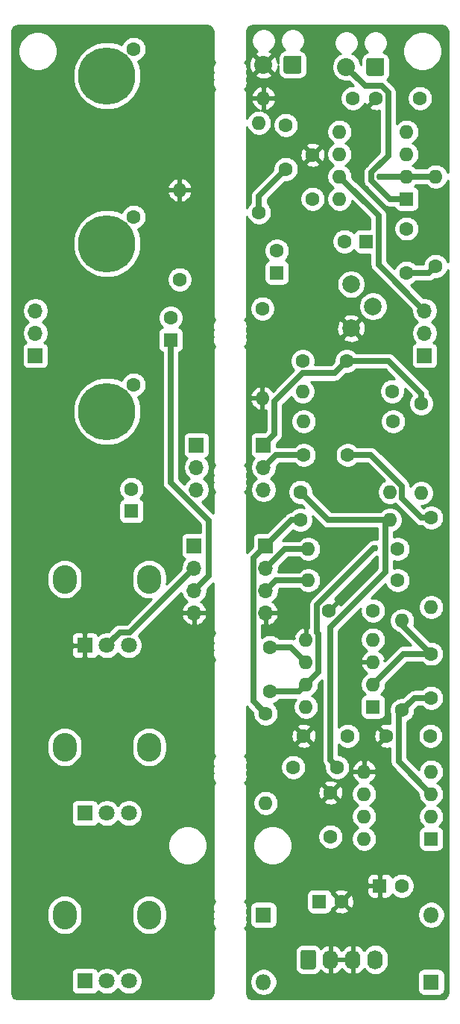
<source format=gbl>
%TF.GenerationSoftware,KiCad,Pcbnew,(5.1.8-0-10_14)*%
%TF.CreationDate,2021-08-10T10:11:07+01:00*%
%TF.ProjectId,4u-music-thing-spring-reverb,34752d6d-7573-4696-932d-7468696e672d,rev?*%
%TF.SameCoordinates,Original*%
%TF.FileFunction,Copper,L2,Bot*%
%TF.FilePolarity,Positive*%
%FSLAX46Y46*%
G04 Gerber Fmt 4.6, Leading zero omitted, Abs format (unit mm)*
G04 Created by KiCad (PCBNEW (5.1.8-0-10_14)) date 2021-08-10 10:11:07*
%MOMM*%
%LPD*%
G01*
G04 APERTURE LIST*
%TA.AperFunction,ComponentPad*%
%ADD10O,1.600000X1.600000*%
%TD*%
%TA.AperFunction,ComponentPad*%
%ADD11C,1.600000*%
%TD*%
%TA.AperFunction,ComponentPad*%
%ADD12O,2.720000X3.240000*%
%TD*%
%TA.AperFunction,ComponentPad*%
%ADD13C,1.800000*%
%TD*%
%TA.AperFunction,ComponentPad*%
%ADD14R,1.800000X1.800000*%
%TD*%
%TA.AperFunction,ComponentPad*%
%ADD15C,2.000000*%
%TD*%
%TA.AperFunction,ComponentPad*%
%ADD16O,1.740000X2.190000*%
%TD*%
%TA.AperFunction,ComponentPad*%
%ADD17O,1.700000X1.700000*%
%TD*%
%TA.AperFunction,ComponentPad*%
%ADD18R,1.700000X1.700000*%
%TD*%
%TA.AperFunction,ComponentPad*%
%ADD19C,2.032000*%
%TD*%
%TA.AperFunction,ComponentPad*%
%ADD20C,6.500000*%
%TD*%
%TA.AperFunction,ComponentPad*%
%ADD21R,1.600000X1.600000*%
%TD*%
%TA.AperFunction,ComponentPad*%
%ADD22O,1.800000X1.800000*%
%TD*%
%TA.AperFunction,ViaPad*%
%ADD23C,0.762000*%
%TD*%
%TA.AperFunction,Conductor*%
%ADD24C,0.635000*%
%TD*%
%TA.AperFunction,Conductor*%
%ADD25C,0.254000*%
%TD*%
%TA.AperFunction,Conductor*%
%ADD26C,0.100000*%
%TD*%
G04 APERTURE END LIST*
D10*
%TO.P,R16,2*%
%TO.N,GND1*%
X120015000Y-57404000D03*
D11*
%TO.P,R16,1*%
%TO.N,/AUDIO2_IN_CTRL*%
X120015000Y-67564000D03*
%TD*%
D12*
%TO.P,RV2,*%
%TO.N,*%
X106960000Y-139700000D03*
X116560000Y-139700000D03*
D13*
%TO.P,RV2,3*%
%TO.N,/AUDIO_WET_CTRL*%
X114260000Y-147200000D03*
%TO.P,RV2,2*%
%TO.N,/AUDIO_MIX_CTRL*%
X111760000Y-147200000D03*
D14*
%TO.P,RV2,1*%
%TO.N,/AUDIO_DRY_CTRL*%
X109260000Y-147200000D03*
%TD*%
D15*
%TO.P,R14,3*%
%TO.N,GND*%
X139486000Y-73112000D03*
%TO.P,R14,1*%
%TO.N,Net-(C10-Pad2)*%
X139486000Y-68112000D03*
%TO.P,R14,2*%
X141986000Y-70612000D03*
%TD*%
D10*
%TO.P,R13,2*%
%TO.N,Net-(C9-Pad1)*%
X129794000Y-127000000D03*
D11*
%TO.P,R13,1*%
%TO.N,/AUDIO_OUT_MAIN*%
X129794000Y-116840000D03*
%TD*%
D10*
%TO.P,R2,2*%
%TO.N,GND*%
X129413000Y-81026000D03*
D11*
%TO.P,R2,1*%
%TO.N,Net-(C3-Pad1)*%
X129413000Y-70866000D03*
%TD*%
D16*
%TO.P,J8,4*%
%TO.N,Net-(D2-Pad1)*%
X142240000Y-144780000D03*
%TO.P,J8,3*%
%TO.N,GND*%
X139700000Y-144780000D03*
%TO.P,J8,2*%
X137160000Y-144780000D03*
%TO.P,J8,1*%
%TO.N,Net-(D1-Pad2)*%
%TA.AperFunction,ComponentPad*%
G36*
G01*
X133750000Y-145625001D02*
X133750000Y-143934999D01*
G75*
G02*
X133999999Y-143685000I249999J0D01*
G01*
X135240001Y-143685000D01*
G75*
G02*
X135490000Y-143934999I0J-249999D01*
G01*
X135490000Y-145625001D01*
G75*
G02*
X135240001Y-145875000I-249999J0D01*
G01*
X133999999Y-145875000D01*
G75*
G02*
X133750000Y-145625001I0J249999D01*
G01*
G37*
%TD.AperFunction*%
%TD*%
D17*
%TO.P,J7,3*%
%TO.N,/TILT_CENTRE_CTRL*%
X121920000Y-91440000D03*
%TO.P,J7,2*%
%TO.N,/TILT_HI_CTRL*%
X121920000Y-88900000D03*
D18*
%TO.P,J7,1*%
%TO.N,/TILT_LO_CTRL*%
X121920000Y-86360000D03*
%TD*%
D17*
%TO.P,J6,3*%
%TO.N,/TILT_CENTRE_MAIN*%
X129540000Y-91440000D03*
%TO.P,J6,2*%
%TO.N,/TILT_HI_MAIN*%
X129540000Y-88900000D03*
D18*
%TO.P,J6,1*%
%TO.N,/TILT_LO_MAIN*%
X129540000Y-86360000D03*
%TD*%
%TO.P,J5,1*%
%TO.N,Net-(C10-Pad1)*%
%TA.AperFunction,ComponentPad*%
G36*
G01*
X143256000Y-42672000D02*
X143256000Y-44196000D01*
G75*
G02*
X143002000Y-44450000I-254000J0D01*
G01*
X141478000Y-44450000D01*
G75*
G02*
X141224000Y-44196000I0J254000D01*
G01*
X141224000Y-42672000D01*
G75*
G02*
X141478000Y-42418000I254000J0D01*
G01*
X143002000Y-42418000D01*
G75*
G02*
X143256000Y-42672000I0J-254000D01*
G01*
G37*
%TD.AperFunction*%
D19*
%TO.P,J5,2*%
%TO.N,Net-(C11-Pad1)*%
X138938000Y-43434000D03*
%TD*%
D11*
%TO.P,J3,1*%
%TO.N,Net-(C2-Pad2)*%
X114808000Y-60452000D03*
D20*
X111760000Y-63500000D03*
%TD*%
%TO.P,J2,1*%
%TO.N,Net-(J2-Pad1)*%
%TA.AperFunction,ComponentPad*%
G36*
G01*
X133858000Y-42418000D02*
X133858000Y-43942000D01*
G75*
G02*
X133604000Y-44196000I-254000J0D01*
G01*
X132080000Y-44196000D01*
G75*
G02*
X131826000Y-43942000I0J254000D01*
G01*
X131826000Y-42418000D01*
G75*
G02*
X132080000Y-42164000I254000J0D01*
G01*
X133604000Y-42164000D01*
G75*
G02*
X133858000Y-42418000I0J-254000D01*
G01*
G37*
%TD.AperFunction*%
D19*
%TO.P,J2,2*%
%TO.N,GND*%
X129540000Y-43180000D03*
%TD*%
D11*
%TO.P,C13,2*%
%TO.N,-12V*%
X145248000Y-136398000D03*
D21*
%TO.P,C13,1*%
%TO.N,GND*%
X142748000Y-136398000D03*
%TD*%
D11*
%TO.P,C12,2*%
%TO.N,GND*%
X138390000Y-138176000D03*
D21*
%TO.P,C12,1*%
%TO.N,+12V*%
X135890000Y-138176000D03*
%TD*%
D11*
%TO.P,C11,2*%
%TO.N,Net-(C11-Pad2)*%
X145796000Y-66802000D03*
%TO.P,C11,1*%
%TO.N,Net-(C11-Pad1)*%
X145796000Y-61802000D03*
%TD*%
%TO.P,C9,2*%
%TO.N,Net-(C9-Pad2)*%
X137922000Y-122936000D03*
%TO.P,C9,1*%
%TO.N,Net-(C9-Pad1)*%
X132922000Y-122936000D03*
%TD*%
D12*
%TO.P,RV3,*%
%TO.N,*%
X106960000Y-120650000D03*
X116560000Y-120650000D03*
D13*
%TO.P,RV3,3*%
%TO.N,/TILT_HI_CTRL*%
X114260000Y-128150000D03*
%TO.P,RV3,2*%
%TO.N,/TILT_CENTRE_CTRL*%
X111760000Y-128150000D03*
D14*
%TO.P,RV3,1*%
%TO.N,/TILT_LO_CTRL*%
X109260000Y-128150000D03*
%TD*%
D12*
%TO.P,RV1,*%
%TO.N,*%
X106960000Y-101600000D03*
X116560000Y-101600000D03*
D13*
%TO.P,RV1,3*%
%TO.N,Net-(C1-Pad1)*%
X114260000Y-109100000D03*
%TO.P,RV1,2*%
%TO.N,/AUDIO1_IN_CTRL*%
X111760000Y-109100000D03*
D14*
%TO.P,RV1,1*%
%TO.N,GND1*%
X109260000Y-109100000D03*
%TD*%
D10*
%TO.P,U3,8*%
%TO.N,+12V*%
X140970000Y-131064000D03*
%TO.P,U3,4*%
%TO.N,-12V*%
X148590000Y-123444000D03*
%TO.P,U3,7*%
%TO.N,Net-(C9-Pad1)*%
X140970000Y-128524000D03*
%TO.P,U3,3*%
%TO.N,/AUDIO_MIX*%
X148590000Y-125984000D03*
%TO.P,U3,6*%
%TO.N,Net-(C9-Pad2)*%
X140970000Y-125984000D03*
%TO.P,U3,2*%
%TO.N,/AUDIO_DRY_MAIN*%
X148590000Y-128524000D03*
%TO.P,U3,5*%
%TO.N,GND*%
X140970000Y-123444000D03*
D21*
%TO.P,U3,1*%
%TO.N,/AUDIO_DRY_MAIN*%
X148590000Y-131064000D03*
%TD*%
D10*
%TO.P,U2,8*%
%TO.N,+12V*%
X134366000Y-116078000D03*
%TO.P,U2,4*%
%TO.N,-12V*%
X141986000Y-108458000D03*
%TO.P,U2,7*%
%TO.N,Net-(C8-Pad1)*%
X134366000Y-113538000D03*
%TO.P,U2,3*%
%TO.N,GND*%
X141986000Y-110998000D03*
%TO.P,U2,6*%
%TO.N,/TILT_CENTRE_MAIN*%
X134366000Y-110998000D03*
%TO.P,U2,2*%
%TO.N,Net-(C5-Pad2)*%
X141986000Y-113538000D03*
%TO.P,U2,5*%
%TO.N,GND*%
X134366000Y-108458000D03*
D21*
%TO.P,U2,1*%
%TO.N,/AUDIO_MIX*%
X141986000Y-116078000D03*
%TD*%
D10*
%TO.P,U1,8*%
%TO.N,+12V*%
X138176000Y-58420000D03*
%TO.P,U1,4*%
%TO.N,-12V*%
X145796000Y-50800000D03*
%TO.P,U1,7*%
%TO.N,/AUDIO_WET_MAIN*%
X138176000Y-55880000D03*
%TO.P,U1,3*%
%TO.N,Net-(C8-Pad1)*%
X145796000Y-53340000D03*
%TO.P,U1,6*%
%TO.N,Net-(C3-Pad2)*%
X138176000Y-53340000D03*
%TO.P,U1,2*%
%TO.N,Net-(C10-Pad1)*%
X145796000Y-55880000D03*
%TO.P,U1,5*%
%TO.N,Net-(J2-Pad1)*%
X138176000Y-50800000D03*
D21*
%TO.P,U1,1*%
%TO.N,Net-(C11-Pad1)*%
X145796000Y-58420000D03*
%TD*%
D10*
%TO.P,R15,2*%
%TO.N,Net-(C10-Pad1)*%
X149098000Y-55880000D03*
D11*
%TO.P,R15,1*%
%TO.N,Net-(C11-Pad2)*%
X149098000Y-66040000D03*
%TD*%
D10*
%TO.P,R12,2*%
%TO.N,Net-(C7-Pad1)*%
X133985000Y-80264000D03*
D11*
%TO.P,R12,1*%
%TO.N,Net-(C8-Pad1)*%
X144145000Y-80264000D03*
%TD*%
D10*
%TO.P,R11,2*%
%TO.N,/TILT_HI_MAIN*%
X134112000Y-83693000D03*
D11*
%TO.P,R11,1*%
%TO.N,Net-(C8-Pad1)*%
X144272000Y-83693000D03*
%TD*%
D10*
%TO.P,R10,2*%
%TO.N,Net-(C9-Pad2)*%
X143891000Y-94869000D03*
D11*
%TO.P,R10,1*%
%TO.N,/AUDIO_OUT_MAIN*%
X133731000Y-94869000D03*
%TD*%
D10*
%TO.P,R9,2*%
%TO.N,/AUDIO_MIX_MAIN*%
X143891000Y-91694000D03*
D11*
%TO.P,R9,1*%
%TO.N,Net-(C9-Pad2)*%
X133731000Y-91694000D03*
%TD*%
D10*
%TO.P,R8,2*%
%TO.N,/AUDIO_MIX*%
X147447000Y-91821000D03*
D11*
%TO.P,R8,1*%
%TO.N,/TILT_LO_MAIN*%
X147447000Y-81661000D03*
%TD*%
D10*
%TO.P,R7,2*%
%TO.N,/AUDIO_MIX*%
X148590000Y-104775000D03*
D11*
%TO.P,R7,1*%
%TO.N,Net-(C6-Pad2)*%
X148590000Y-94615000D03*
%TD*%
D10*
%TO.P,R6,2*%
%TO.N,Net-(C5-Pad2)*%
X145288000Y-106299000D03*
D11*
%TO.P,R6,1*%
%TO.N,/AUDIO_MIX*%
X145288000Y-116459000D03*
%TD*%
D10*
%TO.P,R5,2*%
%TO.N,/AUDIO1_IN_MAIN*%
X134620000Y-98171000D03*
D11*
%TO.P,R5,1*%
%TO.N,Net-(C5-Pad2)*%
X144780000Y-98171000D03*
%TD*%
D10*
%TO.P,R4,2*%
%TO.N,/AUDIO2_IN_MAIN*%
X134620000Y-101727000D03*
D11*
%TO.P,R4,1*%
%TO.N,Net-(C5-Pad2)*%
X144780000Y-101727000D03*
%TD*%
D10*
%TO.P,R3,2*%
%TO.N,Net-(C3-Pad2)*%
X129032000Y-49784000D03*
D11*
%TO.P,R3,1*%
%TO.N,/AUDIO_WET_MAIN*%
X129032000Y-59944000D03*
%TD*%
D10*
%TO.P,R1,2*%
%TO.N,GND*%
X129540000Y-46990000D03*
D11*
%TO.P,R1,1*%
%TO.N,Net-(J2-Pad1)*%
X139700000Y-46990000D03*
%TD*%
D17*
%TO.P,J12,4*%
%TO.N,GND1*%
X121666000Y-105410000D03*
%TO.P,J12,3*%
%TO.N,/AUDIO2_IN_CTRL*%
X121666000Y-102870000D03*
%TO.P,J12,2*%
%TO.N,/AUDIO1_IN_CTRL*%
X121666000Y-100330000D03*
D18*
%TO.P,J12,1*%
%TO.N,/AUDIO_OUT_CTRL*%
X121666000Y-97790000D03*
%TD*%
D17*
%TO.P,J11,4*%
%TO.N,GND*%
X129794000Y-105410000D03*
%TO.P,J11,3*%
%TO.N,/AUDIO2_IN_MAIN*%
X129794000Y-102870000D03*
%TO.P,J11,2*%
%TO.N,/AUDIO1_IN_MAIN*%
X129794000Y-100330000D03*
D18*
%TO.P,J11,1*%
%TO.N,/AUDIO_OUT_MAIN*%
X129794000Y-97790000D03*
%TD*%
D17*
%TO.P,J10,3*%
%TO.N,/AUDIO_WET_MAIN*%
X147828000Y-71120000D03*
%TO.P,J10,2*%
%TO.N,/AUDIO_MIX_MAIN*%
X147828000Y-73660000D03*
D18*
%TO.P,J10,1*%
%TO.N,/AUDIO_DRY_MAIN*%
X147828000Y-76200000D03*
%TD*%
D17*
%TO.P,J9,3*%
%TO.N,/AUDIO_WET_CTRL*%
X103632000Y-71120000D03*
%TO.P,J9,2*%
%TO.N,/AUDIO_MIX_CTRL*%
X103632000Y-73660000D03*
D18*
%TO.P,J9,1*%
%TO.N,/AUDIO_DRY_CTRL*%
X103632000Y-76200000D03*
%TD*%
D11*
%TO.P,J4,1*%
%TO.N,/AUDIO_OUT_CTRL*%
X114808000Y-41402000D03*
D20*
X111760000Y-44450000D03*
%TD*%
D11*
%TO.P,J1,1*%
%TO.N,Net-(C1-Pad2)*%
X114808000Y-79502000D03*
D20*
X111760000Y-82550000D03*
%TD*%
D22*
%TO.P,D2,2*%
%TO.N,-12V*%
X148590000Y-139700000D03*
D14*
%TO.P,D2,1*%
%TO.N,Net-(D2-Pad1)*%
X148590000Y-147320000D03*
%TD*%
D22*
%TO.P,D1,2*%
%TO.N,Net-(D1-Pad2)*%
X129540000Y-147320000D03*
D14*
%TO.P,D1,1*%
%TO.N,+12V*%
X129540000Y-139700000D03*
%TD*%
D11*
%TO.P,C19,2*%
%TO.N,-12V*%
X147320000Y-46990000D03*
%TO.P,C19,1*%
%TO.N,GND*%
X142320000Y-46990000D03*
%TD*%
%TO.P,C18,2*%
%TO.N,GND*%
X137160000Y-125810000D03*
%TO.P,C18,1*%
%TO.N,+12V*%
X137160000Y-130810000D03*
%TD*%
%TO.P,C17,2*%
%TO.N,-12V*%
X148510000Y-119380000D03*
%TO.P,C17,1*%
%TO.N,GND*%
X143510000Y-119380000D03*
%TD*%
%TO.P,C16,2*%
%TO.N,GND*%
X135128000Y-53420000D03*
%TO.P,C16,1*%
%TO.N,+12V*%
X135128000Y-58420000D03*
%TD*%
%TO.P,C15,2*%
%TO.N,-12V*%
X141986000Y-105156000D03*
%TO.P,C15,1*%
%TO.N,GND*%
X136986000Y-105156000D03*
%TD*%
%TO.P,C14,2*%
%TO.N,GND*%
X134112000Y-119380000D03*
%TO.P,C14,1*%
%TO.N,+12V*%
X139112000Y-119380000D03*
%TD*%
%TO.P,C10,2*%
%TO.N,Net-(C10-Pad2)*%
X138724000Y-63246000D03*
D21*
%TO.P,C10,1*%
%TO.N,Net-(C10-Pad1)*%
X141224000Y-63246000D03*
%TD*%
D11*
%TO.P,C8,2*%
%TO.N,/TILT_CENTRE_MAIN*%
X130302000Y-109300000D03*
%TO.P,C8,1*%
%TO.N,Net-(C8-Pad1)*%
X130302000Y-114300000D03*
%TD*%
%TO.P,C7,2*%
%TO.N,/TILT_LO_MAIN*%
X138985000Y-76835000D03*
%TO.P,C7,1*%
%TO.N,Net-(C7-Pad1)*%
X133985000Y-76835000D03*
%TD*%
%TO.P,C6,2*%
%TO.N,Net-(C6-Pad2)*%
X139112000Y-87503000D03*
%TO.P,C6,1*%
%TO.N,/TILT_HI_MAIN*%
X134112000Y-87503000D03*
%TD*%
%TO.P,C5,2*%
%TO.N,Net-(C5-Pad2)*%
X148590000Y-110062000D03*
%TO.P,C5,1*%
%TO.N,/AUDIO_MIX*%
X148590000Y-115062000D03*
%TD*%
%TO.P,C4,2*%
%TO.N,Net-(C3-Pad2)*%
X132080000Y-50038000D03*
%TO.P,C4,1*%
%TO.N,/AUDIO_WET_MAIN*%
X132080000Y-55038000D03*
%TD*%
%TO.P,C3,2*%
%TO.N,Net-(C3-Pad2)*%
X131064000Y-64302000D03*
D21*
%TO.P,C3,1*%
%TO.N,Net-(C3-Pad1)*%
X131064000Y-66802000D03*
%TD*%
D11*
%TO.P,C2,2*%
%TO.N,Net-(C2-Pad2)*%
X118999000Y-71922000D03*
D21*
%TO.P,C2,1*%
%TO.N,/AUDIO2_IN_CTRL*%
X118999000Y-74422000D03*
%TD*%
D11*
%TO.P,C1,2*%
%TO.N,Net-(C1-Pad2)*%
X114554000Y-91353000D03*
D21*
%TO.P,C1,1*%
%TO.N,Net-(C1-Pad1)*%
X114554000Y-93853000D03*
%TD*%
D23*
%TO.N,Net-(C8-Pad1)*%
X142240000Y-98044000D03*
%TO.N,Net-(C10-Pad1)*%
X142748000Y-55880000D03*
%TD*%
D24*
%TO.N,Net-(C3-Pad2)*%
X138176000Y-53342178D02*
X138176000Y-53340000D01*
%TO.N,Net-(C5-Pad2)*%
X145462000Y-110062000D02*
X141986000Y-113538000D01*
X148590000Y-110062000D02*
X145462000Y-110062000D01*
X145288000Y-106760000D02*
X148590000Y-110062000D01*
X145288000Y-106299000D02*
X145288000Y-106760000D01*
%TO.N,Net-(C6-Pad2)*%
X145262501Y-92418871D02*
X145262501Y-91035679D01*
X141729822Y-87503000D02*
X139112000Y-87503000D01*
X145262501Y-91035679D02*
X141729822Y-87503000D01*
X147458630Y-94615000D02*
X145262501Y-92418871D01*
X148590000Y-94615000D02*
X147458630Y-94615000D01*
%TO.N,Net-(C8-Pad1)*%
X135614499Y-104497679D02*
X142068178Y-98044000D01*
X135614499Y-107676677D02*
X135614499Y-104497679D01*
X142068178Y-98044000D02*
X142240000Y-98044000D01*
X135737501Y-107799679D02*
X135614499Y-107676677D01*
X135737501Y-112166499D02*
X135737501Y-107799679D01*
X134366000Y-113538000D02*
X135737501Y-112166499D01*
X133604000Y-114300000D02*
X134366000Y-113538000D01*
X130302000Y-114300000D02*
X133604000Y-114300000D01*
%TO.N,Net-(C11-Pad2)*%
X148336000Y-66802000D02*
X149098000Y-66040000D01*
X145796000Y-66802000D02*
X148336000Y-66802000D01*
%TO.N,Net-(C11-Pad1)*%
X143878298Y-58420000D02*
X145796000Y-58420000D01*
X141795499Y-56337201D02*
X143878298Y-58420000D01*
X143691501Y-53526797D02*
X141795499Y-55422799D01*
X143691501Y-46331679D02*
X143691501Y-53526797D01*
X142978321Y-45618499D02*
X143691501Y-46331679D01*
X141122499Y-45618499D02*
X142978321Y-45618499D01*
X141795499Y-55422799D02*
X141795499Y-56337201D01*
X138938000Y-43434000D02*
X141122499Y-45618499D01*
%TO.N,/AUDIO1_IN_MAIN*%
X131953000Y-98171000D02*
X129794000Y-100330000D01*
X134620000Y-98171000D02*
X131953000Y-98171000D01*
%TO.N,/AUDIO2_IN_MAIN*%
X130937000Y-101727000D02*
X129794000Y-102870000D01*
X134620000Y-101727000D02*
X130937000Y-101727000D01*
%TO.N,/AUDIO_OUT_MAIN*%
X132715000Y-94869000D02*
X129794000Y-97790000D01*
X133731000Y-94869000D02*
X132715000Y-94869000D01*
X128372499Y-99211501D02*
X129794000Y-97790000D01*
X128372499Y-115418499D02*
X128372499Y-99211501D01*
X129794000Y-116840000D02*
X128372499Y-115418499D01*
%TO.N,/TILT_HI_MAIN*%
X130937000Y-87503000D02*
X129540000Y-88900000D01*
X134112000Y-87503000D02*
X130937000Y-87503000D01*
%TO.N,/TILT_LO_MAIN*%
X143752370Y-76835000D02*
X138985000Y-76835000D01*
X147447000Y-80529630D02*
X143752370Y-76835000D01*
X147447000Y-81661000D02*
X147447000Y-80529630D01*
X129540000Y-86360000D02*
X129768501Y-86131499D01*
X137613499Y-78206501D02*
X138985000Y-76835000D01*
X130784501Y-81434677D02*
X134012677Y-78206501D01*
X134012677Y-78206501D02*
X137613499Y-78206501D01*
X130784501Y-85115499D02*
X130784501Y-81434677D01*
X129540000Y-86360000D02*
X130784501Y-85115499D01*
%TO.N,/TILT_CENTRE_MAIN*%
X132668000Y-109300000D02*
X134366000Y-110998000D01*
X130302000Y-109300000D02*
X132668000Y-109300000D01*
%TO.N,/AUDIO1_IN_CTRL*%
X114367501Y-107628499D02*
X121666000Y-100330000D01*
X113231501Y-107628499D02*
X114367501Y-107628499D01*
X111760000Y-109100000D02*
X113231501Y-107628499D01*
%TO.N,/AUDIO2_IN_CTRL*%
X121666000Y-102870000D02*
X123341501Y-101194499D01*
X118999000Y-90622822D02*
X118999000Y-74422000D01*
X123341501Y-94965323D02*
X118999000Y-90622822D01*
X123341501Y-101194499D02*
X123341501Y-94965323D01*
%TO.N,/TILT_CENTRE_CTRL*%
X112051567Y-128150000D02*
X111760000Y-128150000D01*
%TO.N,/AUDIO_WET_MAIN*%
X142595501Y-65887501D02*
X147828000Y-71120000D01*
X142595501Y-60299501D02*
X142595501Y-65887501D01*
X138176000Y-55880000D02*
X142595501Y-60299501D01*
X129032000Y-58086000D02*
X132080000Y-55038000D01*
X129032000Y-59944000D02*
X129032000Y-58086000D01*
%TO.N,/AUDIO_MIX*%
X146685000Y-115062000D02*
X145288000Y-116459000D01*
X148590000Y-115062000D02*
X146685000Y-115062000D01*
X144881501Y-116865499D02*
X145288000Y-116459000D01*
X144881501Y-122275501D02*
X144881501Y-116865499D01*
X148590000Y-125984000D02*
X144881501Y-122275501D01*
%TO.N,Net-(C1-Pad2)*%
X111760000Y-82971000D02*
X111760000Y-82550000D01*
%TO.N,Net-(C9-Pad2)*%
X143408499Y-100763323D02*
X143408499Y-95351501D01*
X137122001Y-122136001D02*
X137122001Y-107049821D01*
X143408499Y-95351501D02*
X143891000Y-94869000D01*
X137122001Y-107049821D02*
X143408499Y-100763323D01*
X137922000Y-122936000D02*
X137122001Y-122136001D01*
X136906000Y-94869000D02*
X133731000Y-91694000D01*
X143891000Y-94869000D02*
X136906000Y-94869000D01*
%TO.N,Net-(C10-Pad1)*%
X142748000Y-55880000D02*
X145796000Y-55880000D01*
X145796000Y-55880000D02*
X149098000Y-55880000D01*
%TD*%
D25*
%TO.N,GND*%
X149977869Y-38774722D02*
X150091246Y-38808953D01*
X150195819Y-38864555D01*
X150287596Y-38939407D01*
X150363091Y-39030664D01*
X150419419Y-39134844D01*
X150454440Y-39247976D01*
X150470000Y-39396022D01*
X150470000Y-55442468D01*
X150369680Y-55200273D01*
X150212637Y-54965241D01*
X150012759Y-54765363D01*
X149777727Y-54608320D01*
X149516574Y-54500147D01*
X149239335Y-54445000D01*
X148956665Y-54445000D01*
X148679426Y-54500147D01*
X148418273Y-54608320D01*
X148183241Y-54765363D01*
X148021104Y-54927500D01*
X146872896Y-54927500D01*
X146710759Y-54765363D01*
X146478241Y-54610000D01*
X146710759Y-54454637D01*
X146910637Y-54254759D01*
X147067680Y-54019727D01*
X147175853Y-53758574D01*
X147231000Y-53481335D01*
X147231000Y-53198665D01*
X147175853Y-52921426D01*
X147067680Y-52660273D01*
X146910637Y-52425241D01*
X146710759Y-52225363D01*
X146478241Y-52070000D01*
X146710759Y-51914637D01*
X146910637Y-51714759D01*
X147067680Y-51479727D01*
X147175853Y-51218574D01*
X147231000Y-50941335D01*
X147231000Y-50658665D01*
X147175853Y-50381426D01*
X147067680Y-50120273D01*
X146910637Y-49885241D01*
X146710759Y-49685363D01*
X146475727Y-49528320D01*
X146214574Y-49420147D01*
X145937335Y-49365000D01*
X145654665Y-49365000D01*
X145377426Y-49420147D01*
X145116273Y-49528320D01*
X144881241Y-49685363D01*
X144681363Y-49885241D01*
X144644001Y-49941157D01*
X144644001Y-46848665D01*
X145885000Y-46848665D01*
X145885000Y-47131335D01*
X145940147Y-47408574D01*
X146048320Y-47669727D01*
X146205363Y-47904759D01*
X146405241Y-48104637D01*
X146640273Y-48261680D01*
X146901426Y-48369853D01*
X147178665Y-48425000D01*
X147461335Y-48425000D01*
X147738574Y-48369853D01*
X147999727Y-48261680D01*
X148234759Y-48104637D01*
X148434637Y-47904759D01*
X148591680Y-47669727D01*
X148699853Y-47408574D01*
X148755000Y-47131335D01*
X148755000Y-46848665D01*
X148699853Y-46571426D01*
X148591680Y-46310273D01*
X148434637Y-46075241D01*
X148234759Y-45875363D01*
X147999727Y-45718320D01*
X147738574Y-45610147D01*
X147461335Y-45555000D01*
X147178665Y-45555000D01*
X146901426Y-45610147D01*
X146640273Y-45718320D01*
X146405241Y-45875363D01*
X146205363Y-46075241D01*
X146048320Y-46310273D01*
X145940147Y-46571426D01*
X145885000Y-46848665D01*
X144644001Y-46848665D01*
X144644001Y-46378464D01*
X144648609Y-46331679D01*
X144630218Y-46144956D01*
X144575753Y-45965409D01*
X144529602Y-45879067D01*
X144487307Y-45799938D01*
X144368279Y-45654901D01*
X144331937Y-45625076D01*
X143684928Y-44978068D01*
X143655099Y-44941721D01*
X143573923Y-44875102D01*
X143632790Y-44826790D01*
X143743731Y-44691609D01*
X143826167Y-44537381D01*
X143876931Y-44370035D01*
X143894072Y-44196000D01*
X143894072Y-42672000D01*
X143876931Y-42497965D01*
X143826167Y-42330619D01*
X143743731Y-42176391D01*
X143632790Y-42041210D01*
X143497609Y-41930269D01*
X143343381Y-41847833D01*
X143176035Y-41797069D01*
X143107188Y-41790288D01*
X143122886Y-41779799D01*
X143315799Y-41586886D01*
X143416703Y-41435872D01*
X145339000Y-41435872D01*
X145339000Y-41876128D01*
X145424890Y-42307925D01*
X145593369Y-42714669D01*
X145837962Y-43080729D01*
X146149271Y-43392038D01*
X146515331Y-43636631D01*
X146922075Y-43805110D01*
X147353872Y-43891000D01*
X147794128Y-43891000D01*
X148225925Y-43805110D01*
X148632669Y-43636631D01*
X148998729Y-43392038D01*
X149310038Y-43080729D01*
X149554631Y-42714669D01*
X149723110Y-42307925D01*
X149809000Y-41876128D01*
X149809000Y-41435872D01*
X149723110Y-41004075D01*
X149554631Y-40597331D01*
X149310038Y-40231271D01*
X148998729Y-39919962D01*
X148632669Y-39675369D01*
X148225925Y-39506890D01*
X147794128Y-39421000D01*
X147353872Y-39421000D01*
X146922075Y-39506890D01*
X146515331Y-39675369D01*
X146149271Y-39919962D01*
X145837962Y-40231271D01*
X145593369Y-40597331D01*
X145424890Y-41004075D01*
X145339000Y-41435872D01*
X143416703Y-41435872D01*
X143467371Y-41360043D01*
X143571775Y-41107989D01*
X143625000Y-40840411D01*
X143625000Y-40567589D01*
X143571775Y-40300011D01*
X143467371Y-40047957D01*
X143315799Y-39821114D01*
X143122886Y-39628201D01*
X142896043Y-39476629D01*
X142643989Y-39372225D01*
X142376411Y-39319000D01*
X142103589Y-39319000D01*
X141836011Y-39372225D01*
X141583957Y-39476629D01*
X141357114Y-39628201D01*
X141164201Y-39821114D01*
X141012629Y-40047957D01*
X140908225Y-40300011D01*
X140855000Y-40567589D01*
X140855000Y-40840411D01*
X140908225Y-41107989D01*
X141012629Y-41360043D01*
X141164201Y-41586886D01*
X141357114Y-41779799D01*
X141372812Y-41790288D01*
X141303965Y-41797069D01*
X141136619Y-41847833D01*
X140982391Y-41930269D01*
X140847210Y-42041210D01*
X140736269Y-42176391D01*
X140653833Y-42330619D01*
X140603069Y-42497965D01*
X140585928Y-42672000D01*
X140585928Y-43255947D01*
X140525553Y-42952421D01*
X140401097Y-42651958D01*
X140220415Y-42381549D01*
X139990451Y-42151585D01*
X139720042Y-41970903D01*
X139605738Y-41923557D01*
X139820886Y-41779799D01*
X140013799Y-41586886D01*
X140165371Y-41360043D01*
X140269775Y-41107989D01*
X140323000Y-40840411D01*
X140323000Y-40567589D01*
X140269775Y-40300011D01*
X140165371Y-40047957D01*
X140013799Y-39821114D01*
X139820886Y-39628201D01*
X139594043Y-39476629D01*
X139341989Y-39372225D01*
X139074411Y-39319000D01*
X138801589Y-39319000D01*
X138534011Y-39372225D01*
X138281957Y-39476629D01*
X138055114Y-39628201D01*
X137862201Y-39821114D01*
X137710629Y-40047957D01*
X137606225Y-40300011D01*
X137553000Y-40567589D01*
X137553000Y-40840411D01*
X137606225Y-41107989D01*
X137710629Y-41360043D01*
X137862201Y-41586886D01*
X138055114Y-41779799D01*
X138270262Y-41923557D01*
X138155958Y-41970903D01*
X137885549Y-42151585D01*
X137655585Y-42381549D01*
X137474903Y-42651958D01*
X137350447Y-42952421D01*
X137287000Y-43271391D01*
X137287000Y-43596609D01*
X137350447Y-43915579D01*
X137474903Y-44216042D01*
X137655585Y-44486451D01*
X137885549Y-44716415D01*
X138155958Y-44897097D01*
X138456421Y-45021553D01*
X138775391Y-45085000D01*
X139100609Y-45085000D01*
X139218510Y-45061548D01*
X139711961Y-45555000D01*
X139558665Y-45555000D01*
X139281426Y-45610147D01*
X139020273Y-45718320D01*
X138785241Y-45875363D01*
X138585363Y-46075241D01*
X138428320Y-46310273D01*
X138320147Y-46571426D01*
X138265000Y-46848665D01*
X138265000Y-47131335D01*
X138320147Y-47408574D01*
X138428320Y-47669727D01*
X138585363Y-47904759D01*
X138785241Y-48104637D01*
X139020273Y-48261680D01*
X139281426Y-48369853D01*
X139558665Y-48425000D01*
X139841335Y-48425000D01*
X140118574Y-48369853D01*
X140379727Y-48261680D01*
X140614759Y-48104637D01*
X140814637Y-47904759D01*
X140971680Y-47669727D01*
X141007852Y-47582399D01*
X141016397Y-47606292D01*
X141083329Y-47731514D01*
X141327298Y-47803097D01*
X142140395Y-46990000D01*
X142126253Y-46975858D01*
X142305858Y-46796253D01*
X142320000Y-46810395D01*
X142334143Y-46796253D01*
X142513748Y-46975858D01*
X142499605Y-46990000D01*
X142513748Y-47004143D01*
X142334143Y-47183748D01*
X142320000Y-47169605D01*
X141506903Y-47982702D01*
X141578486Y-48226671D01*
X141833996Y-48347571D01*
X142108184Y-48416300D01*
X142390512Y-48430217D01*
X142670130Y-48388787D01*
X142739001Y-48364157D01*
X142739002Y-53132257D01*
X141155068Y-54716192D01*
X141118721Y-54746021D01*
X140999693Y-54891058D01*
X140911247Y-55056531D01*
X140873995Y-55179335D01*
X140856782Y-55236077D01*
X140838391Y-55422799D01*
X140842999Y-55469585D01*
X140843000Y-56290407D01*
X140838391Y-56337201D01*
X140856782Y-56523923D01*
X140911248Y-56703470D01*
X140960043Y-56794759D01*
X140999694Y-56868942D01*
X141118722Y-57013979D01*
X141155064Y-57043804D01*
X143171691Y-59060431D01*
X143201520Y-59096778D01*
X143346557Y-59215806D01*
X143429293Y-59260029D01*
X143512028Y-59304252D01*
X143601802Y-59331485D01*
X143691575Y-59358717D01*
X143831513Y-59372500D01*
X143878298Y-59377108D01*
X143925083Y-59372500D01*
X144378687Y-59372500D01*
X144406498Y-59464180D01*
X144465463Y-59574494D01*
X144544815Y-59671185D01*
X144641506Y-59750537D01*
X144751820Y-59809502D01*
X144871518Y-59845812D01*
X144996000Y-59858072D01*
X146596000Y-59858072D01*
X146720482Y-59845812D01*
X146840180Y-59809502D01*
X146950494Y-59750537D01*
X147047185Y-59671185D01*
X147126537Y-59574494D01*
X147185502Y-59464180D01*
X147221812Y-59344482D01*
X147234072Y-59220000D01*
X147234072Y-57620000D01*
X147221812Y-57495518D01*
X147185502Y-57375820D01*
X147126537Y-57265506D01*
X147047185Y-57168815D01*
X146950494Y-57089463D01*
X146840180Y-57030498D01*
X146720482Y-56994188D01*
X146712039Y-56993357D01*
X146872896Y-56832500D01*
X148021104Y-56832500D01*
X148183241Y-56994637D01*
X148418273Y-57151680D01*
X148679426Y-57259853D01*
X148956665Y-57315000D01*
X149239335Y-57315000D01*
X149516574Y-57259853D01*
X149777727Y-57151680D01*
X150012759Y-56994637D01*
X150212637Y-56794759D01*
X150369680Y-56559727D01*
X150470000Y-56317532D01*
X150470000Y-65602468D01*
X150369680Y-65360273D01*
X150212637Y-65125241D01*
X150012759Y-64925363D01*
X149777727Y-64768320D01*
X149516574Y-64660147D01*
X149239335Y-64605000D01*
X148956665Y-64605000D01*
X148679426Y-64660147D01*
X148418273Y-64768320D01*
X148183241Y-64925363D01*
X147983363Y-65125241D01*
X147826320Y-65360273D01*
X147718147Y-65621426D01*
X147672780Y-65849500D01*
X146872896Y-65849500D01*
X146710759Y-65687363D01*
X146475727Y-65530320D01*
X146214574Y-65422147D01*
X145937335Y-65367000D01*
X145654665Y-65367000D01*
X145377426Y-65422147D01*
X145116273Y-65530320D01*
X144881241Y-65687363D01*
X144681363Y-65887241D01*
X144524320Y-66122273D01*
X144422684Y-66367645D01*
X143548001Y-65492963D01*
X143548001Y-61660665D01*
X144361000Y-61660665D01*
X144361000Y-61943335D01*
X144416147Y-62220574D01*
X144524320Y-62481727D01*
X144681363Y-62716759D01*
X144881241Y-62916637D01*
X145116273Y-63073680D01*
X145377426Y-63181853D01*
X145654665Y-63237000D01*
X145937335Y-63237000D01*
X146214574Y-63181853D01*
X146475727Y-63073680D01*
X146710759Y-62916637D01*
X146910637Y-62716759D01*
X147067680Y-62481727D01*
X147175853Y-62220574D01*
X147231000Y-61943335D01*
X147231000Y-61660665D01*
X147175853Y-61383426D01*
X147067680Y-61122273D01*
X146910637Y-60887241D01*
X146710759Y-60687363D01*
X146475727Y-60530320D01*
X146214574Y-60422147D01*
X145937335Y-60367000D01*
X145654665Y-60367000D01*
X145377426Y-60422147D01*
X145116273Y-60530320D01*
X144881241Y-60687363D01*
X144681363Y-60887241D01*
X144524320Y-61122273D01*
X144416147Y-61383426D01*
X144361000Y-61660665D01*
X143548001Y-61660665D01*
X143548001Y-60346285D01*
X143552609Y-60299500D01*
X143534218Y-60112778D01*
X143525893Y-60085335D01*
X143479753Y-59933232D01*
X143391307Y-59767760D01*
X143272279Y-59622723D01*
X143235937Y-59592898D01*
X139611000Y-55967962D01*
X139611000Y-55738665D01*
X139555853Y-55461426D01*
X139447680Y-55200273D01*
X139290637Y-54965241D01*
X139090759Y-54765363D01*
X138858241Y-54610000D01*
X139090759Y-54454637D01*
X139290637Y-54254759D01*
X139447680Y-54019727D01*
X139555853Y-53758574D01*
X139611000Y-53481335D01*
X139611000Y-53198665D01*
X139555853Y-52921426D01*
X139447680Y-52660273D01*
X139290637Y-52425241D01*
X139090759Y-52225363D01*
X138858241Y-52070000D01*
X139090759Y-51914637D01*
X139290637Y-51714759D01*
X139447680Y-51479727D01*
X139555853Y-51218574D01*
X139611000Y-50941335D01*
X139611000Y-50658665D01*
X139555853Y-50381426D01*
X139447680Y-50120273D01*
X139290637Y-49885241D01*
X139090759Y-49685363D01*
X138855727Y-49528320D01*
X138594574Y-49420147D01*
X138317335Y-49365000D01*
X138034665Y-49365000D01*
X137757426Y-49420147D01*
X137496273Y-49528320D01*
X137261241Y-49685363D01*
X137061363Y-49885241D01*
X136904320Y-50120273D01*
X136796147Y-50381426D01*
X136741000Y-50658665D01*
X136741000Y-50941335D01*
X136796147Y-51218574D01*
X136904320Y-51479727D01*
X137061363Y-51714759D01*
X137261241Y-51914637D01*
X137493759Y-52070000D01*
X137261241Y-52225363D01*
X137061363Y-52425241D01*
X136904320Y-52660273D01*
X136796147Y-52921426D01*
X136741000Y-53198665D01*
X136741000Y-53481335D01*
X136796147Y-53758574D01*
X136904320Y-54019727D01*
X137061363Y-54254759D01*
X137261241Y-54454637D01*
X137493759Y-54610000D01*
X137261241Y-54765363D01*
X137061363Y-54965241D01*
X136904320Y-55200273D01*
X136796147Y-55461426D01*
X136741000Y-55738665D01*
X136741000Y-56021335D01*
X136796147Y-56298574D01*
X136904320Y-56559727D01*
X137061363Y-56794759D01*
X137261241Y-56994637D01*
X137493759Y-57150000D01*
X137261241Y-57305363D01*
X137061363Y-57505241D01*
X136904320Y-57740273D01*
X136796147Y-58001426D01*
X136741000Y-58278665D01*
X136741000Y-58561335D01*
X136796147Y-58838574D01*
X136904320Y-59099727D01*
X137061363Y-59334759D01*
X137261241Y-59534637D01*
X137496273Y-59691680D01*
X137757426Y-59799853D01*
X138034665Y-59855000D01*
X138317335Y-59855000D01*
X138594574Y-59799853D01*
X138855727Y-59691680D01*
X139090759Y-59534637D01*
X139290637Y-59334759D01*
X139447680Y-59099727D01*
X139555853Y-58838574D01*
X139594292Y-58645331D01*
X141643001Y-60694040D01*
X141643001Y-61807928D01*
X140424000Y-61807928D01*
X140299518Y-61820188D01*
X140179820Y-61856498D01*
X140069506Y-61915463D01*
X139972815Y-61994815D01*
X139893463Y-62091506D01*
X139834498Y-62201820D01*
X139805339Y-62297943D01*
X139638759Y-62131363D01*
X139403727Y-61974320D01*
X139142574Y-61866147D01*
X138865335Y-61811000D01*
X138582665Y-61811000D01*
X138305426Y-61866147D01*
X138044273Y-61974320D01*
X137809241Y-62131363D01*
X137609363Y-62331241D01*
X137452320Y-62566273D01*
X137344147Y-62827426D01*
X137289000Y-63104665D01*
X137289000Y-63387335D01*
X137344147Y-63664574D01*
X137452320Y-63925727D01*
X137609363Y-64160759D01*
X137809241Y-64360637D01*
X138044273Y-64517680D01*
X138305426Y-64625853D01*
X138582665Y-64681000D01*
X138865335Y-64681000D01*
X139142574Y-64625853D01*
X139403727Y-64517680D01*
X139638759Y-64360637D01*
X139805339Y-64194057D01*
X139834498Y-64290180D01*
X139893463Y-64400494D01*
X139972815Y-64497185D01*
X140069506Y-64576537D01*
X140179820Y-64635502D01*
X140299518Y-64671812D01*
X140424000Y-64684072D01*
X141643002Y-64684072D01*
X141643002Y-65840706D01*
X141638393Y-65887501D01*
X141656784Y-66074223D01*
X141672255Y-66125222D01*
X141711250Y-66253770D01*
X141799696Y-66419242D01*
X141918724Y-66564279D01*
X141955065Y-66594103D01*
X146343000Y-70982039D01*
X146343000Y-71266260D01*
X146400068Y-71553158D01*
X146512010Y-71823411D01*
X146674525Y-72066632D01*
X146881368Y-72273475D01*
X147055760Y-72390000D01*
X146881368Y-72506525D01*
X146674525Y-72713368D01*
X146512010Y-72956589D01*
X146400068Y-73226842D01*
X146343000Y-73513740D01*
X146343000Y-73806260D01*
X146400068Y-74093158D01*
X146512010Y-74363411D01*
X146674525Y-74606632D01*
X146806380Y-74738487D01*
X146733820Y-74760498D01*
X146623506Y-74819463D01*
X146526815Y-74898815D01*
X146447463Y-74995506D01*
X146388498Y-75105820D01*
X146352188Y-75225518D01*
X146339928Y-75350000D01*
X146339928Y-77050000D01*
X146352188Y-77174482D01*
X146388498Y-77294180D01*
X146447463Y-77404494D01*
X146526815Y-77501185D01*
X146623506Y-77580537D01*
X146733820Y-77639502D01*
X146853518Y-77675812D01*
X146978000Y-77688072D01*
X148678000Y-77688072D01*
X148802482Y-77675812D01*
X148922180Y-77639502D01*
X149032494Y-77580537D01*
X149129185Y-77501185D01*
X149208537Y-77404494D01*
X149267502Y-77294180D01*
X149303812Y-77174482D01*
X149316072Y-77050000D01*
X149316072Y-75350000D01*
X149303812Y-75225518D01*
X149267502Y-75105820D01*
X149208537Y-74995506D01*
X149129185Y-74898815D01*
X149032494Y-74819463D01*
X148922180Y-74760498D01*
X148849620Y-74738487D01*
X148981475Y-74606632D01*
X149143990Y-74363411D01*
X149255932Y-74093158D01*
X149313000Y-73806260D01*
X149313000Y-73513740D01*
X149255932Y-73226842D01*
X149143990Y-72956589D01*
X148981475Y-72713368D01*
X148774632Y-72506525D01*
X148600240Y-72390000D01*
X148774632Y-72273475D01*
X148981475Y-72066632D01*
X149143990Y-71823411D01*
X149255932Y-71553158D01*
X149313000Y-71266260D01*
X149313000Y-70973740D01*
X149255932Y-70686842D01*
X149143990Y-70416589D01*
X148981475Y-70173368D01*
X148774632Y-69966525D01*
X148531411Y-69804010D01*
X148261158Y-69692068D01*
X147974260Y-69635000D01*
X147690039Y-69635000D01*
X146230355Y-68175316D01*
X146475727Y-68073680D01*
X146710759Y-67916637D01*
X146872896Y-67754500D01*
X148289215Y-67754500D01*
X148336000Y-67759108D01*
X148382785Y-67754500D01*
X148522723Y-67740717D01*
X148702269Y-67686252D01*
X148867741Y-67597806D01*
X149012778Y-67478778D01*
X149015879Y-67475000D01*
X149239335Y-67475000D01*
X149516574Y-67419853D01*
X149777727Y-67311680D01*
X150012759Y-67154637D01*
X150212637Y-66954759D01*
X150369680Y-66719727D01*
X150470000Y-66477532D01*
X150470001Y-148557711D01*
X150455278Y-148707869D01*
X150421047Y-148821246D01*
X150365446Y-148925817D01*
X150290594Y-149017595D01*
X150199335Y-149093091D01*
X150095160Y-149149419D01*
X149982024Y-149184440D01*
X149833979Y-149200000D01*
X128302279Y-149200000D01*
X128152131Y-149185278D01*
X128038754Y-149151047D01*
X127934183Y-149095446D01*
X127842405Y-149020594D01*
X127766909Y-148929335D01*
X127710581Y-148825160D01*
X127675560Y-148712024D01*
X127660000Y-148563979D01*
X127660000Y-147168816D01*
X128005000Y-147168816D01*
X128005000Y-147471184D01*
X128063989Y-147767743D01*
X128179701Y-148047095D01*
X128347688Y-148298505D01*
X128561495Y-148512312D01*
X128812905Y-148680299D01*
X129092257Y-148796011D01*
X129388816Y-148855000D01*
X129691184Y-148855000D01*
X129987743Y-148796011D01*
X130267095Y-148680299D01*
X130518505Y-148512312D01*
X130732312Y-148298505D01*
X130900299Y-148047095D01*
X131016011Y-147767743D01*
X131075000Y-147471184D01*
X131075000Y-147168816D01*
X131016011Y-146872257D01*
X130900299Y-146592905D01*
X130732312Y-146341495D01*
X130518505Y-146127688D01*
X130267095Y-145959701D01*
X129987743Y-145843989D01*
X129691184Y-145785000D01*
X129388816Y-145785000D01*
X129092257Y-145843989D01*
X128812905Y-145959701D01*
X128561495Y-146127688D01*
X128347688Y-146341495D01*
X128179701Y-146592905D01*
X128063989Y-146872257D01*
X128005000Y-147168816D01*
X127660000Y-147168816D01*
X127660000Y-143934999D01*
X133111928Y-143934999D01*
X133111928Y-145625001D01*
X133128992Y-145798255D01*
X133179528Y-145964851D01*
X133261595Y-146118387D01*
X133372038Y-146252962D01*
X133506613Y-146363405D01*
X133660149Y-146445472D01*
X133826745Y-146496008D01*
X133999999Y-146513072D01*
X135240001Y-146513072D01*
X135413255Y-146496008D01*
X135579851Y-146445472D01*
X135733387Y-146363405D01*
X135867962Y-146252962D01*
X135978405Y-146118387D01*
X136036655Y-146009410D01*
X136193674Y-146168306D01*
X136439191Y-146334474D01*
X136712409Y-146449551D01*
X136799969Y-146466302D01*
X137033000Y-146345246D01*
X137033000Y-144907000D01*
X137287000Y-144907000D01*
X137287000Y-146345246D01*
X137520031Y-146466302D01*
X137607591Y-146449551D01*
X137880809Y-146334474D01*
X138126326Y-146168306D01*
X138334708Y-145957433D01*
X138430000Y-145812968D01*
X138525292Y-145957433D01*
X138733674Y-146168306D01*
X138979191Y-146334474D01*
X139252409Y-146449551D01*
X139339969Y-146466302D01*
X139573000Y-146345246D01*
X139573000Y-144907000D01*
X137287000Y-144907000D01*
X137033000Y-144907000D01*
X137013000Y-144907000D01*
X137013000Y-144653000D01*
X137033000Y-144653000D01*
X137033000Y-143214754D01*
X137287000Y-143214754D01*
X137287000Y-144653000D01*
X139573000Y-144653000D01*
X139573000Y-143214754D01*
X139827000Y-143214754D01*
X139827000Y-144653000D01*
X139847000Y-144653000D01*
X139847000Y-144907000D01*
X139827000Y-144907000D01*
X139827000Y-146345246D01*
X140060031Y-146466302D01*
X140147591Y-146449551D01*
X140420809Y-146334474D01*
X140666326Y-146168306D01*
X140874708Y-145957433D01*
X140967440Y-145816848D01*
X140982583Y-145845179D01*
X141170655Y-146074345D01*
X141399822Y-146262417D01*
X141661276Y-146402166D01*
X141944969Y-146488224D01*
X142240000Y-146517282D01*
X142535032Y-146488224D01*
X142759934Y-146420000D01*
X147051928Y-146420000D01*
X147051928Y-148220000D01*
X147064188Y-148344482D01*
X147100498Y-148464180D01*
X147159463Y-148574494D01*
X147238815Y-148671185D01*
X147335506Y-148750537D01*
X147445820Y-148809502D01*
X147565518Y-148845812D01*
X147690000Y-148858072D01*
X149490000Y-148858072D01*
X149614482Y-148845812D01*
X149734180Y-148809502D01*
X149844494Y-148750537D01*
X149941185Y-148671185D01*
X150020537Y-148574494D01*
X150079502Y-148464180D01*
X150115812Y-148344482D01*
X150128072Y-148220000D01*
X150128072Y-146420000D01*
X150115812Y-146295518D01*
X150079502Y-146175820D01*
X150020537Y-146065506D01*
X149941185Y-145968815D01*
X149844494Y-145889463D01*
X149734180Y-145830498D01*
X149614482Y-145794188D01*
X149490000Y-145781928D01*
X147690000Y-145781928D01*
X147565518Y-145794188D01*
X147445820Y-145830498D01*
X147335506Y-145889463D01*
X147238815Y-145968815D01*
X147159463Y-146065506D01*
X147100498Y-146175820D01*
X147064188Y-146295518D01*
X147051928Y-146420000D01*
X142759934Y-146420000D01*
X142818725Y-146402166D01*
X143080179Y-146262417D01*
X143309345Y-146074345D01*
X143497417Y-145845179D01*
X143637166Y-145583724D01*
X143723224Y-145300031D01*
X143745000Y-145078935D01*
X143745000Y-144481064D01*
X143723224Y-144259968D01*
X143637166Y-143976275D01*
X143497417Y-143714821D01*
X143309345Y-143485655D01*
X143080178Y-143297583D01*
X142818724Y-143157834D01*
X142535031Y-143071776D01*
X142240000Y-143042718D01*
X141944968Y-143071776D01*
X141661275Y-143157834D01*
X141399821Y-143297583D01*
X141170655Y-143485655D01*
X140982583Y-143714822D01*
X140967440Y-143743152D01*
X140874708Y-143602567D01*
X140666326Y-143391694D01*
X140420809Y-143225526D01*
X140147591Y-143110449D01*
X140060031Y-143093698D01*
X139827000Y-143214754D01*
X139573000Y-143214754D01*
X139339969Y-143093698D01*
X139252409Y-143110449D01*
X138979191Y-143225526D01*
X138733674Y-143391694D01*
X138525292Y-143602567D01*
X138430000Y-143747032D01*
X138334708Y-143602567D01*
X138126326Y-143391694D01*
X137880809Y-143225526D01*
X137607591Y-143110449D01*
X137520031Y-143093698D01*
X137287000Y-143214754D01*
X137033000Y-143214754D01*
X136799969Y-143093698D01*
X136712409Y-143110449D01*
X136439191Y-143225526D01*
X136193674Y-143391694D01*
X136036655Y-143550590D01*
X135978405Y-143441613D01*
X135867962Y-143307038D01*
X135733387Y-143196595D01*
X135579851Y-143114528D01*
X135413255Y-143063992D01*
X135240001Y-143046928D01*
X133999999Y-143046928D01*
X133826745Y-143063992D01*
X133660149Y-143114528D01*
X133506613Y-143196595D01*
X133372038Y-143307038D01*
X133261595Y-143441613D01*
X133179528Y-143595149D01*
X133128992Y-143761745D01*
X133111928Y-143934999D01*
X127660000Y-143934999D01*
X127660000Y-142017081D01*
X127656726Y-141983839D01*
X127656726Y-141967363D01*
X127655763Y-141958198D01*
X127628134Y-141711882D01*
X127615695Y-141653365D01*
X127604078Y-141594692D01*
X127601353Y-141585889D01*
X127526408Y-141349631D01*
X127502868Y-141294709D01*
X127480048Y-141239342D01*
X127475664Y-141231236D01*
X127431208Y-141150371D01*
X127517424Y-141064155D01*
X127614277Y-140919205D01*
X127680990Y-140758145D01*
X127715000Y-140587165D01*
X127715000Y-140412835D01*
X127680990Y-140241855D01*
X127622232Y-140100000D01*
X127680990Y-139958145D01*
X127715000Y-139787165D01*
X127715000Y-139612835D01*
X127680990Y-139441855D01*
X127622232Y-139300000D01*
X127680990Y-139158145D01*
X127715000Y-138987165D01*
X127715000Y-138812835D01*
X127712447Y-138800000D01*
X128001928Y-138800000D01*
X128001928Y-140600000D01*
X128014188Y-140724482D01*
X128050498Y-140844180D01*
X128109463Y-140954494D01*
X128188815Y-141051185D01*
X128285506Y-141130537D01*
X128395820Y-141189502D01*
X128515518Y-141225812D01*
X128640000Y-141238072D01*
X130440000Y-141238072D01*
X130564482Y-141225812D01*
X130684180Y-141189502D01*
X130794494Y-141130537D01*
X130891185Y-141051185D01*
X130970537Y-140954494D01*
X131029502Y-140844180D01*
X131065812Y-140724482D01*
X131078072Y-140600000D01*
X131078072Y-138800000D01*
X131065812Y-138675518D01*
X131029502Y-138555820D01*
X130970537Y-138445506D01*
X130891185Y-138348815D01*
X130794494Y-138269463D01*
X130684180Y-138210498D01*
X130564482Y-138174188D01*
X130440000Y-138161928D01*
X128640000Y-138161928D01*
X128515518Y-138174188D01*
X128395820Y-138210498D01*
X128285506Y-138269463D01*
X128188815Y-138348815D01*
X128109463Y-138445506D01*
X128050498Y-138555820D01*
X128014188Y-138675518D01*
X128001928Y-138800000D01*
X127712447Y-138800000D01*
X127680990Y-138641855D01*
X127614277Y-138480795D01*
X127517424Y-138335845D01*
X127431020Y-138249441D01*
X127486919Y-138144309D01*
X127509707Y-138089021D01*
X127533279Y-138034025D01*
X127536003Y-138025222D01*
X127607643Y-137787941D01*
X127619264Y-137729254D01*
X127631700Y-137670748D01*
X127632663Y-137661583D01*
X127656850Y-137414905D01*
X127656850Y-137414902D01*
X127660000Y-137382919D01*
X127660000Y-137376000D01*
X134451928Y-137376000D01*
X134451928Y-138976000D01*
X134464188Y-139100482D01*
X134500498Y-139220180D01*
X134559463Y-139330494D01*
X134638815Y-139427185D01*
X134735506Y-139506537D01*
X134845820Y-139565502D01*
X134965518Y-139601812D01*
X135090000Y-139614072D01*
X136690000Y-139614072D01*
X136814482Y-139601812D01*
X136934180Y-139565502D01*
X137044494Y-139506537D01*
X137141185Y-139427185D01*
X137220537Y-139330494D01*
X137279502Y-139220180D01*
X137295117Y-139168702D01*
X137576903Y-139168702D01*
X137648486Y-139412671D01*
X137903996Y-139533571D01*
X138178184Y-139602300D01*
X138460512Y-139616217D01*
X138740130Y-139574787D01*
X138812752Y-139548816D01*
X147055000Y-139548816D01*
X147055000Y-139851184D01*
X147113989Y-140147743D01*
X147229701Y-140427095D01*
X147397688Y-140678505D01*
X147611495Y-140892312D01*
X147862905Y-141060299D01*
X148142257Y-141176011D01*
X148438816Y-141235000D01*
X148741184Y-141235000D01*
X149037743Y-141176011D01*
X149317095Y-141060299D01*
X149568505Y-140892312D01*
X149782312Y-140678505D01*
X149950299Y-140427095D01*
X150066011Y-140147743D01*
X150125000Y-139851184D01*
X150125000Y-139548816D01*
X150066011Y-139252257D01*
X149950299Y-138972905D01*
X149782312Y-138721495D01*
X149568505Y-138507688D01*
X149317095Y-138339701D01*
X149037743Y-138223989D01*
X148741184Y-138165000D01*
X148438816Y-138165000D01*
X148142257Y-138223989D01*
X147862905Y-138339701D01*
X147611495Y-138507688D01*
X147397688Y-138721495D01*
X147229701Y-138972905D01*
X147113989Y-139252257D01*
X147055000Y-139548816D01*
X138812752Y-139548816D01*
X139006292Y-139479603D01*
X139131514Y-139412671D01*
X139203097Y-139168702D01*
X138390000Y-138355605D01*
X137576903Y-139168702D01*
X137295117Y-139168702D01*
X137315812Y-139100482D01*
X137328072Y-138976000D01*
X137328072Y-138968785D01*
X137397298Y-138989097D01*
X138210395Y-138176000D01*
X138569605Y-138176000D01*
X139382702Y-138989097D01*
X139626671Y-138917514D01*
X139747571Y-138662004D01*
X139816300Y-138387816D01*
X139830217Y-138105488D01*
X139788787Y-137825870D01*
X139693603Y-137559708D01*
X139626671Y-137434486D01*
X139382702Y-137362903D01*
X138569605Y-138176000D01*
X138210395Y-138176000D01*
X137397298Y-137362903D01*
X137328072Y-137383215D01*
X137328072Y-137376000D01*
X137315812Y-137251518D01*
X137295118Y-137183298D01*
X137576903Y-137183298D01*
X138390000Y-137996395D01*
X139188395Y-137198000D01*
X141309928Y-137198000D01*
X141322188Y-137322482D01*
X141358498Y-137442180D01*
X141417463Y-137552494D01*
X141496815Y-137649185D01*
X141593506Y-137728537D01*
X141703820Y-137787502D01*
X141823518Y-137823812D01*
X141948000Y-137836072D01*
X142462250Y-137833000D01*
X142621000Y-137674250D01*
X142621000Y-136525000D01*
X141471750Y-136525000D01*
X141313000Y-136683750D01*
X141309928Y-137198000D01*
X139188395Y-137198000D01*
X139203097Y-137183298D01*
X139131514Y-136939329D01*
X138876004Y-136818429D01*
X138601816Y-136749700D01*
X138319488Y-136735783D01*
X138039870Y-136777213D01*
X137773708Y-136872397D01*
X137648486Y-136939329D01*
X137576903Y-137183298D01*
X137295118Y-137183298D01*
X137279502Y-137131820D01*
X137220537Y-137021506D01*
X137141185Y-136924815D01*
X137044494Y-136845463D01*
X136934180Y-136786498D01*
X136814482Y-136750188D01*
X136690000Y-136737928D01*
X135090000Y-136737928D01*
X134965518Y-136750188D01*
X134845820Y-136786498D01*
X134735506Y-136845463D01*
X134638815Y-136924815D01*
X134559463Y-137021506D01*
X134500498Y-137131820D01*
X134464188Y-137251518D01*
X134451928Y-137376000D01*
X127660000Y-137376000D01*
X127660000Y-135598000D01*
X141309928Y-135598000D01*
X141313000Y-136112250D01*
X141471750Y-136271000D01*
X142621000Y-136271000D01*
X142621000Y-135121750D01*
X142875000Y-135121750D01*
X142875000Y-136271000D01*
X142895000Y-136271000D01*
X142895000Y-136525000D01*
X142875000Y-136525000D01*
X142875000Y-137674250D01*
X143033750Y-137833000D01*
X143548000Y-137836072D01*
X143672482Y-137823812D01*
X143792180Y-137787502D01*
X143902494Y-137728537D01*
X143999185Y-137649185D01*
X144078537Y-137552494D01*
X144137502Y-137442180D01*
X144166661Y-137346057D01*
X144333241Y-137512637D01*
X144568273Y-137669680D01*
X144829426Y-137777853D01*
X145106665Y-137833000D01*
X145389335Y-137833000D01*
X145666574Y-137777853D01*
X145927727Y-137669680D01*
X146162759Y-137512637D01*
X146362637Y-137312759D01*
X146519680Y-137077727D01*
X146627853Y-136816574D01*
X146683000Y-136539335D01*
X146683000Y-136256665D01*
X146627853Y-135979426D01*
X146519680Y-135718273D01*
X146362637Y-135483241D01*
X146162759Y-135283363D01*
X145927727Y-135126320D01*
X145666574Y-135018147D01*
X145389335Y-134963000D01*
X145106665Y-134963000D01*
X144829426Y-135018147D01*
X144568273Y-135126320D01*
X144333241Y-135283363D01*
X144166661Y-135449943D01*
X144137502Y-135353820D01*
X144078537Y-135243506D01*
X143999185Y-135146815D01*
X143902494Y-135067463D01*
X143792180Y-135008498D01*
X143672482Y-134972188D01*
X143548000Y-134959928D01*
X143033750Y-134963000D01*
X142875000Y-135121750D01*
X142621000Y-135121750D01*
X142462250Y-134963000D01*
X141948000Y-134959928D01*
X141823518Y-134972188D01*
X141703820Y-135008498D01*
X141593506Y-135067463D01*
X141496815Y-135146815D01*
X141417463Y-135243506D01*
X141358498Y-135353820D01*
X141322188Y-135473518D01*
X141309928Y-135598000D01*
X127660000Y-135598000D01*
X127660000Y-131605872D01*
X128321000Y-131605872D01*
X128321000Y-132046128D01*
X128406890Y-132477925D01*
X128575369Y-132884669D01*
X128819962Y-133250729D01*
X129131271Y-133562038D01*
X129497331Y-133806631D01*
X129904075Y-133975110D01*
X130335872Y-134061000D01*
X130776128Y-134061000D01*
X131207925Y-133975110D01*
X131614669Y-133806631D01*
X131980729Y-133562038D01*
X132292038Y-133250729D01*
X132536631Y-132884669D01*
X132705110Y-132477925D01*
X132791000Y-132046128D01*
X132791000Y-131605872D01*
X132705110Y-131174075D01*
X132536631Y-130767331D01*
X132470705Y-130668665D01*
X135725000Y-130668665D01*
X135725000Y-130951335D01*
X135780147Y-131228574D01*
X135888320Y-131489727D01*
X136045363Y-131724759D01*
X136245241Y-131924637D01*
X136480273Y-132081680D01*
X136741426Y-132189853D01*
X137018665Y-132245000D01*
X137301335Y-132245000D01*
X137578574Y-132189853D01*
X137839727Y-132081680D01*
X138074759Y-131924637D01*
X138274637Y-131724759D01*
X138431680Y-131489727D01*
X138539853Y-131228574D01*
X138595000Y-130951335D01*
X138595000Y-130668665D01*
X138539853Y-130391426D01*
X138431680Y-130130273D01*
X138274637Y-129895241D01*
X138074759Y-129695363D01*
X137839727Y-129538320D01*
X137578574Y-129430147D01*
X137301335Y-129375000D01*
X137018665Y-129375000D01*
X136741426Y-129430147D01*
X136480273Y-129538320D01*
X136245241Y-129695363D01*
X136045363Y-129895241D01*
X135888320Y-130130273D01*
X135780147Y-130391426D01*
X135725000Y-130668665D01*
X132470705Y-130668665D01*
X132292038Y-130401271D01*
X131980729Y-130089962D01*
X131614669Y-129845369D01*
X131207925Y-129676890D01*
X130776128Y-129591000D01*
X130335872Y-129591000D01*
X129904075Y-129676890D01*
X129497331Y-129845369D01*
X129131271Y-130089962D01*
X128819962Y-130401271D01*
X128575369Y-130767331D01*
X128406890Y-131174075D01*
X128321000Y-131605872D01*
X127660000Y-131605872D01*
X127660000Y-126858665D01*
X128359000Y-126858665D01*
X128359000Y-127141335D01*
X128414147Y-127418574D01*
X128522320Y-127679727D01*
X128679363Y-127914759D01*
X128879241Y-128114637D01*
X129114273Y-128271680D01*
X129375426Y-128379853D01*
X129652665Y-128435000D01*
X129935335Y-128435000D01*
X130212574Y-128379853D01*
X130473727Y-128271680D01*
X130708759Y-128114637D01*
X130908637Y-127914759D01*
X131065680Y-127679727D01*
X131173853Y-127418574D01*
X131229000Y-127141335D01*
X131229000Y-126858665D01*
X131217869Y-126802702D01*
X136346903Y-126802702D01*
X136418486Y-127046671D01*
X136673996Y-127167571D01*
X136948184Y-127236300D01*
X137230512Y-127250217D01*
X137510130Y-127208787D01*
X137776292Y-127113603D01*
X137901514Y-127046671D01*
X137973097Y-126802702D01*
X137160000Y-125989605D01*
X136346903Y-126802702D01*
X131217869Y-126802702D01*
X131173853Y-126581426D01*
X131065680Y-126320273D01*
X130908637Y-126085241D01*
X130708759Y-125885363D01*
X130701499Y-125880512D01*
X135719783Y-125880512D01*
X135761213Y-126160130D01*
X135856397Y-126426292D01*
X135923329Y-126551514D01*
X136167298Y-126623097D01*
X136980395Y-125810000D01*
X137339605Y-125810000D01*
X138152702Y-126623097D01*
X138396671Y-126551514D01*
X138517571Y-126296004D01*
X138586300Y-126021816D01*
X138595131Y-125842665D01*
X139535000Y-125842665D01*
X139535000Y-126125335D01*
X139590147Y-126402574D01*
X139698320Y-126663727D01*
X139855363Y-126898759D01*
X140055241Y-127098637D01*
X140287759Y-127254000D01*
X140055241Y-127409363D01*
X139855363Y-127609241D01*
X139698320Y-127844273D01*
X139590147Y-128105426D01*
X139535000Y-128382665D01*
X139535000Y-128665335D01*
X139590147Y-128942574D01*
X139698320Y-129203727D01*
X139855363Y-129438759D01*
X140055241Y-129638637D01*
X140287759Y-129794000D01*
X140055241Y-129949363D01*
X139855363Y-130149241D01*
X139698320Y-130384273D01*
X139590147Y-130645426D01*
X139535000Y-130922665D01*
X139535000Y-131205335D01*
X139590147Y-131482574D01*
X139698320Y-131743727D01*
X139855363Y-131978759D01*
X140055241Y-132178637D01*
X140290273Y-132335680D01*
X140551426Y-132443853D01*
X140828665Y-132499000D01*
X141111335Y-132499000D01*
X141388574Y-132443853D01*
X141649727Y-132335680D01*
X141884759Y-132178637D01*
X142084637Y-131978759D01*
X142241680Y-131743727D01*
X142349853Y-131482574D01*
X142405000Y-131205335D01*
X142405000Y-130922665D01*
X142349853Y-130645426D01*
X142241680Y-130384273D01*
X142084637Y-130149241D01*
X141884759Y-129949363D01*
X141652241Y-129794000D01*
X141884759Y-129638637D01*
X142084637Y-129438759D01*
X142241680Y-129203727D01*
X142349853Y-128942574D01*
X142405000Y-128665335D01*
X142405000Y-128382665D01*
X142349853Y-128105426D01*
X142241680Y-127844273D01*
X142084637Y-127609241D01*
X141884759Y-127409363D01*
X141652241Y-127254000D01*
X141884759Y-127098637D01*
X142084637Y-126898759D01*
X142241680Y-126663727D01*
X142349853Y-126402574D01*
X142405000Y-126125335D01*
X142405000Y-125842665D01*
X142349853Y-125565426D01*
X142241680Y-125304273D01*
X142084637Y-125069241D01*
X141884759Y-124869363D01*
X141649727Y-124712320D01*
X141639135Y-124707933D01*
X141825131Y-124596385D01*
X142033519Y-124407414D01*
X142201037Y-124181420D01*
X142321246Y-123927087D01*
X142361904Y-123793039D01*
X142239915Y-123571000D01*
X141097000Y-123571000D01*
X141097000Y-123591000D01*
X140843000Y-123591000D01*
X140843000Y-123571000D01*
X139700085Y-123571000D01*
X139578096Y-123793039D01*
X139618754Y-123927087D01*
X139738963Y-124181420D01*
X139906481Y-124407414D01*
X140114869Y-124596385D01*
X140300865Y-124707933D01*
X140290273Y-124712320D01*
X140055241Y-124869363D01*
X139855363Y-125069241D01*
X139698320Y-125304273D01*
X139590147Y-125565426D01*
X139535000Y-125842665D01*
X138595131Y-125842665D01*
X138600217Y-125739488D01*
X138558787Y-125459870D01*
X138463603Y-125193708D01*
X138396671Y-125068486D01*
X138152702Y-124996903D01*
X137339605Y-125810000D01*
X136980395Y-125810000D01*
X136167298Y-124996903D01*
X135923329Y-125068486D01*
X135802429Y-125323996D01*
X135733700Y-125598184D01*
X135719783Y-125880512D01*
X130701499Y-125880512D01*
X130473727Y-125728320D01*
X130212574Y-125620147D01*
X129935335Y-125565000D01*
X129652665Y-125565000D01*
X129375426Y-125620147D01*
X129114273Y-125728320D01*
X128879241Y-125885363D01*
X128679363Y-126085241D01*
X128522320Y-126320273D01*
X128414147Y-126581426D01*
X128359000Y-126858665D01*
X127660000Y-126858665D01*
X127660000Y-125507081D01*
X127656726Y-125473839D01*
X127656726Y-125457363D01*
X127655763Y-125448198D01*
X127628134Y-125201882D01*
X127615695Y-125143365D01*
X127604078Y-125084692D01*
X127601353Y-125075889D01*
X127526408Y-124839631D01*
X127516836Y-124817298D01*
X136346903Y-124817298D01*
X137160000Y-125630395D01*
X137973097Y-124817298D01*
X137901514Y-124573329D01*
X137646004Y-124452429D01*
X137371816Y-124383700D01*
X137089488Y-124369783D01*
X136809870Y-124411213D01*
X136543708Y-124506397D01*
X136418486Y-124573329D01*
X136346903Y-124817298D01*
X127516836Y-124817298D01*
X127502868Y-124784709D01*
X127480048Y-124729342D01*
X127475664Y-124721236D01*
X127431208Y-124640371D01*
X127517424Y-124554155D01*
X127614277Y-124409205D01*
X127680990Y-124248145D01*
X127715000Y-124077165D01*
X127715000Y-123902835D01*
X127680990Y-123731855D01*
X127622232Y-123590000D01*
X127680990Y-123448145D01*
X127715000Y-123277165D01*
X127715000Y-123102835D01*
X127680990Y-122931855D01*
X127624165Y-122794665D01*
X131487000Y-122794665D01*
X131487000Y-123077335D01*
X131542147Y-123354574D01*
X131650320Y-123615727D01*
X131807363Y-123850759D01*
X132007241Y-124050637D01*
X132242273Y-124207680D01*
X132503426Y-124315853D01*
X132780665Y-124371000D01*
X133063335Y-124371000D01*
X133340574Y-124315853D01*
X133601727Y-124207680D01*
X133836759Y-124050637D01*
X134036637Y-123850759D01*
X134193680Y-123615727D01*
X134301853Y-123354574D01*
X134357000Y-123077335D01*
X134357000Y-122794665D01*
X134301853Y-122517426D01*
X134193680Y-122256273D01*
X134036637Y-122021241D01*
X133836759Y-121821363D01*
X133601727Y-121664320D01*
X133340574Y-121556147D01*
X133063335Y-121501000D01*
X132780665Y-121501000D01*
X132503426Y-121556147D01*
X132242273Y-121664320D01*
X132007241Y-121821363D01*
X131807363Y-122021241D01*
X131650320Y-122256273D01*
X131542147Y-122517426D01*
X131487000Y-122794665D01*
X127624165Y-122794665D01*
X127622232Y-122790000D01*
X127680990Y-122648145D01*
X127715000Y-122477165D01*
X127715000Y-122302835D01*
X127680990Y-122131855D01*
X127614277Y-121970795D01*
X127517424Y-121825845D01*
X127431020Y-121739441D01*
X127486919Y-121634309D01*
X127509707Y-121579021D01*
X127533279Y-121524025D01*
X127536003Y-121515222D01*
X127607643Y-121277941D01*
X127619264Y-121219254D01*
X127631700Y-121160748D01*
X127632663Y-121151583D01*
X127656850Y-120904905D01*
X127656850Y-120904902D01*
X127660000Y-120872919D01*
X127660000Y-120372702D01*
X133298903Y-120372702D01*
X133370486Y-120616671D01*
X133625996Y-120737571D01*
X133900184Y-120806300D01*
X134182512Y-120820217D01*
X134462130Y-120778787D01*
X134728292Y-120683603D01*
X134853514Y-120616671D01*
X134925097Y-120372702D01*
X134112000Y-119559605D01*
X133298903Y-120372702D01*
X127660000Y-120372702D01*
X127660000Y-119450512D01*
X132671783Y-119450512D01*
X132713213Y-119730130D01*
X132808397Y-119996292D01*
X132875329Y-120121514D01*
X133119298Y-120193097D01*
X133932395Y-119380000D01*
X134291605Y-119380000D01*
X135104702Y-120193097D01*
X135348671Y-120121514D01*
X135469571Y-119866004D01*
X135538300Y-119591816D01*
X135552217Y-119309488D01*
X135510787Y-119029870D01*
X135415603Y-118763708D01*
X135348671Y-118638486D01*
X135104702Y-118566903D01*
X134291605Y-119380000D01*
X133932395Y-119380000D01*
X133119298Y-118566903D01*
X132875329Y-118638486D01*
X132754429Y-118893996D01*
X132685700Y-119168184D01*
X132671783Y-119450512D01*
X127660000Y-119450512D01*
X127660000Y-118387298D01*
X133298903Y-118387298D01*
X134112000Y-119200395D01*
X134925097Y-118387298D01*
X134853514Y-118143329D01*
X134598004Y-118022429D01*
X134323816Y-117953700D01*
X134041488Y-117939783D01*
X133761870Y-117981213D01*
X133495708Y-118076397D01*
X133370486Y-118143329D01*
X133298903Y-118387298D01*
X127660000Y-118387298D01*
X127660000Y-116051751D01*
X127695721Y-116095277D01*
X127732068Y-116125106D01*
X128359000Y-116752038D01*
X128359000Y-116981335D01*
X128414147Y-117258574D01*
X128522320Y-117519727D01*
X128679363Y-117754759D01*
X128879241Y-117954637D01*
X129114273Y-118111680D01*
X129375426Y-118219853D01*
X129652665Y-118275000D01*
X129935335Y-118275000D01*
X130212574Y-118219853D01*
X130473727Y-118111680D01*
X130708759Y-117954637D01*
X130908637Y-117754759D01*
X131065680Y-117519727D01*
X131173853Y-117258574D01*
X131229000Y-116981335D01*
X131229000Y-116698665D01*
X131173853Y-116421426D01*
X131065680Y-116160273D01*
X130908637Y-115925241D01*
X130708759Y-115725363D01*
X130658984Y-115692104D01*
X130720574Y-115679853D01*
X130981727Y-115571680D01*
X131216759Y-115414637D01*
X131378896Y-115252500D01*
X133191722Y-115252500D01*
X133094320Y-115398273D01*
X132986147Y-115659426D01*
X132931000Y-115936665D01*
X132931000Y-116219335D01*
X132986147Y-116496574D01*
X133094320Y-116757727D01*
X133251363Y-116992759D01*
X133451241Y-117192637D01*
X133686273Y-117349680D01*
X133947426Y-117457853D01*
X134224665Y-117513000D01*
X134507335Y-117513000D01*
X134784574Y-117457853D01*
X135045727Y-117349680D01*
X135280759Y-117192637D01*
X135480637Y-116992759D01*
X135637680Y-116757727D01*
X135745853Y-116496574D01*
X135801000Y-116219335D01*
X135801000Y-115936665D01*
X135745853Y-115659426D01*
X135637680Y-115398273D01*
X135480637Y-115163241D01*
X135280759Y-114963363D01*
X135048241Y-114808000D01*
X135280759Y-114652637D01*
X135480637Y-114452759D01*
X135637680Y-114217727D01*
X135745853Y-113956574D01*
X135801000Y-113679335D01*
X135801000Y-113450038D01*
X136169502Y-113081536D01*
X136169501Y-122089216D01*
X136164893Y-122136001D01*
X136178955Y-122278768D01*
X136183284Y-122322723D01*
X136237749Y-122502269D01*
X136326195Y-122667742D01*
X136445223Y-122812779D01*
X136481570Y-122842608D01*
X136487000Y-122848038D01*
X136487000Y-123077335D01*
X136542147Y-123354574D01*
X136650320Y-123615727D01*
X136807363Y-123850759D01*
X137007241Y-124050637D01*
X137242273Y-124207680D01*
X137503426Y-124315853D01*
X137780665Y-124371000D01*
X138063335Y-124371000D01*
X138340574Y-124315853D01*
X138601727Y-124207680D01*
X138836759Y-124050637D01*
X139036637Y-123850759D01*
X139193680Y-123615727D01*
X139301853Y-123354574D01*
X139353493Y-123094961D01*
X139578096Y-123094961D01*
X139700085Y-123317000D01*
X140843000Y-123317000D01*
X140843000Y-122173376D01*
X141097000Y-122173376D01*
X141097000Y-123317000D01*
X142239915Y-123317000D01*
X142361904Y-123094961D01*
X142321246Y-122960913D01*
X142201037Y-122706580D01*
X142033519Y-122480586D01*
X141825131Y-122291615D01*
X141583881Y-122146930D01*
X141319040Y-122052091D01*
X141097000Y-122173376D01*
X140843000Y-122173376D01*
X140620960Y-122052091D01*
X140356119Y-122146930D01*
X140114869Y-122291615D01*
X139906481Y-122480586D01*
X139738963Y-122706580D01*
X139618754Y-122960913D01*
X139578096Y-123094961D01*
X139353493Y-123094961D01*
X139357000Y-123077335D01*
X139357000Y-122794665D01*
X139301853Y-122517426D01*
X139193680Y-122256273D01*
X139036637Y-122021241D01*
X138836759Y-121821363D01*
X138601727Y-121664320D01*
X138340574Y-121556147D01*
X138074501Y-121503221D01*
X138074501Y-120371897D01*
X138197241Y-120494637D01*
X138432273Y-120651680D01*
X138693426Y-120759853D01*
X138970665Y-120815000D01*
X139253335Y-120815000D01*
X139530574Y-120759853D01*
X139791727Y-120651680D01*
X140026759Y-120494637D01*
X140226637Y-120294759D01*
X140383680Y-120059727D01*
X140491853Y-119798574D01*
X140547000Y-119521335D01*
X140547000Y-119450512D01*
X142069783Y-119450512D01*
X142111213Y-119730130D01*
X142206397Y-119996292D01*
X142273329Y-120121514D01*
X142517298Y-120193097D01*
X143330395Y-119380000D01*
X142517298Y-118566903D01*
X142273329Y-118638486D01*
X142152429Y-118893996D01*
X142083700Y-119168184D01*
X142069783Y-119450512D01*
X140547000Y-119450512D01*
X140547000Y-119238665D01*
X140491853Y-118961426D01*
X140383680Y-118700273D01*
X140226637Y-118465241D01*
X140148694Y-118387298D01*
X142696903Y-118387298D01*
X143510000Y-119200395D01*
X143524143Y-119186253D01*
X143703748Y-119365858D01*
X143689605Y-119380000D01*
X143703748Y-119394143D01*
X143524143Y-119573748D01*
X143510000Y-119559605D01*
X142696903Y-120372702D01*
X142768486Y-120616671D01*
X143023996Y-120737571D01*
X143298184Y-120806300D01*
X143580512Y-120820217D01*
X143860130Y-120778787D01*
X143929001Y-120754157D01*
X143929001Y-122228716D01*
X143924393Y-122275501D01*
X143937164Y-122405165D01*
X143942784Y-122462223D01*
X143997249Y-122641769D01*
X144085695Y-122807242D01*
X144204723Y-122952279D01*
X144241070Y-122982108D01*
X147155000Y-125896038D01*
X147155000Y-126125335D01*
X147210147Y-126402574D01*
X147318320Y-126663727D01*
X147475363Y-126898759D01*
X147675241Y-127098637D01*
X147907759Y-127254000D01*
X147675241Y-127409363D01*
X147475363Y-127609241D01*
X147318320Y-127844273D01*
X147210147Y-128105426D01*
X147155000Y-128382665D01*
X147155000Y-128665335D01*
X147210147Y-128942574D01*
X147318320Y-129203727D01*
X147475363Y-129438759D01*
X147673961Y-129637357D01*
X147665518Y-129638188D01*
X147545820Y-129674498D01*
X147435506Y-129733463D01*
X147338815Y-129812815D01*
X147259463Y-129909506D01*
X147200498Y-130019820D01*
X147164188Y-130139518D01*
X147151928Y-130264000D01*
X147151928Y-131864000D01*
X147164188Y-131988482D01*
X147200498Y-132108180D01*
X147259463Y-132218494D01*
X147338815Y-132315185D01*
X147435506Y-132394537D01*
X147545820Y-132453502D01*
X147665518Y-132489812D01*
X147790000Y-132502072D01*
X149390000Y-132502072D01*
X149514482Y-132489812D01*
X149634180Y-132453502D01*
X149744494Y-132394537D01*
X149841185Y-132315185D01*
X149920537Y-132218494D01*
X149979502Y-132108180D01*
X150015812Y-131988482D01*
X150028072Y-131864000D01*
X150028072Y-130264000D01*
X150015812Y-130139518D01*
X149979502Y-130019820D01*
X149920537Y-129909506D01*
X149841185Y-129812815D01*
X149744494Y-129733463D01*
X149634180Y-129674498D01*
X149514482Y-129638188D01*
X149506039Y-129637357D01*
X149704637Y-129438759D01*
X149861680Y-129203727D01*
X149969853Y-128942574D01*
X150025000Y-128665335D01*
X150025000Y-128382665D01*
X149969853Y-128105426D01*
X149861680Y-127844273D01*
X149704637Y-127609241D01*
X149504759Y-127409363D01*
X149272241Y-127254000D01*
X149504759Y-127098637D01*
X149704637Y-126898759D01*
X149861680Y-126663727D01*
X149969853Y-126402574D01*
X150025000Y-126125335D01*
X150025000Y-125842665D01*
X149969853Y-125565426D01*
X149861680Y-125304273D01*
X149704637Y-125069241D01*
X149504759Y-124869363D01*
X149272241Y-124714000D01*
X149504759Y-124558637D01*
X149704637Y-124358759D01*
X149861680Y-124123727D01*
X149969853Y-123862574D01*
X150025000Y-123585335D01*
X150025000Y-123302665D01*
X149969853Y-123025426D01*
X149861680Y-122764273D01*
X149704637Y-122529241D01*
X149504759Y-122329363D01*
X149269727Y-122172320D01*
X149008574Y-122064147D01*
X148731335Y-122009000D01*
X148448665Y-122009000D01*
X148171426Y-122064147D01*
X147910273Y-122172320D01*
X147675241Y-122329363D01*
X147475363Y-122529241D01*
X147318320Y-122764273D01*
X147210147Y-123025426D01*
X147171708Y-123218670D01*
X145834001Y-121880963D01*
X145834001Y-119238665D01*
X147075000Y-119238665D01*
X147075000Y-119521335D01*
X147130147Y-119798574D01*
X147238320Y-120059727D01*
X147395363Y-120294759D01*
X147595241Y-120494637D01*
X147830273Y-120651680D01*
X148091426Y-120759853D01*
X148368665Y-120815000D01*
X148651335Y-120815000D01*
X148928574Y-120759853D01*
X149189727Y-120651680D01*
X149424759Y-120494637D01*
X149624637Y-120294759D01*
X149781680Y-120059727D01*
X149889853Y-119798574D01*
X149945000Y-119521335D01*
X149945000Y-119238665D01*
X149889853Y-118961426D01*
X149781680Y-118700273D01*
X149624637Y-118465241D01*
X149424759Y-118265363D01*
X149189727Y-118108320D01*
X148928574Y-118000147D01*
X148651335Y-117945000D01*
X148368665Y-117945000D01*
X148091426Y-118000147D01*
X147830273Y-118108320D01*
X147595241Y-118265363D01*
X147395363Y-118465241D01*
X147238320Y-118700273D01*
X147130147Y-118961426D01*
X147075000Y-119238665D01*
X145834001Y-119238665D01*
X145834001Y-117786071D01*
X145967727Y-117730680D01*
X146202759Y-117573637D01*
X146402637Y-117373759D01*
X146559680Y-117138727D01*
X146667853Y-116877574D01*
X146723000Y-116600335D01*
X146723000Y-116371038D01*
X147079538Y-116014500D01*
X147513104Y-116014500D01*
X147675241Y-116176637D01*
X147910273Y-116333680D01*
X148171426Y-116441853D01*
X148448665Y-116497000D01*
X148731335Y-116497000D01*
X149008574Y-116441853D01*
X149269727Y-116333680D01*
X149504759Y-116176637D01*
X149704637Y-115976759D01*
X149861680Y-115741727D01*
X149969853Y-115480574D01*
X150025000Y-115203335D01*
X150025000Y-114920665D01*
X149969853Y-114643426D01*
X149861680Y-114382273D01*
X149704637Y-114147241D01*
X149504759Y-113947363D01*
X149269727Y-113790320D01*
X149008574Y-113682147D01*
X148731335Y-113627000D01*
X148448665Y-113627000D01*
X148171426Y-113682147D01*
X147910273Y-113790320D01*
X147675241Y-113947363D01*
X147513104Y-114109500D01*
X146731784Y-114109500D01*
X146684999Y-114104892D01*
X146599867Y-114113277D01*
X146498277Y-114123283D01*
X146318731Y-114177748D01*
X146153259Y-114266194D01*
X146008222Y-114385222D01*
X145978393Y-114421569D01*
X145375962Y-115024000D01*
X145146665Y-115024000D01*
X144869426Y-115079147D01*
X144608273Y-115187320D01*
X144373241Y-115344363D01*
X144173363Y-115544241D01*
X144016320Y-115779273D01*
X143908147Y-116040426D01*
X143853000Y-116317665D01*
X143853000Y-116600335D01*
X143908147Y-116877574D01*
X143929002Y-116927922D01*
X143929002Y-118005634D01*
X143721816Y-117953700D01*
X143439488Y-117939783D01*
X143159870Y-117981213D01*
X142893708Y-118076397D01*
X142768486Y-118143329D01*
X142696903Y-118387298D01*
X140148694Y-118387298D01*
X140026759Y-118265363D01*
X139791727Y-118108320D01*
X139530574Y-118000147D01*
X139253335Y-117945000D01*
X138970665Y-117945000D01*
X138693426Y-118000147D01*
X138432273Y-118108320D01*
X138197241Y-118265363D01*
X138074501Y-118388103D01*
X138074501Y-115278000D01*
X140547928Y-115278000D01*
X140547928Y-116878000D01*
X140560188Y-117002482D01*
X140596498Y-117122180D01*
X140655463Y-117232494D01*
X140734815Y-117329185D01*
X140831506Y-117408537D01*
X140941820Y-117467502D01*
X141061518Y-117503812D01*
X141186000Y-117516072D01*
X142786000Y-117516072D01*
X142910482Y-117503812D01*
X143030180Y-117467502D01*
X143140494Y-117408537D01*
X143237185Y-117329185D01*
X143316537Y-117232494D01*
X143375502Y-117122180D01*
X143411812Y-117002482D01*
X143424072Y-116878000D01*
X143424072Y-115278000D01*
X143411812Y-115153518D01*
X143375502Y-115033820D01*
X143316537Y-114923506D01*
X143237185Y-114826815D01*
X143140494Y-114747463D01*
X143030180Y-114688498D01*
X142910482Y-114652188D01*
X142902039Y-114651357D01*
X143100637Y-114452759D01*
X143257680Y-114217727D01*
X143365853Y-113956574D01*
X143421000Y-113679335D01*
X143421000Y-113450038D01*
X145856538Y-111014500D01*
X147513104Y-111014500D01*
X147675241Y-111176637D01*
X147910273Y-111333680D01*
X148171426Y-111441853D01*
X148448665Y-111497000D01*
X148731335Y-111497000D01*
X149008574Y-111441853D01*
X149269727Y-111333680D01*
X149504759Y-111176637D01*
X149704637Y-110976759D01*
X149861680Y-110741727D01*
X149969853Y-110480574D01*
X150025000Y-110203335D01*
X150025000Y-109920665D01*
X149969853Y-109643426D01*
X149861680Y-109382273D01*
X149704637Y-109147241D01*
X149504759Y-108947363D01*
X149269727Y-108790320D01*
X149008574Y-108682147D01*
X148731335Y-108627000D01*
X148502039Y-108627000D01*
X146645816Y-106770777D01*
X146667853Y-106717574D01*
X146723000Y-106440335D01*
X146723000Y-106157665D01*
X146667853Y-105880426D01*
X146559680Y-105619273D01*
X146402637Y-105384241D01*
X146202759Y-105184363D01*
X145967727Y-105027320D01*
X145706574Y-104919147D01*
X145429335Y-104864000D01*
X145146665Y-104864000D01*
X144869426Y-104919147D01*
X144608273Y-105027320D01*
X144373241Y-105184363D01*
X144173363Y-105384241D01*
X144016320Y-105619273D01*
X143908147Y-105880426D01*
X143853000Y-106157665D01*
X143853000Y-106440335D01*
X143908147Y-106717574D01*
X144016320Y-106978727D01*
X144173363Y-107213759D01*
X144373241Y-107413637D01*
X144608273Y-107570680D01*
X144853019Y-107672057D01*
X146290461Y-109109500D01*
X145508784Y-109109500D01*
X145461999Y-109104892D01*
X145376867Y-109113277D01*
X145275277Y-109123283D01*
X145095731Y-109177748D01*
X144930259Y-109266194D01*
X144785222Y-109385222D01*
X144755393Y-109421569D01*
X143305964Y-110870998D01*
X143255916Y-110870998D01*
X143377904Y-110648961D01*
X143337246Y-110514913D01*
X143217037Y-110260580D01*
X143049519Y-110034586D01*
X142841131Y-109845615D01*
X142655135Y-109734067D01*
X142665727Y-109729680D01*
X142900759Y-109572637D01*
X143100637Y-109372759D01*
X143257680Y-109137727D01*
X143365853Y-108876574D01*
X143421000Y-108599335D01*
X143421000Y-108316665D01*
X143365853Y-108039426D01*
X143257680Y-107778273D01*
X143100637Y-107543241D01*
X142900759Y-107343363D01*
X142665727Y-107186320D01*
X142404574Y-107078147D01*
X142127335Y-107023000D01*
X141844665Y-107023000D01*
X141567426Y-107078147D01*
X141306273Y-107186320D01*
X141071241Y-107343363D01*
X140871363Y-107543241D01*
X140714320Y-107778273D01*
X140606147Y-108039426D01*
X140551000Y-108316665D01*
X140551000Y-108599335D01*
X140606147Y-108876574D01*
X140714320Y-109137727D01*
X140871363Y-109372759D01*
X141071241Y-109572637D01*
X141306273Y-109729680D01*
X141316865Y-109734067D01*
X141130869Y-109845615D01*
X140922481Y-110034586D01*
X140754963Y-110260580D01*
X140634754Y-110514913D01*
X140594096Y-110648961D01*
X140716085Y-110871000D01*
X141859000Y-110871000D01*
X141859000Y-110851000D01*
X142113000Y-110851000D01*
X142113000Y-110871000D01*
X142133000Y-110871000D01*
X142133000Y-111125000D01*
X142113000Y-111125000D01*
X142113000Y-111145000D01*
X141859000Y-111145000D01*
X141859000Y-111125000D01*
X140716085Y-111125000D01*
X140594096Y-111347039D01*
X140634754Y-111481087D01*
X140754963Y-111735420D01*
X140922481Y-111961414D01*
X141130869Y-112150385D01*
X141316865Y-112261933D01*
X141306273Y-112266320D01*
X141071241Y-112423363D01*
X140871363Y-112623241D01*
X140714320Y-112858273D01*
X140606147Y-113119426D01*
X140551000Y-113396665D01*
X140551000Y-113679335D01*
X140606147Y-113956574D01*
X140714320Y-114217727D01*
X140871363Y-114452759D01*
X141069961Y-114651357D01*
X141061518Y-114652188D01*
X140941820Y-114688498D01*
X140831506Y-114747463D01*
X140734815Y-114826815D01*
X140655463Y-114923506D01*
X140596498Y-115033820D01*
X140560188Y-115153518D01*
X140547928Y-115278000D01*
X138074501Y-115278000D01*
X138074501Y-107444359D01*
X140562622Y-104956239D01*
X140551000Y-105014665D01*
X140551000Y-105297335D01*
X140606147Y-105574574D01*
X140714320Y-105835727D01*
X140871363Y-106070759D01*
X141071241Y-106270637D01*
X141306273Y-106427680D01*
X141567426Y-106535853D01*
X141844665Y-106591000D01*
X142127335Y-106591000D01*
X142404574Y-106535853D01*
X142665727Y-106427680D01*
X142900759Y-106270637D01*
X143100637Y-106070759D01*
X143257680Y-105835727D01*
X143365853Y-105574574D01*
X143421000Y-105297335D01*
X143421000Y-105014665D01*
X143365853Y-104737426D01*
X143322874Y-104633665D01*
X147155000Y-104633665D01*
X147155000Y-104916335D01*
X147210147Y-105193574D01*
X147318320Y-105454727D01*
X147475363Y-105689759D01*
X147675241Y-105889637D01*
X147910273Y-106046680D01*
X148171426Y-106154853D01*
X148448665Y-106210000D01*
X148731335Y-106210000D01*
X149008574Y-106154853D01*
X149269727Y-106046680D01*
X149504759Y-105889637D01*
X149704637Y-105689759D01*
X149861680Y-105454727D01*
X149969853Y-105193574D01*
X150025000Y-104916335D01*
X150025000Y-104633665D01*
X149969853Y-104356426D01*
X149861680Y-104095273D01*
X149704637Y-103860241D01*
X149504759Y-103660363D01*
X149269727Y-103503320D01*
X149008574Y-103395147D01*
X148731335Y-103340000D01*
X148448665Y-103340000D01*
X148171426Y-103395147D01*
X147910273Y-103503320D01*
X147675241Y-103660363D01*
X147475363Y-103860241D01*
X147318320Y-104095273D01*
X147210147Y-104356426D01*
X147155000Y-104633665D01*
X143322874Y-104633665D01*
X143257680Y-104476273D01*
X143100637Y-104241241D01*
X142900759Y-104041363D01*
X142665727Y-103884320D01*
X142404574Y-103776147D01*
X142127335Y-103721000D01*
X141844665Y-103721000D01*
X141786239Y-103732622D01*
X143395691Y-102123170D01*
X143400147Y-102145574D01*
X143508320Y-102406727D01*
X143665363Y-102641759D01*
X143865241Y-102841637D01*
X144100273Y-102998680D01*
X144361426Y-103106853D01*
X144638665Y-103162000D01*
X144921335Y-103162000D01*
X145198574Y-103106853D01*
X145459727Y-102998680D01*
X145694759Y-102841637D01*
X145894637Y-102641759D01*
X146051680Y-102406727D01*
X146159853Y-102145574D01*
X146215000Y-101868335D01*
X146215000Y-101585665D01*
X146159853Y-101308426D01*
X146051680Y-101047273D01*
X145894637Y-100812241D01*
X145694759Y-100612363D01*
X145459727Y-100455320D01*
X145198574Y-100347147D01*
X144921335Y-100292000D01*
X144638665Y-100292000D01*
X144361426Y-100347147D01*
X144360999Y-100347324D01*
X144360999Y-99550676D01*
X144361426Y-99550853D01*
X144638665Y-99606000D01*
X144921335Y-99606000D01*
X145198574Y-99550853D01*
X145459727Y-99442680D01*
X145694759Y-99285637D01*
X145894637Y-99085759D01*
X146051680Y-98850727D01*
X146159853Y-98589574D01*
X146215000Y-98312335D01*
X146215000Y-98029665D01*
X146159853Y-97752426D01*
X146051680Y-97491273D01*
X145894637Y-97256241D01*
X145694759Y-97056363D01*
X145459727Y-96899320D01*
X145198574Y-96791147D01*
X144921335Y-96736000D01*
X144638665Y-96736000D01*
X144361426Y-96791147D01*
X144360999Y-96791324D01*
X144360999Y-96227552D01*
X144570727Y-96140680D01*
X144805759Y-95983637D01*
X145005637Y-95783759D01*
X145162680Y-95548727D01*
X145270853Y-95287574D01*
X145326000Y-95010335D01*
X145326000Y-94727665D01*
X145270853Y-94450426D01*
X145162680Y-94189273D01*
X145005637Y-93954241D01*
X144805759Y-93754363D01*
X144570727Y-93597320D01*
X144309574Y-93489147D01*
X144032335Y-93434000D01*
X143749665Y-93434000D01*
X143472426Y-93489147D01*
X143211273Y-93597320D01*
X142976241Y-93754363D01*
X142814104Y-93916500D01*
X137300539Y-93916500D01*
X135166000Y-91781962D01*
X135166000Y-91552665D01*
X135110853Y-91275426D01*
X135002680Y-91014273D01*
X134845637Y-90779241D01*
X134645759Y-90579363D01*
X134410727Y-90422320D01*
X134149574Y-90314147D01*
X133872335Y-90259000D01*
X133589665Y-90259000D01*
X133312426Y-90314147D01*
X133051273Y-90422320D01*
X132816241Y-90579363D01*
X132616363Y-90779241D01*
X132459320Y-91014273D01*
X132351147Y-91275426D01*
X132296000Y-91552665D01*
X132296000Y-91835335D01*
X132351147Y-92112574D01*
X132459320Y-92373727D01*
X132616363Y-92608759D01*
X132816241Y-92808637D01*
X133051273Y-92965680D01*
X133312426Y-93073853D01*
X133589665Y-93129000D01*
X133818962Y-93129000D01*
X134199993Y-93510031D01*
X134149574Y-93489147D01*
X133872335Y-93434000D01*
X133589665Y-93434000D01*
X133312426Y-93489147D01*
X133051273Y-93597320D01*
X132816241Y-93754363D01*
X132652562Y-93918042D01*
X132528277Y-93930283D01*
X132348730Y-93984748D01*
X132265995Y-94028971D01*
X132183259Y-94073194D01*
X132038222Y-94192222D01*
X132008399Y-94228562D01*
X129935034Y-96301928D01*
X128944000Y-96301928D01*
X128819518Y-96314188D01*
X128699820Y-96350498D01*
X128589506Y-96409463D01*
X128492815Y-96488815D01*
X128413463Y-96585506D01*
X128354498Y-96695820D01*
X128318188Y-96815518D01*
X128305928Y-96940000D01*
X128305928Y-97931034D01*
X127732063Y-98504899D01*
X127695722Y-98534723D01*
X127665898Y-98571064D01*
X127660000Y-98578251D01*
X127660000Y-92487081D01*
X127656726Y-92453839D01*
X127656726Y-92437363D01*
X127655763Y-92428198D01*
X127628134Y-92181882D01*
X127615695Y-92123365D01*
X127604078Y-92064692D01*
X127601353Y-92055889D01*
X127526408Y-91819631D01*
X127502868Y-91764709D01*
X127480048Y-91709342D01*
X127475664Y-91701236D01*
X127431208Y-91620371D01*
X127517424Y-91534155D01*
X127614277Y-91389205D01*
X127680990Y-91228145D01*
X127715000Y-91057165D01*
X127715000Y-90882835D01*
X127680990Y-90711855D01*
X127622232Y-90570000D01*
X127680990Y-90428145D01*
X127715000Y-90257165D01*
X127715000Y-90082835D01*
X127680990Y-89911855D01*
X127622232Y-89770000D01*
X127680990Y-89628145D01*
X127715000Y-89457165D01*
X127715000Y-89282835D01*
X127680990Y-89111855D01*
X127614277Y-88950795D01*
X127517424Y-88805845D01*
X127431020Y-88719441D01*
X127486919Y-88614309D01*
X127509707Y-88559021D01*
X127533279Y-88504025D01*
X127536003Y-88495222D01*
X127607643Y-88257941D01*
X127619264Y-88199254D01*
X127631700Y-88140748D01*
X127632663Y-88131583D01*
X127656850Y-87884905D01*
X127656850Y-87884902D01*
X127660000Y-87852919D01*
X127660000Y-85510000D01*
X128051928Y-85510000D01*
X128051928Y-87210000D01*
X128064188Y-87334482D01*
X128100498Y-87454180D01*
X128159463Y-87564494D01*
X128238815Y-87661185D01*
X128335506Y-87740537D01*
X128445820Y-87799502D01*
X128518380Y-87821513D01*
X128386525Y-87953368D01*
X128224010Y-88196589D01*
X128112068Y-88466842D01*
X128055000Y-88753740D01*
X128055000Y-89046260D01*
X128112068Y-89333158D01*
X128224010Y-89603411D01*
X128386525Y-89846632D01*
X128593368Y-90053475D01*
X128767760Y-90170000D01*
X128593368Y-90286525D01*
X128386525Y-90493368D01*
X128224010Y-90736589D01*
X128112068Y-91006842D01*
X128055000Y-91293740D01*
X128055000Y-91586260D01*
X128112068Y-91873158D01*
X128224010Y-92143411D01*
X128386525Y-92386632D01*
X128593368Y-92593475D01*
X128836589Y-92755990D01*
X129106842Y-92867932D01*
X129393740Y-92925000D01*
X129686260Y-92925000D01*
X129973158Y-92867932D01*
X130243411Y-92755990D01*
X130486632Y-92593475D01*
X130693475Y-92386632D01*
X130855990Y-92143411D01*
X130967932Y-91873158D01*
X131025000Y-91586260D01*
X131025000Y-91293740D01*
X130967932Y-91006842D01*
X130855990Y-90736589D01*
X130693475Y-90493368D01*
X130486632Y-90286525D01*
X130312240Y-90170000D01*
X130486632Y-90053475D01*
X130693475Y-89846632D01*
X130855990Y-89603411D01*
X130967932Y-89333158D01*
X131025000Y-89046260D01*
X131025000Y-88762038D01*
X131331538Y-88455500D01*
X133035104Y-88455500D01*
X133197241Y-88617637D01*
X133432273Y-88774680D01*
X133693426Y-88882853D01*
X133970665Y-88938000D01*
X134253335Y-88938000D01*
X134530574Y-88882853D01*
X134791727Y-88774680D01*
X135026759Y-88617637D01*
X135226637Y-88417759D01*
X135383680Y-88182727D01*
X135491853Y-87921574D01*
X135547000Y-87644335D01*
X135547000Y-87361665D01*
X137677000Y-87361665D01*
X137677000Y-87644335D01*
X137732147Y-87921574D01*
X137840320Y-88182727D01*
X137997363Y-88417759D01*
X138197241Y-88617637D01*
X138432273Y-88774680D01*
X138693426Y-88882853D01*
X138970665Y-88938000D01*
X139253335Y-88938000D01*
X139530574Y-88882853D01*
X139791727Y-88774680D01*
X140026759Y-88617637D01*
X140188896Y-88455500D01*
X141335284Y-88455500D01*
X143275500Y-90395716D01*
X143211273Y-90422320D01*
X142976241Y-90579363D01*
X142776363Y-90779241D01*
X142619320Y-91014273D01*
X142511147Y-91275426D01*
X142456000Y-91552665D01*
X142456000Y-91835335D01*
X142511147Y-92112574D01*
X142619320Y-92373727D01*
X142776363Y-92608759D01*
X142976241Y-92808637D01*
X143211273Y-92965680D01*
X143472426Y-93073853D01*
X143749665Y-93129000D01*
X144032335Y-93129000D01*
X144309574Y-93073853D01*
X144502316Y-92994017D01*
X144585723Y-93095649D01*
X144622070Y-93125478D01*
X146752023Y-95255431D01*
X146781852Y-95291778D01*
X146926889Y-95410806D01*
X147092361Y-95499252D01*
X147245736Y-95545778D01*
X147271907Y-95553717D01*
X147458629Y-95572108D01*
X147505414Y-95567500D01*
X147513104Y-95567500D01*
X147675241Y-95729637D01*
X147910273Y-95886680D01*
X148171426Y-95994853D01*
X148448665Y-96050000D01*
X148731335Y-96050000D01*
X149008574Y-95994853D01*
X149269727Y-95886680D01*
X149504759Y-95729637D01*
X149704637Y-95529759D01*
X149861680Y-95294727D01*
X149969853Y-95033574D01*
X150025000Y-94756335D01*
X150025000Y-94473665D01*
X149969853Y-94196426D01*
X149861680Y-93935273D01*
X149704637Y-93700241D01*
X149504759Y-93500363D01*
X149269727Y-93343320D01*
X149008574Y-93235147D01*
X148731335Y-93180000D01*
X148448665Y-93180000D01*
X148171426Y-93235147D01*
X147910273Y-93343320D01*
X147684706Y-93494038D01*
X147446668Y-93256000D01*
X147588335Y-93256000D01*
X147865574Y-93200853D01*
X148126727Y-93092680D01*
X148361759Y-92935637D01*
X148561637Y-92735759D01*
X148718680Y-92500727D01*
X148826853Y-92239574D01*
X148882000Y-91962335D01*
X148882000Y-91679665D01*
X148826853Y-91402426D01*
X148718680Y-91141273D01*
X148561637Y-90906241D01*
X148361759Y-90706363D01*
X148126727Y-90549320D01*
X147865574Y-90441147D01*
X147588335Y-90386000D01*
X147305665Y-90386000D01*
X147028426Y-90441147D01*
X146767273Y-90549320D01*
X146532241Y-90706363D01*
X146332363Y-90906241D01*
X146215068Y-91081786D01*
X146219609Y-91035679D01*
X146211735Y-90955736D01*
X146201218Y-90848956D01*
X146146753Y-90669410D01*
X146058307Y-90503938D01*
X145939279Y-90358901D01*
X145902932Y-90329072D01*
X142436429Y-86862569D01*
X142406600Y-86826222D01*
X142261563Y-86707194D01*
X142096091Y-86618748D01*
X141916545Y-86564283D01*
X141776607Y-86550500D01*
X141729822Y-86545892D01*
X141683037Y-86550500D01*
X140188896Y-86550500D01*
X140026759Y-86388363D01*
X139791727Y-86231320D01*
X139530574Y-86123147D01*
X139253335Y-86068000D01*
X138970665Y-86068000D01*
X138693426Y-86123147D01*
X138432273Y-86231320D01*
X138197241Y-86388363D01*
X137997363Y-86588241D01*
X137840320Y-86823273D01*
X137732147Y-87084426D01*
X137677000Y-87361665D01*
X135547000Y-87361665D01*
X135491853Y-87084426D01*
X135383680Y-86823273D01*
X135226637Y-86588241D01*
X135026759Y-86388363D01*
X134791727Y-86231320D01*
X134530574Y-86123147D01*
X134253335Y-86068000D01*
X133970665Y-86068000D01*
X133693426Y-86123147D01*
X133432273Y-86231320D01*
X133197241Y-86388363D01*
X133035104Y-86550500D01*
X131028072Y-86550500D01*
X131028072Y-86218967D01*
X131424937Y-85822102D01*
X131461279Y-85792277D01*
X131580307Y-85647240D01*
X131668753Y-85481768D01*
X131723218Y-85302222D01*
X131737001Y-85162284D01*
X131737001Y-85162283D01*
X131741609Y-85115500D01*
X131737001Y-85068715D01*
X131737001Y-83551665D01*
X132677000Y-83551665D01*
X132677000Y-83834335D01*
X132732147Y-84111574D01*
X132840320Y-84372727D01*
X132997363Y-84607759D01*
X133197241Y-84807637D01*
X133432273Y-84964680D01*
X133693426Y-85072853D01*
X133970665Y-85128000D01*
X134253335Y-85128000D01*
X134530574Y-85072853D01*
X134791727Y-84964680D01*
X135026759Y-84807637D01*
X135226637Y-84607759D01*
X135383680Y-84372727D01*
X135491853Y-84111574D01*
X135547000Y-83834335D01*
X135547000Y-83551665D01*
X142837000Y-83551665D01*
X142837000Y-83834335D01*
X142892147Y-84111574D01*
X143000320Y-84372727D01*
X143157363Y-84607759D01*
X143357241Y-84807637D01*
X143592273Y-84964680D01*
X143853426Y-85072853D01*
X144130665Y-85128000D01*
X144413335Y-85128000D01*
X144690574Y-85072853D01*
X144951727Y-84964680D01*
X145186759Y-84807637D01*
X145386637Y-84607759D01*
X145543680Y-84372727D01*
X145651853Y-84111574D01*
X145707000Y-83834335D01*
X145707000Y-83551665D01*
X145651853Y-83274426D01*
X145543680Y-83013273D01*
X145386637Y-82778241D01*
X145186759Y-82578363D01*
X144951727Y-82421320D01*
X144690574Y-82313147D01*
X144413335Y-82258000D01*
X144130665Y-82258000D01*
X143853426Y-82313147D01*
X143592273Y-82421320D01*
X143357241Y-82578363D01*
X143157363Y-82778241D01*
X143000320Y-83013273D01*
X142892147Y-83274426D01*
X142837000Y-83551665D01*
X135547000Y-83551665D01*
X135491853Y-83274426D01*
X135383680Y-83013273D01*
X135226637Y-82778241D01*
X135026759Y-82578363D01*
X134791727Y-82421320D01*
X134530574Y-82313147D01*
X134253335Y-82258000D01*
X133970665Y-82258000D01*
X133693426Y-82313147D01*
X133432273Y-82421320D01*
X133197241Y-82578363D01*
X132997363Y-82778241D01*
X132840320Y-83013273D01*
X132732147Y-83274426D01*
X132677000Y-83551665D01*
X131737001Y-83551665D01*
X131737001Y-81829215D01*
X132686716Y-80879500D01*
X132713320Y-80943727D01*
X132870363Y-81178759D01*
X133070241Y-81378637D01*
X133305273Y-81535680D01*
X133566426Y-81643853D01*
X133843665Y-81699000D01*
X134126335Y-81699000D01*
X134403574Y-81643853D01*
X134664727Y-81535680D01*
X134899759Y-81378637D01*
X135099637Y-81178759D01*
X135256680Y-80943727D01*
X135364853Y-80682574D01*
X135420000Y-80405335D01*
X135420000Y-80122665D01*
X135364853Y-79845426D01*
X135256680Y-79584273D01*
X135099637Y-79349241D01*
X134909397Y-79159001D01*
X137566714Y-79159001D01*
X137613499Y-79163609D01*
X137660284Y-79159001D01*
X137800222Y-79145218D01*
X137979768Y-79090753D01*
X138145240Y-79002307D01*
X138290277Y-78883279D01*
X138320106Y-78846932D01*
X138897038Y-78270000D01*
X139126335Y-78270000D01*
X139403574Y-78214853D01*
X139664727Y-78106680D01*
X139899759Y-77949637D01*
X140061896Y-77787500D01*
X143357832Y-77787500D01*
X144427389Y-78857058D01*
X144286335Y-78829000D01*
X144003665Y-78829000D01*
X143726426Y-78884147D01*
X143465273Y-78992320D01*
X143230241Y-79149363D01*
X143030363Y-79349241D01*
X142873320Y-79584273D01*
X142765147Y-79845426D01*
X142710000Y-80122665D01*
X142710000Y-80405335D01*
X142765147Y-80682574D01*
X142873320Y-80943727D01*
X143030363Y-81178759D01*
X143230241Y-81378637D01*
X143465273Y-81535680D01*
X143726426Y-81643853D01*
X144003665Y-81699000D01*
X144286335Y-81699000D01*
X144563574Y-81643853D01*
X144824727Y-81535680D01*
X145059759Y-81378637D01*
X145259637Y-81178759D01*
X145416680Y-80943727D01*
X145524853Y-80682574D01*
X145580000Y-80405335D01*
X145580000Y-80122665D01*
X145551942Y-79981611D01*
X146326038Y-80755707D01*
X146175320Y-80981273D01*
X146067147Y-81242426D01*
X146012000Y-81519665D01*
X146012000Y-81802335D01*
X146067147Y-82079574D01*
X146175320Y-82340727D01*
X146332363Y-82575759D01*
X146532241Y-82775637D01*
X146767273Y-82932680D01*
X147028426Y-83040853D01*
X147305665Y-83096000D01*
X147588335Y-83096000D01*
X147865574Y-83040853D01*
X148126727Y-82932680D01*
X148361759Y-82775637D01*
X148561637Y-82575759D01*
X148718680Y-82340727D01*
X148826853Y-82079574D01*
X148882000Y-81802335D01*
X148882000Y-81519665D01*
X148826853Y-81242426D01*
X148718680Y-80981273D01*
X148561637Y-80746241D01*
X148399500Y-80584104D01*
X148399500Y-80576415D01*
X148404108Y-80529630D01*
X148385717Y-80342907D01*
X148350253Y-80226000D01*
X148331252Y-80163361D01*
X148242806Y-79997889D01*
X148123778Y-79852852D01*
X148087436Y-79823027D01*
X144458977Y-76194569D01*
X144429148Y-76158222D01*
X144284111Y-76039194D01*
X144118639Y-75950748D01*
X143939093Y-75896283D01*
X143799155Y-75882500D01*
X143752370Y-75877892D01*
X143705585Y-75882500D01*
X140061896Y-75882500D01*
X139899759Y-75720363D01*
X139664727Y-75563320D01*
X139403574Y-75455147D01*
X139126335Y-75400000D01*
X138843665Y-75400000D01*
X138566426Y-75455147D01*
X138305273Y-75563320D01*
X138070241Y-75720363D01*
X137870363Y-75920241D01*
X137713320Y-76155273D01*
X137605147Y-76416426D01*
X137550000Y-76693665D01*
X137550000Y-76922962D01*
X137218961Y-77254001D01*
X135364676Y-77254001D01*
X135364853Y-77253574D01*
X135420000Y-76976335D01*
X135420000Y-76693665D01*
X135364853Y-76416426D01*
X135256680Y-76155273D01*
X135099637Y-75920241D01*
X134899759Y-75720363D01*
X134664727Y-75563320D01*
X134403574Y-75455147D01*
X134126335Y-75400000D01*
X133843665Y-75400000D01*
X133566426Y-75455147D01*
X133305273Y-75563320D01*
X133070241Y-75720363D01*
X132870363Y-75920241D01*
X132713320Y-76155273D01*
X132605147Y-76416426D01*
X132550000Y-76693665D01*
X132550000Y-76976335D01*
X132605147Y-77253574D01*
X132713320Y-77514727D01*
X132870363Y-77749759D01*
X132996372Y-77875768D01*
X130616328Y-80255812D01*
X130565385Y-80170869D01*
X130376414Y-79962481D01*
X130150420Y-79794963D01*
X129896087Y-79674754D01*
X129762039Y-79634096D01*
X129540000Y-79756085D01*
X129540000Y-80899000D01*
X129560000Y-80899000D01*
X129560000Y-81153000D01*
X129540000Y-81153000D01*
X129540000Y-82295915D01*
X129762039Y-82417904D01*
X129832002Y-82396684D01*
X129832001Y-84720960D01*
X129681033Y-84871928D01*
X128690000Y-84871928D01*
X128565518Y-84884188D01*
X128445820Y-84920498D01*
X128335506Y-84979463D01*
X128238815Y-85058815D01*
X128159463Y-85155506D01*
X128100498Y-85265820D01*
X128064188Y-85385518D01*
X128051928Y-85510000D01*
X127660000Y-85510000D01*
X127660000Y-81375040D01*
X128021091Y-81375040D01*
X128115930Y-81639881D01*
X128260615Y-81881131D01*
X128449586Y-82089519D01*
X128675580Y-82257037D01*
X128929913Y-82377246D01*
X129063961Y-82417904D01*
X129286000Y-82295915D01*
X129286000Y-81153000D01*
X128142376Y-81153000D01*
X128021091Y-81375040D01*
X127660000Y-81375040D01*
X127660000Y-80676960D01*
X128021091Y-80676960D01*
X128142376Y-80899000D01*
X129286000Y-80899000D01*
X129286000Y-79756085D01*
X129063961Y-79634096D01*
X128929913Y-79674754D01*
X128675580Y-79794963D01*
X128449586Y-79962481D01*
X128260615Y-80170869D01*
X128115930Y-80412119D01*
X128021091Y-80676960D01*
X127660000Y-80676960D01*
X127660000Y-75977081D01*
X127656726Y-75943839D01*
X127656726Y-75927363D01*
X127655763Y-75918198D01*
X127628134Y-75671882D01*
X127615695Y-75613365D01*
X127604078Y-75554692D01*
X127601353Y-75545889D01*
X127526408Y-75309631D01*
X127502868Y-75254709D01*
X127480048Y-75199342D01*
X127475664Y-75191236D01*
X127431208Y-75110371D01*
X127517424Y-75024155D01*
X127614277Y-74879205D01*
X127680990Y-74718145D01*
X127715000Y-74547165D01*
X127715000Y-74372835D01*
X127690053Y-74247413D01*
X138530192Y-74247413D01*
X138625956Y-74511814D01*
X138915571Y-74652704D01*
X139227108Y-74734384D01*
X139548595Y-74753718D01*
X139867675Y-74709961D01*
X140172088Y-74604795D01*
X140346044Y-74511814D01*
X140441808Y-74247413D01*
X139486000Y-73291605D01*
X138530192Y-74247413D01*
X127690053Y-74247413D01*
X127680990Y-74201855D01*
X127622232Y-74060000D01*
X127680990Y-73918145D01*
X127715000Y-73747165D01*
X127715000Y-73572835D01*
X127680990Y-73401855D01*
X127622232Y-73260000D01*
X127657607Y-73174595D01*
X137844282Y-73174595D01*
X137888039Y-73493675D01*
X137993205Y-73798088D01*
X138086186Y-73972044D01*
X138350587Y-74067808D01*
X139306395Y-73112000D01*
X139665605Y-73112000D01*
X140621413Y-74067808D01*
X140885814Y-73972044D01*
X141026704Y-73682429D01*
X141108384Y-73370892D01*
X141127718Y-73049405D01*
X141083961Y-72730325D01*
X140978795Y-72425912D01*
X140885814Y-72251956D01*
X140621413Y-72156192D01*
X139665605Y-73112000D01*
X139306395Y-73112000D01*
X138350587Y-72156192D01*
X138086186Y-72251956D01*
X137945296Y-72541571D01*
X137863616Y-72853108D01*
X137844282Y-73174595D01*
X127657607Y-73174595D01*
X127680990Y-73118145D01*
X127715000Y-72947165D01*
X127715000Y-72772835D01*
X127680990Y-72601855D01*
X127614277Y-72440795D01*
X127517424Y-72295845D01*
X127431020Y-72209441D01*
X127486919Y-72104309D01*
X127509707Y-72049021D01*
X127533279Y-71994025D01*
X127536003Y-71985222D01*
X127607643Y-71747941D01*
X127619264Y-71689254D01*
X127631700Y-71630748D01*
X127632663Y-71621583D01*
X127656850Y-71374905D01*
X127656850Y-71374902D01*
X127660000Y-71342919D01*
X127660000Y-70724665D01*
X127978000Y-70724665D01*
X127978000Y-71007335D01*
X128033147Y-71284574D01*
X128141320Y-71545727D01*
X128298363Y-71780759D01*
X128498241Y-71980637D01*
X128733273Y-72137680D01*
X128994426Y-72245853D01*
X129271665Y-72301000D01*
X129554335Y-72301000D01*
X129831574Y-72245853D01*
X130092727Y-72137680D01*
X130327759Y-71980637D01*
X130331809Y-71976587D01*
X138530192Y-71976587D01*
X139486000Y-72932395D01*
X140441808Y-71976587D01*
X140346044Y-71712186D01*
X140056429Y-71571296D01*
X139744892Y-71489616D01*
X139423405Y-71470282D01*
X139104325Y-71514039D01*
X138799912Y-71619205D01*
X138625956Y-71712186D01*
X138530192Y-71976587D01*
X130331809Y-71976587D01*
X130527637Y-71780759D01*
X130684680Y-71545727D01*
X130792853Y-71284574D01*
X130848000Y-71007335D01*
X130848000Y-70724665D01*
X130793558Y-70450967D01*
X140351000Y-70450967D01*
X140351000Y-70773033D01*
X140413832Y-71088912D01*
X140537082Y-71386463D01*
X140716013Y-71654252D01*
X140943748Y-71881987D01*
X141211537Y-72060918D01*
X141509088Y-72184168D01*
X141824967Y-72247000D01*
X142147033Y-72247000D01*
X142462912Y-72184168D01*
X142760463Y-72060918D01*
X143028252Y-71881987D01*
X143255987Y-71654252D01*
X143434918Y-71386463D01*
X143558168Y-71088912D01*
X143621000Y-70773033D01*
X143621000Y-70450967D01*
X143558168Y-70135088D01*
X143434918Y-69837537D01*
X143255987Y-69569748D01*
X143028252Y-69342013D01*
X142760463Y-69163082D01*
X142462912Y-69039832D01*
X142147033Y-68977000D01*
X141824967Y-68977000D01*
X141509088Y-69039832D01*
X141211537Y-69163082D01*
X140943748Y-69342013D01*
X140716013Y-69569748D01*
X140537082Y-69837537D01*
X140413832Y-70135088D01*
X140351000Y-70450967D01*
X130793558Y-70450967D01*
X130792853Y-70447426D01*
X130684680Y-70186273D01*
X130527637Y-69951241D01*
X130327759Y-69751363D01*
X130092727Y-69594320D01*
X129831574Y-69486147D01*
X129554335Y-69431000D01*
X129271665Y-69431000D01*
X128994426Y-69486147D01*
X128733273Y-69594320D01*
X128498241Y-69751363D01*
X128298363Y-69951241D01*
X128141320Y-70186273D01*
X128033147Y-70447426D01*
X127978000Y-70724665D01*
X127660000Y-70724665D01*
X127660000Y-66002000D01*
X129625928Y-66002000D01*
X129625928Y-67602000D01*
X129638188Y-67726482D01*
X129674498Y-67846180D01*
X129733463Y-67956494D01*
X129812815Y-68053185D01*
X129909506Y-68132537D01*
X130019820Y-68191502D01*
X130139518Y-68227812D01*
X130264000Y-68240072D01*
X131864000Y-68240072D01*
X131988482Y-68227812D01*
X132108180Y-68191502D01*
X132218494Y-68132537D01*
X132315185Y-68053185D01*
X132394537Y-67956494D01*
X132397491Y-67950967D01*
X137851000Y-67950967D01*
X137851000Y-68273033D01*
X137913832Y-68588912D01*
X138037082Y-68886463D01*
X138216013Y-69154252D01*
X138443748Y-69381987D01*
X138711537Y-69560918D01*
X139009088Y-69684168D01*
X139324967Y-69747000D01*
X139647033Y-69747000D01*
X139962912Y-69684168D01*
X140260463Y-69560918D01*
X140528252Y-69381987D01*
X140755987Y-69154252D01*
X140934918Y-68886463D01*
X141058168Y-68588912D01*
X141121000Y-68273033D01*
X141121000Y-67950967D01*
X141058168Y-67635088D01*
X140934918Y-67337537D01*
X140755987Y-67069748D01*
X140528252Y-66842013D01*
X140260463Y-66663082D01*
X139962912Y-66539832D01*
X139647033Y-66477000D01*
X139324967Y-66477000D01*
X139009088Y-66539832D01*
X138711537Y-66663082D01*
X138443748Y-66842013D01*
X138216013Y-67069748D01*
X138037082Y-67337537D01*
X137913832Y-67635088D01*
X137851000Y-67950967D01*
X132397491Y-67950967D01*
X132453502Y-67846180D01*
X132489812Y-67726482D01*
X132502072Y-67602000D01*
X132502072Y-66002000D01*
X132489812Y-65877518D01*
X132453502Y-65757820D01*
X132394537Y-65647506D01*
X132315185Y-65550815D01*
X132218494Y-65471463D01*
X132108180Y-65412498D01*
X132012057Y-65383339D01*
X132178637Y-65216759D01*
X132335680Y-64981727D01*
X132443853Y-64720574D01*
X132499000Y-64443335D01*
X132499000Y-64160665D01*
X132443853Y-63883426D01*
X132335680Y-63622273D01*
X132178637Y-63387241D01*
X131978759Y-63187363D01*
X131743727Y-63030320D01*
X131482574Y-62922147D01*
X131205335Y-62867000D01*
X130922665Y-62867000D01*
X130645426Y-62922147D01*
X130384273Y-63030320D01*
X130149241Y-63187363D01*
X129949363Y-63387241D01*
X129792320Y-63622273D01*
X129684147Y-63883426D01*
X129629000Y-64160665D01*
X129629000Y-64443335D01*
X129684147Y-64720574D01*
X129792320Y-64981727D01*
X129949363Y-65216759D01*
X130115943Y-65383339D01*
X130019820Y-65412498D01*
X129909506Y-65471463D01*
X129812815Y-65550815D01*
X129733463Y-65647506D01*
X129674498Y-65757820D01*
X129638188Y-65877518D01*
X129625928Y-66002000D01*
X127660000Y-66002000D01*
X127660000Y-60381533D01*
X127760320Y-60623727D01*
X127917363Y-60858759D01*
X128117241Y-61058637D01*
X128352273Y-61215680D01*
X128613426Y-61323853D01*
X128890665Y-61379000D01*
X129173335Y-61379000D01*
X129450574Y-61323853D01*
X129711727Y-61215680D01*
X129946759Y-61058637D01*
X130146637Y-60858759D01*
X130303680Y-60623727D01*
X130411853Y-60362574D01*
X130467000Y-60085335D01*
X130467000Y-59802665D01*
X130411853Y-59525426D01*
X130303680Y-59264273D01*
X130146637Y-59029241D01*
X129984500Y-58867104D01*
X129984500Y-58480538D01*
X130186373Y-58278665D01*
X133693000Y-58278665D01*
X133693000Y-58561335D01*
X133748147Y-58838574D01*
X133856320Y-59099727D01*
X134013363Y-59334759D01*
X134213241Y-59534637D01*
X134448273Y-59691680D01*
X134709426Y-59799853D01*
X134986665Y-59855000D01*
X135269335Y-59855000D01*
X135546574Y-59799853D01*
X135807727Y-59691680D01*
X136042759Y-59534637D01*
X136242637Y-59334759D01*
X136399680Y-59099727D01*
X136507853Y-58838574D01*
X136563000Y-58561335D01*
X136563000Y-58278665D01*
X136507853Y-58001426D01*
X136399680Y-57740273D01*
X136242637Y-57505241D01*
X136042759Y-57305363D01*
X135807727Y-57148320D01*
X135546574Y-57040147D01*
X135269335Y-56985000D01*
X134986665Y-56985000D01*
X134709426Y-57040147D01*
X134448273Y-57148320D01*
X134213241Y-57305363D01*
X134013363Y-57505241D01*
X133856320Y-57740273D01*
X133748147Y-58001426D01*
X133693000Y-58278665D01*
X130186373Y-58278665D01*
X131992039Y-56473000D01*
X132221335Y-56473000D01*
X132498574Y-56417853D01*
X132759727Y-56309680D01*
X132994759Y-56152637D01*
X133194637Y-55952759D01*
X133351680Y-55717727D01*
X133459853Y-55456574D01*
X133515000Y-55179335D01*
X133515000Y-54896665D01*
X133459853Y-54619426D01*
X133374226Y-54412702D01*
X134314903Y-54412702D01*
X134386486Y-54656671D01*
X134641996Y-54777571D01*
X134916184Y-54846300D01*
X135198512Y-54860217D01*
X135478130Y-54818787D01*
X135744292Y-54723603D01*
X135869514Y-54656671D01*
X135941097Y-54412702D01*
X135128000Y-53599605D01*
X134314903Y-54412702D01*
X133374226Y-54412702D01*
X133351680Y-54358273D01*
X133194637Y-54123241D01*
X132994759Y-53923363D01*
X132759727Y-53766320D01*
X132498574Y-53658147D01*
X132221335Y-53603000D01*
X131938665Y-53603000D01*
X131661426Y-53658147D01*
X131400273Y-53766320D01*
X131165241Y-53923363D01*
X130965363Y-54123241D01*
X130808320Y-54358273D01*
X130700147Y-54619426D01*
X130645000Y-54896665D01*
X130645000Y-55125961D01*
X128391564Y-57379398D01*
X128355223Y-57409222D01*
X128325399Y-57445563D01*
X128236194Y-57554260D01*
X128147749Y-57719731D01*
X128093283Y-57899278D01*
X128074892Y-58086000D01*
X128079501Y-58132794D01*
X128079501Y-58867103D01*
X127917363Y-59029241D01*
X127760320Y-59264273D01*
X127660000Y-59506467D01*
X127660000Y-53490512D01*
X133687783Y-53490512D01*
X133729213Y-53770130D01*
X133824397Y-54036292D01*
X133891329Y-54161514D01*
X134135298Y-54233097D01*
X134948395Y-53420000D01*
X135307605Y-53420000D01*
X136120702Y-54233097D01*
X136364671Y-54161514D01*
X136485571Y-53906004D01*
X136554300Y-53631816D01*
X136568217Y-53349488D01*
X136526787Y-53069870D01*
X136431603Y-52803708D01*
X136364671Y-52678486D01*
X136120702Y-52606903D01*
X135307605Y-53420000D01*
X134948395Y-53420000D01*
X134135298Y-52606903D01*
X133891329Y-52678486D01*
X133770429Y-52933996D01*
X133701700Y-53208184D01*
X133687783Y-53490512D01*
X127660000Y-53490512D01*
X127660000Y-52427298D01*
X134314903Y-52427298D01*
X135128000Y-53240395D01*
X135941097Y-52427298D01*
X135869514Y-52183329D01*
X135614004Y-52062429D01*
X135339816Y-51993700D01*
X135057488Y-51979783D01*
X134777870Y-52021213D01*
X134511708Y-52116397D01*
X134386486Y-52183329D01*
X134314903Y-52427298D01*
X127660000Y-52427298D01*
X127660000Y-50221533D01*
X127760320Y-50463727D01*
X127917363Y-50698759D01*
X128117241Y-50898637D01*
X128352273Y-51055680D01*
X128613426Y-51163853D01*
X128890665Y-51219000D01*
X129173335Y-51219000D01*
X129450574Y-51163853D01*
X129711727Y-51055680D01*
X129946759Y-50898637D01*
X130146637Y-50698759D01*
X130303680Y-50463727D01*
X130411853Y-50202574D01*
X130467000Y-49925335D01*
X130467000Y-49896665D01*
X130645000Y-49896665D01*
X130645000Y-50179335D01*
X130700147Y-50456574D01*
X130808320Y-50717727D01*
X130965363Y-50952759D01*
X131165241Y-51152637D01*
X131400273Y-51309680D01*
X131661426Y-51417853D01*
X131938665Y-51473000D01*
X132221335Y-51473000D01*
X132498574Y-51417853D01*
X132759727Y-51309680D01*
X132994759Y-51152637D01*
X133194637Y-50952759D01*
X133351680Y-50717727D01*
X133459853Y-50456574D01*
X133515000Y-50179335D01*
X133515000Y-49896665D01*
X133459853Y-49619426D01*
X133351680Y-49358273D01*
X133194637Y-49123241D01*
X132994759Y-48923363D01*
X132759727Y-48766320D01*
X132498574Y-48658147D01*
X132221335Y-48603000D01*
X131938665Y-48603000D01*
X131661426Y-48658147D01*
X131400273Y-48766320D01*
X131165241Y-48923363D01*
X130965363Y-49123241D01*
X130808320Y-49358273D01*
X130700147Y-49619426D01*
X130645000Y-49896665D01*
X130467000Y-49896665D01*
X130467000Y-49642665D01*
X130411853Y-49365426D01*
X130303680Y-49104273D01*
X130146637Y-48869241D01*
X129946759Y-48669363D01*
X129711727Y-48512320D01*
X129450574Y-48404147D01*
X129230420Y-48360355D01*
X129413000Y-48260624D01*
X129413000Y-47117000D01*
X129667000Y-47117000D01*
X129667000Y-48260624D01*
X129889040Y-48381909D01*
X130153881Y-48287070D01*
X130395131Y-48142385D01*
X130603519Y-47953414D01*
X130771037Y-47727420D01*
X130891246Y-47473087D01*
X130931904Y-47339039D01*
X130809915Y-47117000D01*
X129667000Y-47117000D01*
X129413000Y-47117000D01*
X128270085Y-47117000D01*
X128148096Y-47339039D01*
X128188754Y-47473087D01*
X128308963Y-47727420D01*
X128476481Y-47953414D01*
X128684869Y-48142385D01*
X128926119Y-48287070D01*
X129099061Y-48349000D01*
X128890665Y-48349000D01*
X128613426Y-48404147D01*
X128352273Y-48512320D01*
X128117241Y-48669363D01*
X127917363Y-48869241D01*
X127760320Y-49104273D01*
X127660000Y-49346467D01*
X127660000Y-46767081D01*
X127656726Y-46733839D01*
X127656726Y-46717363D01*
X127655763Y-46708198D01*
X127648222Y-46640961D01*
X128148096Y-46640961D01*
X128270085Y-46863000D01*
X129413000Y-46863000D01*
X129413000Y-45719376D01*
X129667000Y-45719376D01*
X129667000Y-46863000D01*
X130809915Y-46863000D01*
X130931904Y-46640961D01*
X130891246Y-46506913D01*
X130771037Y-46252580D01*
X130603519Y-46026586D01*
X130395131Y-45837615D01*
X130153881Y-45692930D01*
X129889040Y-45598091D01*
X129667000Y-45719376D01*
X129413000Y-45719376D01*
X129190960Y-45598091D01*
X128926119Y-45692930D01*
X128684869Y-45837615D01*
X128476481Y-46026586D01*
X128308963Y-46252580D01*
X128188754Y-46506913D01*
X128148096Y-46640961D01*
X127648222Y-46640961D01*
X127628134Y-46461882D01*
X127615695Y-46403365D01*
X127604078Y-46344692D01*
X127601353Y-46335889D01*
X127526408Y-46099631D01*
X127502868Y-46044709D01*
X127480048Y-45989342D01*
X127475664Y-45981236D01*
X127431208Y-45900371D01*
X127517424Y-45814155D01*
X127614277Y-45669205D01*
X127680990Y-45508145D01*
X127715000Y-45337165D01*
X127715000Y-45162835D01*
X127680990Y-44991855D01*
X127622232Y-44850000D01*
X127680990Y-44708145D01*
X127715000Y-44537165D01*
X127715000Y-44362835D01*
X127707837Y-44326823D01*
X128572782Y-44326823D01*
X128670478Y-44592860D01*
X128962821Y-44735348D01*
X129277344Y-44818064D01*
X129601962Y-44837831D01*
X129924198Y-44793888D01*
X130231670Y-44687924D01*
X130409522Y-44592860D01*
X130507218Y-44326823D01*
X129540000Y-43359605D01*
X128572782Y-44326823D01*
X127707837Y-44326823D01*
X127680990Y-44191855D01*
X127622232Y-44050000D01*
X127680990Y-43908145D01*
X127715000Y-43737165D01*
X127715000Y-43562835D01*
X127680990Y-43391855D01*
X127618903Y-43241962D01*
X127882169Y-43241962D01*
X127926112Y-43564198D01*
X128032076Y-43871670D01*
X128127140Y-44049522D01*
X128393177Y-44147218D01*
X129360395Y-43180000D01*
X129719605Y-43180000D01*
X130686823Y-44147218D01*
X130952860Y-44049522D01*
X131095348Y-43757179D01*
X131178064Y-43442656D01*
X131187928Y-43280667D01*
X131187928Y-43942000D01*
X131205069Y-44116035D01*
X131255833Y-44283381D01*
X131338269Y-44437609D01*
X131449210Y-44572790D01*
X131584391Y-44683731D01*
X131738619Y-44766167D01*
X131905965Y-44816931D01*
X132080000Y-44834072D01*
X133604000Y-44834072D01*
X133778035Y-44816931D01*
X133945381Y-44766167D01*
X134099609Y-44683731D01*
X134234790Y-44572790D01*
X134345731Y-44437609D01*
X134428167Y-44283381D01*
X134478931Y-44116035D01*
X134496072Y-43942000D01*
X134496072Y-42418000D01*
X134478931Y-42243965D01*
X134428167Y-42076619D01*
X134345731Y-41922391D01*
X134234790Y-41787210D01*
X134099609Y-41676269D01*
X133945381Y-41593833D01*
X133778035Y-41543069D01*
X133709188Y-41536288D01*
X133724886Y-41525799D01*
X133917799Y-41332886D01*
X134069371Y-41106043D01*
X134173775Y-40853989D01*
X134227000Y-40586411D01*
X134227000Y-40313589D01*
X134173775Y-40046011D01*
X134069371Y-39793957D01*
X133917799Y-39567114D01*
X133724886Y-39374201D01*
X133498043Y-39222629D01*
X133245989Y-39118225D01*
X132978411Y-39065000D01*
X132705589Y-39065000D01*
X132438011Y-39118225D01*
X132185957Y-39222629D01*
X131959114Y-39374201D01*
X131766201Y-39567114D01*
X131614629Y-39793957D01*
X131510225Y-40046011D01*
X131457000Y-40313589D01*
X131457000Y-40586411D01*
X131510225Y-40853989D01*
X131614629Y-41106043D01*
X131766201Y-41332886D01*
X131959114Y-41525799D01*
X131974812Y-41536288D01*
X131905965Y-41543069D01*
X131738619Y-41593833D01*
X131584391Y-41676269D01*
X131449210Y-41787210D01*
X131338269Y-41922391D01*
X131255833Y-42076619D01*
X131205069Y-42243965D01*
X131187928Y-42418000D01*
X131187928Y-43045419D01*
X131153888Y-42795802D01*
X131047924Y-42488330D01*
X130952860Y-42310478D01*
X130686823Y-42212782D01*
X129719605Y-43180000D01*
X129360395Y-43180000D01*
X128393177Y-42212782D01*
X128127140Y-42310478D01*
X127984652Y-42602821D01*
X127901936Y-42917344D01*
X127882169Y-43241962D01*
X127618903Y-43241962D01*
X127614277Y-43230795D01*
X127517424Y-43085845D01*
X127431020Y-42999441D01*
X127486919Y-42894309D01*
X127509707Y-42839021D01*
X127533279Y-42784025D01*
X127536003Y-42775222D01*
X127607643Y-42537941D01*
X127619264Y-42479254D01*
X127631700Y-42420748D01*
X127632663Y-42411583D01*
X127656850Y-42164905D01*
X127656850Y-42164902D01*
X127660000Y-42132919D01*
X127660000Y-40313589D01*
X128155000Y-40313589D01*
X128155000Y-40586411D01*
X128208225Y-40853989D01*
X128312629Y-41106043D01*
X128464201Y-41332886D01*
X128657114Y-41525799D01*
X128866606Y-41665777D01*
X128848330Y-41672076D01*
X128670478Y-41767140D01*
X128572782Y-42033177D01*
X129540000Y-43000395D01*
X130507218Y-42033177D01*
X130409522Y-41767140D01*
X130208401Y-41669114D01*
X130422886Y-41525799D01*
X130615799Y-41332886D01*
X130767371Y-41106043D01*
X130871775Y-40853989D01*
X130925000Y-40586411D01*
X130925000Y-40313589D01*
X130871775Y-40046011D01*
X130767371Y-39793957D01*
X130615799Y-39567114D01*
X130422886Y-39374201D01*
X130196043Y-39222629D01*
X129943989Y-39118225D01*
X129676411Y-39065000D01*
X129403589Y-39065000D01*
X129136011Y-39118225D01*
X128883957Y-39222629D01*
X128657114Y-39374201D01*
X128464201Y-39567114D01*
X128312629Y-39793957D01*
X128208225Y-40046011D01*
X128155000Y-40313589D01*
X127660000Y-40313589D01*
X127660000Y-39402279D01*
X127674722Y-39252131D01*
X127708953Y-39138754D01*
X127764555Y-39034181D01*
X127839407Y-38942404D01*
X127930664Y-38866909D01*
X128034844Y-38810581D01*
X128147976Y-38775560D01*
X128296022Y-38760000D01*
X149827721Y-38760000D01*
X149977869Y-38774722D01*
%TA.AperFunction,Conductor*%
D26*
G36*
X149977869Y-38774722D02*
G01*
X150091246Y-38808953D01*
X150195819Y-38864555D01*
X150287596Y-38939407D01*
X150363091Y-39030664D01*
X150419419Y-39134844D01*
X150454440Y-39247976D01*
X150470000Y-39396022D01*
X150470000Y-55442468D01*
X150369680Y-55200273D01*
X150212637Y-54965241D01*
X150012759Y-54765363D01*
X149777727Y-54608320D01*
X149516574Y-54500147D01*
X149239335Y-54445000D01*
X148956665Y-54445000D01*
X148679426Y-54500147D01*
X148418273Y-54608320D01*
X148183241Y-54765363D01*
X148021104Y-54927500D01*
X146872896Y-54927500D01*
X146710759Y-54765363D01*
X146478241Y-54610000D01*
X146710759Y-54454637D01*
X146910637Y-54254759D01*
X147067680Y-54019727D01*
X147175853Y-53758574D01*
X147231000Y-53481335D01*
X147231000Y-53198665D01*
X147175853Y-52921426D01*
X147067680Y-52660273D01*
X146910637Y-52425241D01*
X146710759Y-52225363D01*
X146478241Y-52070000D01*
X146710759Y-51914637D01*
X146910637Y-51714759D01*
X147067680Y-51479727D01*
X147175853Y-51218574D01*
X147231000Y-50941335D01*
X147231000Y-50658665D01*
X147175853Y-50381426D01*
X147067680Y-50120273D01*
X146910637Y-49885241D01*
X146710759Y-49685363D01*
X146475727Y-49528320D01*
X146214574Y-49420147D01*
X145937335Y-49365000D01*
X145654665Y-49365000D01*
X145377426Y-49420147D01*
X145116273Y-49528320D01*
X144881241Y-49685363D01*
X144681363Y-49885241D01*
X144644001Y-49941157D01*
X144644001Y-46848665D01*
X145885000Y-46848665D01*
X145885000Y-47131335D01*
X145940147Y-47408574D01*
X146048320Y-47669727D01*
X146205363Y-47904759D01*
X146405241Y-48104637D01*
X146640273Y-48261680D01*
X146901426Y-48369853D01*
X147178665Y-48425000D01*
X147461335Y-48425000D01*
X147738574Y-48369853D01*
X147999727Y-48261680D01*
X148234759Y-48104637D01*
X148434637Y-47904759D01*
X148591680Y-47669727D01*
X148699853Y-47408574D01*
X148755000Y-47131335D01*
X148755000Y-46848665D01*
X148699853Y-46571426D01*
X148591680Y-46310273D01*
X148434637Y-46075241D01*
X148234759Y-45875363D01*
X147999727Y-45718320D01*
X147738574Y-45610147D01*
X147461335Y-45555000D01*
X147178665Y-45555000D01*
X146901426Y-45610147D01*
X146640273Y-45718320D01*
X146405241Y-45875363D01*
X146205363Y-46075241D01*
X146048320Y-46310273D01*
X145940147Y-46571426D01*
X145885000Y-46848665D01*
X144644001Y-46848665D01*
X144644001Y-46378464D01*
X144648609Y-46331679D01*
X144630218Y-46144956D01*
X144575753Y-45965409D01*
X144529602Y-45879067D01*
X144487307Y-45799938D01*
X144368279Y-45654901D01*
X144331937Y-45625076D01*
X143684928Y-44978068D01*
X143655099Y-44941721D01*
X143573923Y-44875102D01*
X143632790Y-44826790D01*
X143743731Y-44691609D01*
X143826167Y-44537381D01*
X143876931Y-44370035D01*
X143894072Y-44196000D01*
X143894072Y-42672000D01*
X143876931Y-42497965D01*
X143826167Y-42330619D01*
X143743731Y-42176391D01*
X143632790Y-42041210D01*
X143497609Y-41930269D01*
X143343381Y-41847833D01*
X143176035Y-41797069D01*
X143107188Y-41790288D01*
X143122886Y-41779799D01*
X143315799Y-41586886D01*
X143416703Y-41435872D01*
X145339000Y-41435872D01*
X145339000Y-41876128D01*
X145424890Y-42307925D01*
X145593369Y-42714669D01*
X145837962Y-43080729D01*
X146149271Y-43392038D01*
X146515331Y-43636631D01*
X146922075Y-43805110D01*
X147353872Y-43891000D01*
X147794128Y-43891000D01*
X148225925Y-43805110D01*
X148632669Y-43636631D01*
X148998729Y-43392038D01*
X149310038Y-43080729D01*
X149554631Y-42714669D01*
X149723110Y-42307925D01*
X149809000Y-41876128D01*
X149809000Y-41435872D01*
X149723110Y-41004075D01*
X149554631Y-40597331D01*
X149310038Y-40231271D01*
X148998729Y-39919962D01*
X148632669Y-39675369D01*
X148225925Y-39506890D01*
X147794128Y-39421000D01*
X147353872Y-39421000D01*
X146922075Y-39506890D01*
X146515331Y-39675369D01*
X146149271Y-39919962D01*
X145837962Y-40231271D01*
X145593369Y-40597331D01*
X145424890Y-41004075D01*
X145339000Y-41435872D01*
X143416703Y-41435872D01*
X143467371Y-41360043D01*
X143571775Y-41107989D01*
X143625000Y-40840411D01*
X143625000Y-40567589D01*
X143571775Y-40300011D01*
X143467371Y-40047957D01*
X143315799Y-39821114D01*
X143122886Y-39628201D01*
X142896043Y-39476629D01*
X142643989Y-39372225D01*
X142376411Y-39319000D01*
X142103589Y-39319000D01*
X141836011Y-39372225D01*
X141583957Y-39476629D01*
X141357114Y-39628201D01*
X141164201Y-39821114D01*
X141012629Y-40047957D01*
X140908225Y-40300011D01*
X140855000Y-40567589D01*
X140855000Y-40840411D01*
X140908225Y-41107989D01*
X141012629Y-41360043D01*
X141164201Y-41586886D01*
X141357114Y-41779799D01*
X141372812Y-41790288D01*
X141303965Y-41797069D01*
X141136619Y-41847833D01*
X140982391Y-41930269D01*
X140847210Y-42041210D01*
X140736269Y-42176391D01*
X140653833Y-42330619D01*
X140603069Y-42497965D01*
X140585928Y-42672000D01*
X140585928Y-43255947D01*
X140525553Y-42952421D01*
X140401097Y-42651958D01*
X140220415Y-42381549D01*
X139990451Y-42151585D01*
X139720042Y-41970903D01*
X139605738Y-41923557D01*
X139820886Y-41779799D01*
X140013799Y-41586886D01*
X140165371Y-41360043D01*
X140269775Y-41107989D01*
X140323000Y-40840411D01*
X140323000Y-40567589D01*
X140269775Y-40300011D01*
X140165371Y-40047957D01*
X140013799Y-39821114D01*
X139820886Y-39628201D01*
X139594043Y-39476629D01*
X139341989Y-39372225D01*
X139074411Y-39319000D01*
X138801589Y-39319000D01*
X138534011Y-39372225D01*
X138281957Y-39476629D01*
X138055114Y-39628201D01*
X137862201Y-39821114D01*
X137710629Y-40047957D01*
X137606225Y-40300011D01*
X137553000Y-40567589D01*
X137553000Y-40840411D01*
X137606225Y-41107989D01*
X137710629Y-41360043D01*
X137862201Y-41586886D01*
X138055114Y-41779799D01*
X138270262Y-41923557D01*
X138155958Y-41970903D01*
X137885549Y-42151585D01*
X137655585Y-42381549D01*
X137474903Y-42651958D01*
X137350447Y-42952421D01*
X137287000Y-43271391D01*
X137287000Y-43596609D01*
X137350447Y-43915579D01*
X137474903Y-44216042D01*
X137655585Y-44486451D01*
X137885549Y-44716415D01*
X138155958Y-44897097D01*
X138456421Y-45021553D01*
X138775391Y-45085000D01*
X139100609Y-45085000D01*
X139218510Y-45061548D01*
X139711961Y-45555000D01*
X139558665Y-45555000D01*
X139281426Y-45610147D01*
X139020273Y-45718320D01*
X138785241Y-45875363D01*
X138585363Y-46075241D01*
X138428320Y-46310273D01*
X138320147Y-46571426D01*
X138265000Y-46848665D01*
X138265000Y-47131335D01*
X138320147Y-47408574D01*
X138428320Y-47669727D01*
X138585363Y-47904759D01*
X138785241Y-48104637D01*
X139020273Y-48261680D01*
X139281426Y-48369853D01*
X139558665Y-48425000D01*
X139841335Y-48425000D01*
X140118574Y-48369853D01*
X140379727Y-48261680D01*
X140614759Y-48104637D01*
X140814637Y-47904759D01*
X140971680Y-47669727D01*
X141007852Y-47582399D01*
X141016397Y-47606292D01*
X141083329Y-47731514D01*
X141327298Y-47803097D01*
X142140395Y-46990000D01*
X142126253Y-46975858D01*
X142305858Y-46796253D01*
X142320000Y-46810395D01*
X142334143Y-46796253D01*
X142513748Y-46975858D01*
X142499605Y-46990000D01*
X142513748Y-47004143D01*
X142334143Y-47183748D01*
X142320000Y-47169605D01*
X141506903Y-47982702D01*
X141578486Y-48226671D01*
X141833996Y-48347571D01*
X142108184Y-48416300D01*
X142390512Y-48430217D01*
X142670130Y-48388787D01*
X142739001Y-48364157D01*
X142739002Y-53132257D01*
X141155068Y-54716192D01*
X141118721Y-54746021D01*
X140999693Y-54891058D01*
X140911247Y-55056531D01*
X140873995Y-55179335D01*
X140856782Y-55236077D01*
X140838391Y-55422799D01*
X140842999Y-55469585D01*
X140843000Y-56290407D01*
X140838391Y-56337201D01*
X140856782Y-56523923D01*
X140911248Y-56703470D01*
X140960043Y-56794759D01*
X140999694Y-56868942D01*
X141118722Y-57013979D01*
X141155064Y-57043804D01*
X143171691Y-59060431D01*
X143201520Y-59096778D01*
X143346557Y-59215806D01*
X143429293Y-59260029D01*
X143512028Y-59304252D01*
X143601802Y-59331485D01*
X143691575Y-59358717D01*
X143831513Y-59372500D01*
X143878298Y-59377108D01*
X143925083Y-59372500D01*
X144378687Y-59372500D01*
X144406498Y-59464180D01*
X144465463Y-59574494D01*
X144544815Y-59671185D01*
X144641506Y-59750537D01*
X144751820Y-59809502D01*
X144871518Y-59845812D01*
X144996000Y-59858072D01*
X146596000Y-59858072D01*
X146720482Y-59845812D01*
X146840180Y-59809502D01*
X146950494Y-59750537D01*
X147047185Y-59671185D01*
X147126537Y-59574494D01*
X147185502Y-59464180D01*
X147221812Y-59344482D01*
X147234072Y-59220000D01*
X147234072Y-57620000D01*
X147221812Y-57495518D01*
X147185502Y-57375820D01*
X147126537Y-57265506D01*
X147047185Y-57168815D01*
X146950494Y-57089463D01*
X146840180Y-57030498D01*
X146720482Y-56994188D01*
X146712039Y-56993357D01*
X146872896Y-56832500D01*
X148021104Y-56832500D01*
X148183241Y-56994637D01*
X148418273Y-57151680D01*
X148679426Y-57259853D01*
X148956665Y-57315000D01*
X149239335Y-57315000D01*
X149516574Y-57259853D01*
X149777727Y-57151680D01*
X150012759Y-56994637D01*
X150212637Y-56794759D01*
X150369680Y-56559727D01*
X150470000Y-56317532D01*
X150470000Y-65602468D01*
X150369680Y-65360273D01*
X150212637Y-65125241D01*
X150012759Y-64925363D01*
X149777727Y-64768320D01*
X149516574Y-64660147D01*
X149239335Y-64605000D01*
X148956665Y-64605000D01*
X148679426Y-64660147D01*
X148418273Y-64768320D01*
X148183241Y-64925363D01*
X147983363Y-65125241D01*
X147826320Y-65360273D01*
X147718147Y-65621426D01*
X147672780Y-65849500D01*
X146872896Y-65849500D01*
X146710759Y-65687363D01*
X146475727Y-65530320D01*
X146214574Y-65422147D01*
X145937335Y-65367000D01*
X145654665Y-65367000D01*
X145377426Y-65422147D01*
X145116273Y-65530320D01*
X144881241Y-65687363D01*
X144681363Y-65887241D01*
X144524320Y-66122273D01*
X144422684Y-66367645D01*
X143548001Y-65492963D01*
X143548001Y-61660665D01*
X144361000Y-61660665D01*
X144361000Y-61943335D01*
X144416147Y-62220574D01*
X144524320Y-62481727D01*
X144681363Y-62716759D01*
X144881241Y-62916637D01*
X145116273Y-63073680D01*
X145377426Y-63181853D01*
X145654665Y-63237000D01*
X145937335Y-63237000D01*
X146214574Y-63181853D01*
X146475727Y-63073680D01*
X146710759Y-62916637D01*
X146910637Y-62716759D01*
X147067680Y-62481727D01*
X147175853Y-62220574D01*
X147231000Y-61943335D01*
X147231000Y-61660665D01*
X147175853Y-61383426D01*
X147067680Y-61122273D01*
X146910637Y-60887241D01*
X146710759Y-60687363D01*
X146475727Y-60530320D01*
X146214574Y-60422147D01*
X145937335Y-60367000D01*
X145654665Y-60367000D01*
X145377426Y-60422147D01*
X145116273Y-60530320D01*
X144881241Y-60687363D01*
X144681363Y-60887241D01*
X144524320Y-61122273D01*
X144416147Y-61383426D01*
X144361000Y-61660665D01*
X143548001Y-61660665D01*
X143548001Y-60346285D01*
X143552609Y-60299500D01*
X143534218Y-60112778D01*
X143525893Y-60085335D01*
X143479753Y-59933232D01*
X143391307Y-59767760D01*
X143272279Y-59622723D01*
X143235937Y-59592898D01*
X139611000Y-55967962D01*
X139611000Y-55738665D01*
X139555853Y-55461426D01*
X139447680Y-55200273D01*
X139290637Y-54965241D01*
X139090759Y-54765363D01*
X138858241Y-54610000D01*
X139090759Y-54454637D01*
X139290637Y-54254759D01*
X139447680Y-54019727D01*
X139555853Y-53758574D01*
X139611000Y-53481335D01*
X139611000Y-53198665D01*
X139555853Y-52921426D01*
X139447680Y-52660273D01*
X139290637Y-52425241D01*
X139090759Y-52225363D01*
X138858241Y-52070000D01*
X139090759Y-51914637D01*
X139290637Y-51714759D01*
X139447680Y-51479727D01*
X139555853Y-51218574D01*
X139611000Y-50941335D01*
X139611000Y-50658665D01*
X139555853Y-50381426D01*
X139447680Y-50120273D01*
X139290637Y-49885241D01*
X139090759Y-49685363D01*
X138855727Y-49528320D01*
X138594574Y-49420147D01*
X138317335Y-49365000D01*
X138034665Y-49365000D01*
X137757426Y-49420147D01*
X137496273Y-49528320D01*
X137261241Y-49685363D01*
X137061363Y-49885241D01*
X136904320Y-50120273D01*
X136796147Y-50381426D01*
X136741000Y-50658665D01*
X136741000Y-50941335D01*
X136796147Y-51218574D01*
X136904320Y-51479727D01*
X137061363Y-51714759D01*
X137261241Y-51914637D01*
X137493759Y-52070000D01*
X137261241Y-52225363D01*
X137061363Y-52425241D01*
X136904320Y-52660273D01*
X136796147Y-52921426D01*
X136741000Y-53198665D01*
X136741000Y-53481335D01*
X136796147Y-53758574D01*
X136904320Y-54019727D01*
X137061363Y-54254759D01*
X137261241Y-54454637D01*
X137493759Y-54610000D01*
X137261241Y-54765363D01*
X137061363Y-54965241D01*
X136904320Y-55200273D01*
X136796147Y-55461426D01*
X136741000Y-55738665D01*
X136741000Y-56021335D01*
X136796147Y-56298574D01*
X136904320Y-56559727D01*
X137061363Y-56794759D01*
X137261241Y-56994637D01*
X137493759Y-57150000D01*
X137261241Y-57305363D01*
X137061363Y-57505241D01*
X136904320Y-57740273D01*
X136796147Y-58001426D01*
X136741000Y-58278665D01*
X136741000Y-58561335D01*
X136796147Y-58838574D01*
X136904320Y-59099727D01*
X137061363Y-59334759D01*
X137261241Y-59534637D01*
X137496273Y-59691680D01*
X137757426Y-59799853D01*
X138034665Y-59855000D01*
X138317335Y-59855000D01*
X138594574Y-59799853D01*
X138855727Y-59691680D01*
X139090759Y-59534637D01*
X139290637Y-59334759D01*
X139447680Y-59099727D01*
X139555853Y-58838574D01*
X139594292Y-58645331D01*
X141643001Y-60694040D01*
X141643001Y-61807928D01*
X140424000Y-61807928D01*
X140299518Y-61820188D01*
X140179820Y-61856498D01*
X140069506Y-61915463D01*
X139972815Y-61994815D01*
X139893463Y-62091506D01*
X139834498Y-62201820D01*
X139805339Y-62297943D01*
X139638759Y-62131363D01*
X139403727Y-61974320D01*
X139142574Y-61866147D01*
X138865335Y-61811000D01*
X138582665Y-61811000D01*
X138305426Y-61866147D01*
X138044273Y-61974320D01*
X137809241Y-62131363D01*
X137609363Y-62331241D01*
X137452320Y-62566273D01*
X137344147Y-62827426D01*
X137289000Y-63104665D01*
X137289000Y-63387335D01*
X137344147Y-63664574D01*
X137452320Y-63925727D01*
X137609363Y-64160759D01*
X137809241Y-64360637D01*
X138044273Y-64517680D01*
X138305426Y-64625853D01*
X138582665Y-64681000D01*
X138865335Y-64681000D01*
X139142574Y-64625853D01*
X139403727Y-64517680D01*
X139638759Y-64360637D01*
X139805339Y-64194057D01*
X139834498Y-64290180D01*
X139893463Y-64400494D01*
X139972815Y-64497185D01*
X140069506Y-64576537D01*
X140179820Y-64635502D01*
X140299518Y-64671812D01*
X140424000Y-64684072D01*
X141643002Y-64684072D01*
X141643002Y-65840706D01*
X141638393Y-65887501D01*
X141656784Y-66074223D01*
X141672255Y-66125222D01*
X141711250Y-66253770D01*
X141799696Y-66419242D01*
X141918724Y-66564279D01*
X141955065Y-66594103D01*
X146343000Y-70982039D01*
X146343000Y-71266260D01*
X146400068Y-71553158D01*
X146512010Y-71823411D01*
X146674525Y-72066632D01*
X146881368Y-72273475D01*
X147055760Y-72390000D01*
X146881368Y-72506525D01*
X146674525Y-72713368D01*
X146512010Y-72956589D01*
X146400068Y-73226842D01*
X146343000Y-73513740D01*
X146343000Y-73806260D01*
X146400068Y-74093158D01*
X146512010Y-74363411D01*
X146674525Y-74606632D01*
X146806380Y-74738487D01*
X146733820Y-74760498D01*
X146623506Y-74819463D01*
X146526815Y-74898815D01*
X146447463Y-74995506D01*
X146388498Y-75105820D01*
X146352188Y-75225518D01*
X146339928Y-75350000D01*
X146339928Y-77050000D01*
X146352188Y-77174482D01*
X146388498Y-77294180D01*
X146447463Y-77404494D01*
X146526815Y-77501185D01*
X146623506Y-77580537D01*
X146733820Y-77639502D01*
X146853518Y-77675812D01*
X146978000Y-77688072D01*
X148678000Y-77688072D01*
X148802482Y-77675812D01*
X148922180Y-77639502D01*
X149032494Y-77580537D01*
X149129185Y-77501185D01*
X149208537Y-77404494D01*
X149267502Y-77294180D01*
X149303812Y-77174482D01*
X149316072Y-77050000D01*
X149316072Y-75350000D01*
X149303812Y-75225518D01*
X149267502Y-75105820D01*
X149208537Y-74995506D01*
X149129185Y-74898815D01*
X149032494Y-74819463D01*
X148922180Y-74760498D01*
X148849620Y-74738487D01*
X148981475Y-74606632D01*
X149143990Y-74363411D01*
X149255932Y-74093158D01*
X149313000Y-73806260D01*
X149313000Y-73513740D01*
X149255932Y-73226842D01*
X149143990Y-72956589D01*
X148981475Y-72713368D01*
X148774632Y-72506525D01*
X148600240Y-72390000D01*
X148774632Y-72273475D01*
X148981475Y-72066632D01*
X149143990Y-71823411D01*
X149255932Y-71553158D01*
X149313000Y-71266260D01*
X149313000Y-70973740D01*
X149255932Y-70686842D01*
X149143990Y-70416589D01*
X148981475Y-70173368D01*
X148774632Y-69966525D01*
X148531411Y-69804010D01*
X148261158Y-69692068D01*
X147974260Y-69635000D01*
X147690039Y-69635000D01*
X146230355Y-68175316D01*
X146475727Y-68073680D01*
X146710759Y-67916637D01*
X146872896Y-67754500D01*
X148289215Y-67754500D01*
X148336000Y-67759108D01*
X148382785Y-67754500D01*
X148522723Y-67740717D01*
X148702269Y-67686252D01*
X148867741Y-67597806D01*
X149012778Y-67478778D01*
X149015879Y-67475000D01*
X149239335Y-67475000D01*
X149516574Y-67419853D01*
X149777727Y-67311680D01*
X150012759Y-67154637D01*
X150212637Y-66954759D01*
X150369680Y-66719727D01*
X150470000Y-66477532D01*
X150470001Y-148557711D01*
X150455278Y-148707869D01*
X150421047Y-148821246D01*
X150365446Y-148925817D01*
X150290594Y-149017595D01*
X150199335Y-149093091D01*
X150095160Y-149149419D01*
X149982024Y-149184440D01*
X149833979Y-149200000D01*
X128302279Y-149200000D01*
X128152131Y-149185278D01*
X128038754Y-149151047D01*
X127934183Y-149095446D01*
X127842405Y-149020594D01*
X127766909Y-148929335D01*
X127710581Y-148825160D01*
X127675560Y-148712024D01*
X127660000Y-148563979D01*
X127660000Y-147168816D01*
X128005000Y-147168816D01*
X128005000Y-147471184D01*
X128063989Y-147767743D01*
X128179701Y-148047095D01*
X128347688Y-148298505D01*
X128561495Y-148512312D01*
X128812905Y-148680299D01*
X129092257Y-148796011D01*
X129388816Y-148855000D01*
X129691184Y-148855000D01*
X129987743Y-148796011D01*
X130267095Y-148680299D01*
X130518505Y-148512312D01*
X130732312Y-148298505D01*
X130900299Y-148047095D01*
X131016011Y-147767743D01*
X131075000Y-147471184D01*
X131075000Y-147168816D01*
X131016011Y-146872257D01*
X130900299Y-146592905D01*
X130732312Y-146341495D01*
X130518505Y-146127688D01*
X130267095Y-145959701D01*
X129987743Y-145843989D01*
X129691184Y-145785000D01*
X129388816Y-145785000D01*
X129092257Y-145843989D01*
X128812905Y-145959701D01*
X128561495Y-146127688D01*
X128347688Y-146341495D01*
X128179701Y-146592905D01*
X128063989Y-146872257D01*
X128005000Y-147168816D01*
X127660000Y-147168816D01*
X127660000Y-143934999D01*
X133111928Y-143934999D01*
X133111928Y-145625001D01*
X133128992Y-145798255D01*
X133179528Y-145964851D01*
X133261595Y-146118387D01*
X133372038Y-146252962D01*
X133506613Y-146363405D01*
X133660149Y-146445472D01*
X133826745Y-146496008D01*
X133999999Y-146513072D01*
X135240001Y-146513072D01*
X135413255Y-146496008D01*
X135579851Y-146445472D01*
X135733387Y-146363405D01*
X135867962Y-146252962D01*
X135978405Y-146118387D01*
X136036655Y-146009410D01*
X136193674Y-146168306D01*
X136439191Y-146334474D01*
X136712409Y-146449551D01*
X136799969Y-146466302D01*
X137033000Y-146345246D01*
X137033000Y-144907000D01*
X137287000Y-144907000D01*
X137287000Y-146345246D01*
X137520031Y-146466302D01*
X137607591Y-146449551D01*
X137880809Y-146334474D01*
X138126326Y-146168306D01*
X138334708Y-145957433D01*
X138430000Y-145812968D01*
X138525292Y-145957433D01*
X138733674Y-146168306D01*
X138979191Y-146334474D01*
X139252409Y-146449551D01*
X139339969Y-146466302D01*
X139573000Y-146345246D01*
X139573000Y-144907000D01*
X137287000Y-144907000D01*
X137033000Y-144907000D01*
X137013000Y-144907000D01*
X137013000Y-144653000D01*
X137033000Y-144653000D01*
X137033000Y-143214754D01*
X137287000Y-143214754D01*
X137287000Y-144653000D01*
X139573000Y-144653000D01*
X139573000Y-143214754D01*
X139827000Y-143214754D01*
X139827000Y-144653000D01*
X139847000Y-144653000D01*
X139847000Y-144907000D01*
X139827000Y-144907000D01*
X139827000Y-146345246D01*
X140060031Y-146466302D01*
X140147591Y-146449551D01*
X140420809Y-146334474D01*
X140666326Y-146168306D01*
X140874708Y-145957433D01*
X140967440Y-145816848D01*
X140982583Y-145845179D01*
X141170655Y-146074345D01*
X141399822Y-146262417D01*
X141661276Y-146402166D01*
X141944969Y-146488224D01*
X142240000Y-146517282D01*
X142535032Y-146488224D01*
X142759934Y-146420000D01*
X147051928Y-146420000D01*
X147051928Y-148220000D01*
X147064188Y-148344482D01*
X147100498Y-148464180D01*
X147159463Y-148574494D01*
X147238815Y-148671185D01*
X147335506Y-148750537D01*
X147445820Y-148809502D01*
X147565518Y-148845812D01*
X147690000Y-148858072D01*
X149490000Y-148858072D01*
X149614482Y-148845812D01*
X149734180Y-148809502D01*
X149844494Y-148750537D01*
X149941185Y-148671185D01*
X150020537Y-148574494D01*
X150079502Y-148464180D01*
X150115812Y-148344482D01*
X150128072Y-148220000D01*
X150128072Y-146420000D01*
X150115812Y-146295518D01*
X150079502Y-146175820D01*
X150020537Y-146065506D01*
X149941185Y-145968815D01*
X149844494Y-145889463D01*
X149734180Y-145830498D01*
X149614482Y-145794188D01*
X149490000Y-145781928D01*
X147690000Y-145781928D01*
X147565518Y-145794188D01*
X147445820Y-145830498D01*
X147335506Y-145889463D01*
X147238815Y-145968815D01*
X147159463Y-146065506D01*
X147100498Y-146175820D01*
X147064188Y-146295518D01*
X147051928Y-146420000D01*
X142759934Y-146420000D01*
X142818725Y-146402166D01*
X143080179Y-146262417D01*
X143309345Y-146074345D01*
X143497417Y-145845179D01*
X143637166Y-145583724D01*
X143723224Y-145300031D01*
X143745000Y-145078935D01*
X143745000Y-144481064D01*
X143723224Y-144259968D01*
X143637166Y-143976275D01*
X143497417Y-143714821D01*
X143309345Y-143485655D01*
X143080178Y-143297583D01*
X142818724Y-143157834D01*
X142535031Y-143071776D01*
X142240000Y-143042718D01*
X141944968Y-143071776D01*
X141661275Y-143157834D01*
X141399821Y-143297583D01*
X141170655Y-143485655D01*
X140982583Y-143714822D01*
X140967440Y-143743152D01*
X140874708Y-143602567D01*
X140666326Y-143391694D01*
X140420809Y-143225526D01*
X140147591Y-143110449D01*
X140060031Y-143093698D01*
X139827000Y-143214754D01*
X139573000Y-143214754D01*
X139339969Y-143093698D01*
X139252409Y-143110449D01*
X138979191Y-143225526D01*
X138733674Y-143391694D01*
X138525292Y-143602567D01*
X138430000Y-143747032D01*
X138334708Y-143602567D01*
X138126326Y-143391694D01*
X137880809Y-143225526D01*
X137607591Y-143110449D01*
X137520031Y-143093698D01*
X137287000Y-143214754D01*
X137033000Y-143214754D01*
X136799969Y-143093698D01*
X136712409Y-143110449D01*
X136439191Y-143225526D01*
X136193674Y-143391694D01*
X136036655Y-143550590D01*
X135978405Y-143441613D01*
X135867962Y-143307038D01*
X135733387Y-143196595D01*
X135579851Y-143114528D01*
X135413255Y-143063992D01*
X135240001Y-143046928D01*
X133999999Y-143046928D01*
X133826745Y-143063992D01*
X133660149Y-143114528D01*
X133506613Y-143196595D01*
X133372038Y-143307038D01*
X133261595Y-143441613D01*
X133179528Y-143595149D01*
X133128992Y-143761745D01*
X133111928Y-143934999D01*
X127660000Y-143934999D01*
X127660000Y-142017081D01*
X127656726Y-141983839D01*
X127656726Y-141967363D01*
X127655763Y-141958198D01*
X127628134Y-141711882D01*
X127615695Y-141653365D01*
X127604078Y-141594692D01*
X127601353Y-141585889D01*
X127526408Y-141349631D01*
X127502868Y-141294709D01*
X127480048Y-141239342D01*
X127475664Y-141231236D01*
X127431208Y-141150371D01*
X127517424Y-141064155D01*
X127614277Y-140919205D01*
X127680990Y-140758145D01*
X127715000Y-140587165D01*
X127715000Y-140412835D01*
X127680990Y-140241855D01*
X127622232Y-140100000D01*
X127680990Y-139958145D01*
X127715000Y-139787165D01*
X127715000Y-139612835D01*
X127680990Y-139441855D01*
X127622232Y-139300000D01*
X127680990Y-139158145D01*
X127715000Y-138987165D01*
X127715000Y-138812835D01*
X127712447Y-138800000D01*
X128001928Y-138800000D01*
X128001928Y-140600000D01*
X128014188Y-140724482D01*
X128050498Y-140844180D01*
X128109463Y-140954494D01*
X128188815Y-141051185D01*
X128285506Y-141130537D01*
X128395820Y-141189502D01*
X128515518Y-141225812D01*
X128640000Y-141238072D01*
X130440000Y-141238072D01*
X130564482Y-141225812D01*
X130684180Y-141189502D01*
X130794494Y-141130537D01*
X130891185Y-141051185D01*
X130970537Y-140954494D01*
X131029502Y-140844180D01*
X131065812Y-140724482D01*
X131078072Y-140600000D01*
X131078072Y-138800000D01*
X131065812Y-138675518D01*
X131029502Y-138555820D01*
X130970537Y-138445506D01*
X130891185Y-138348815D01*
X130794494Y-138269463D01*
X130684180Y-138210498D01*
X130564482Y-138174188D01*
X130440000Y-138161928D01*
X128640000Y-138161928D01*
X128515518Y-138174188D01*
X128395820Y-138210498D01*
X128285506Y-138269463D01*
X128188815Y-138348815D01*
X128109463Y-138445506D01*
X128050498Y-138555820D01*
X128014188Y-138675518D01*
X128001928Y-138800000D01*
X127712447Y-138800000D01*
X127680990Y-138641855D01*
X127614277Y-138480795D01*
X127517424Y-138335845D01*
X127431020Y-138249441D01*
X127486919Y-138144309D01*
X127509707Y-138089021D01*
X127533279Y-138034025D01*
X127536003Y-138025222D01*
X127607643Y-137787941D01*
X127619264Y-137729254D01*
X127631700Y-137670748D01*
X127632663Y-137661583D01*
X127656850Y-137414905D01*
X127656850Y-137414902D01*
X127660000Y-137382919D01*
X127660000Y-137376000D01*
X134451928Y-137376000D01*
X134451928Y-138976000D01*
X134464188Y-139100482D01*
X134500498Y-139220180D01*
X134559463Y-139330494D01*
X134638815Y-139427185D01*
X134735506Y-139506537D01*
X134845820Y-139565502D01*
X134965518Y-139601812D01*
X135090000Y-139614072D01*
X136690000Y-139614072D01*
X136814482Y-139601812D01*
X136934180Y-139565502D01*
X137044494Y-139506537D01*
X137141185Y-139427185D01*
X137220537Y-139330494D01*
X137279502Y-139220180D01*
X137295117Y-139168702D01*
X137576903Y-139168702D01*
X137648486Y-139412671D01*
X137903996Y-139533571D01*
X138178184Y-139602300D01*
X138460512Y-139616217D01*
X138740130Y-139574787D01*
X138812752Y-139548816D01*
X147055000Y-139548816D01*
X147055000Y-139851184D01*
X147113989Y-140147743D01*
X147229701Y-140427095D01*
X147397688Y-140678505D01*
X147611495Y-140892312D01*
X147862905Y-141060299D01*
X148142257Y-141176011D01*
X148438816Y-141235000D01*
X148741184Y-141235000D01*
X149037743Y-141176011D01*
X149317095Y-141060299D01*
X149568505Y-140892312D01*
X149782312Y-140678505D01*
X149950299Y-140427095D01*
X150066011Y-140147743D01*
X150125000Y-139851184D01*
X150125000Y-139548816D01*
X150066011Y-139252257D01*
X149950299Y-138972905D01*
X149782312Y-138721495D01*
X149568505Y-138507688D01*
X149317095Y-138339701D01*
X149037743Y-138223989D01*
X148741184Y-138165000D01*
X148438816Y-138165000D01*
X148142257Y-138223989D01*
X147862905Y-138339701D01*
X147611495Y-138507688D01*
X147397688Y-138721495D01*
X147229701Y-138972905D01*
X147113989Y-139252257D01*
X147055000Y-139548816D01*
X138812752Y-139548816D01*
X139006292Y-139479603D01*
X139131514Y-139412671D01*
X139203097Y-139168702D01*
X138390000Y-138355605D01*
X137576903Y-139168702D01*
X137295117Y-139168702D01*
X137315812Y-139100482D01*
X137328072Y-138976000D01*
X137328072Y-138968785D01*
X137397298Y-138989097D01*
X138210395Y-138176000D01*
X138569605Y-138176000D01*
X139382702Y-138989097D01*
X139626671Y-138917514D01*
X139747571Y-138662004D01*
X139816300Y-138387816D01*
X139830217Y-138105488D01*
X139788787Y-137825870D01*
X139693603Y-137559708D01*
X139626671Y-137434486D01*
X139382702Y-137362903D01*
X138569605Y-138176000D01*
X138210395Y-138176000D01*
X137397298Y-137362903D01*
X137328072Y-137383215D01*
X137328072Y-137376000D01*
X137315812Y-137251518D01*
X137295118Y-137183298D01*
X137576903Y-137183298D01*
X138390000Y-137996395D01*
X139188395Y-137198000D01*
X141309928Y-137198000D01*
X141322188Y-137322482D01*
X141358498Y-137442180D01*
X141417463Y-137552494D01*
X141496815Y-137649185D01*
X141593506Y-137728537D01*
X141703820Y-137787502D01*
X141823518Y-137823812D01*
X141948000Y-137836072D01*
X142462250Y-137833000D01*
X142621000Y-137674250D01*
X142621000Y-136525000D01*
X141471750Y-136525000D01*
X141313000Y-136683750D01*
X141309928Y-137198000D01*
X139188395Y-137198000D01*
X139203097Y-137183298D01*
X139131514Y-136939329D01*
X138876004Y-136818429D01*
X138601816Y-136749700D01*
X138319488Y-136735783D01*
X138039870Y-136777213D01*
X137773708Y-136872397D01*
X137648486Y-136939329D01*
X137576903Y-137183298D01*
X137295118Y-137183298D01*
X137279502Y-137131820D01*
X137220537Y-137021506D01*
X137141185Y-136924815D01*
X137044494Y-136845463D01*
X136934180Y-136786498D01*
X136814482Y-136750188D01*
X136690000Y-136737928D01*
X135090000Y-136737928D01*
X134965518Y-136750188D01*
X134845820Y-136786498D01*
X134735506Y-136845463D01*
X134638815Y-136924815D01*
X134559463Y-137021506D01*
X134500498Y-137131820D01*
X134464188Y-137251518D01*
X134451928Y-137376000D01*
X127660000Y-137376000D01*
X127660000Y-135598000D01*
X141309928Y-135598000D01*
X141313000Y-136112250D01*
X141471750Y-136271000D01*
X142621000Y-136271000D01*
X142621000Y-135121750D01*
X142875000Y-135121750D01*
X142875000Y-136271000D01*
X142895000Y-136271000D01*
X142895000Y-136525000D01*
X142875000Y-136525000D01*
X142875000Y-137674250D01*
X143033750Y-137833000D01*
X143548000Y-137836072D01*
X143672482Y-137823812D01*
X143792180Y-137787502D01*
X143902494Y-137728537D01*
X143999185Y-137649185D01*
X144078537Y-137552494D01*
X144137502Y-137442180D01*
X144166661Y-137346057D01*
X144333241Y-137512637D01*
X144568273Y-137669680D01*
X144829426Y-137777853D01*
X145106665Y-137833000D01*
X145389335Y-137833000D01*
X145666574Y-137777853D01*
X145927727Y-137669680D01*
X146162759Y-137512637D01*
X146362637Y-137312759D01*
X146519680Y-137077727D01*
X146627853Y-136816574D01*
X146683000Y-136539335D01*
X146683000Y-136256665D01*
X146627853Y-135979426D01*
X146519680Y-135718273D01*
X146362637Y-135483241D01*
X146162759Y-135283363D01*
X145927727Y-135126320D01*
X145666574Y-135018147D01*
X145389335Y-134963000D01*
X145106665Y-134963000D01*
X144829426Y-135018147D01*
X144568273Y-135126320D01*
X144333241Y-135283363D01*
X144166661Y-135449943D01*
X144137502Y-135353820D01*
X144078537Y-135243506D01*
X143999185Y-135146815D01*
X143902494Y-135067463D01*
X143792180Y-135008498D01*
X143672482Y-134972188D01*
X143548000Y-134959928D01*
X143033750Y-134963000D01*
X142875000Y-135121750D01*
X142621000Y-135121750D01*
X142462250Y-134963000D01*
X141948000Y-134959928D01*
X141823518Y-134972188D01*
X141703820Y-135008498D01*
X141593506Y-135067463D01*
X141496815Y-135146815D01*
X141417463Y-135243506D01*
X141358498Y-135353820D01*
X141322188Y-135473518D01*
X141309928Y-135598000D01*
X127660000Y-135598000D01*
X127660000Y-131605872D01*
X128321000Y-131605872D01*
X128321000Y-132046128D01*
X128406890Y-132477925D01*
X128575369Y-132884669D01*
X128819962Y-133250729D01*
X129131271Y-133562038D01*
X129497331Y-133806631D01*
X129904075Y-133975110D01*
X130335872Y-134061000D01*
X130776128Y-134061000D01*
X131207925Y-133975110D01*
X131614669Y-133806631D01*
X131980729Y-133562038D01*
X132292038Y-133250729D01*
X132536631Y-132884669D01*
X132705110Y-132477925D01*
X132791000Y-132046128D01*
X132791000Y-131605872D01*
X132705110Y-131174075D01*
X132536631Y-130767331D01*
X132470705Y-130668665D01*
X135725000Y-130668665D01*
X135725000Y-130951335D01*
X135780147Y-131228574D01*
X135888320Y-131489727D01*
X136045363Y-131724759D01*
X136245241Y-131924637D01*
X136480273Y-132081680D01*
X136741426Y-132189853D01*
X137018665Y-132245000D01*
X137301335Y-132245000D01*
X137578574Y-132189853D01*
X137839727Y-132081680D01*
X138074759Y-131924637D01*
X138274637Y-131724759D01*
X138431680Y-131489727D01*
X138539853Y-131228574D01*
X138595000Y-130951335D01*
X138595000Y-130668665D01*
X138539853Y-130391426D01*
X138431680Y-130130273D01*
X138274637Y-129895241D01*
X138074759Y-129695363D01*
X137839727Y-129538320D01*
X137578574Y-129430147D01*
X137301335Y-129375000D01*
X137018665Y-129375000D01*
X136741426Y-129430147D01*
X136480273Y-129538320D01*
X136245241Y-129695363D01*
X136045363Y-129895241D01*
X135888320Y-130130273D01*
X135780147Y-130391426D01*
X135725000Y-130668665D01*
X132470705Y-130668665D01*
X132292038Y-130401271D01*
X131980729Y-130089962D01*
X131614669Y-129845369D01*
X131207925Y-129676890D01*
X130776128Y-129591000D01*
X130335872Y-129591000D01*
X129904075Y-129676890D01*
X129497331Y-129845369D01*
X129131271Y-130089962D01*
X128819962Y-130401271D01*
X128575369Y-130767331D01*
X128406890Y-131174075D01*
X128321000Y-131605872D01*
X127660000Y-131605872D01*
X127660000Y-126858665D01*
X128359000Y-126858665D01*
X128359000Y-127141335D01*
X128414147Y-127418574D01*
X128522320Y-127679727D01*
X128679363Y-127914759D01*
X128879241Y-128114637D01*
X129114273Y-128271680D01*
X129375426Y-128379853D01*
X129652665Y-128435000D01*
X129935335Y-128435000D01*
X130212574Y-128379853D01*
X130473727Y-128271680D01*
X130708759Y-128114637D01*
X130908637Y-127914759D01*
X131065680Y-127679727D01*
X131173853Y-127418574D01*
X131229000Y-127141335D01*
X131229000Y-126858665D01*
X131217869Y-126802702D01*
X136346903Y-126802702D01*
X136418486Y-127046671D01*
X136673996Y-127167571D01*
X136948184Y-127236300D01*
X137230512Y-127250217D01*
X137510130Y-127208787D01*
X137776292Y-127113603D01*
X137901514Y-127046671D01*
X137973097Y-126802702D01*
X137160000Y-125989605D01*
X136346903Y-126802702D01*
X131217869Y-126802702D01*
X131173853Y-126581426D01*
X131065680Y-126320273D01*
X130908637Y-126085241D01*
X130708759Y-125885363D01*
X130701499Y-125880512D01*
X135719783Y-125880512D01*
X135761213Y-126160130D01*
X135856397Y-126426292D01*
X135923329Y-126551514D01*
X136167298Y-126623097D01*
X136980395Y-125810000D01*
X137339605Y-125810000D01*
X138152702Y-126623097D01*
X138396671Y-126551514D01*
X138517571Y-126296004D01*
X138586300Y-126021816D01*
X138595131Y-125842665D01*
X139535000Y-125842665D01*
X139535000Y-126125335D01*
X139590147Y-126402574D01*
X139698320Y-126663727D01*
X139855363Y-126898759D01*
X140055241Y-127098637D01*
X140287759Y-127254000D01*
X140055241Y-127409363D01*
X139855363Y-127609241D01*
X139698320Y-127844273D01*
X139590147Y-128105426D01*
X139535000Y-128382665D01*
X139535000Y-128665335D01*
X139590147Y-128942574D01*
X139698320Y-129203727D01*
X139855363Y-129438759D01*
X140055241Y-129638637D01*
X140287759Y-129794000D01*
X140055241Y-129949363D01*
X139855363Y-130149241D01*
X139698320Y-130384273D01*
X139590147Y-130645426D01*
X139535000Y-130922665D01*
X139535000Y-131205335D01*
X139590147Y-131482574D01*
X139698320Y-131743727D01*
X139855363Y-131978759D01*
X140055241Y-132178637D01*
X140290273Y-132335680D01*
X140551426Y-132443853D01*
X140828665Y-132499000D01*
X141111335Y-132499000D01*
X141388574Y-132443853D01*
X141649727Y-132335680D01*
X141884759Y-132178637D01*
X142084637Y-131978759D01*
X142241680Y-131743727D01*
X142349853Y-131482574D01*
X142405000Y-131205335D01*
X142405000Y-130922665D01*
X142349853Y-130645426D01*
X142241680Y-130384273D01*
X142084637Y-130149241D01*
X141884759Y-129949363D01*
X141652241Y-129794000D01*
X141884759Y-129638637D01*
X142084637Y-129438759D01*
X142241680Y-129203727D01*
X142349853Y-128942574D01*
X142405000Y-128665335D01*
X142405000Y-128382665D01*
X142349853Y-128105426D01*
X142241680Y-127844273D01*
X142084637Y-127609241D01*
X141884759Y-127409363D01*
X141652241Y-127254000D01*
X141884759Y-127098637D01*
X142084637Y-126898759D01*
X142241680Y-126663727D01*
X142349853Y-126402574D01*
X142405000Y-126125335D01*
X142405000Y-125842665D01*
X142349853Y-125565426D01*
X142241680Y-125304273D01*
X142084637Y-125069241D01*
X141884759Y-124869363D01*
X141649727Y-124712320D01*
X141639135Y-124707933D01*
X141825131Y-124596385D01*
X142033519Y-124407414D01*
X142201037Y-124181420D01*
X142321246Y-123927087D01*
X142361904Y-123793039D01*
X142239915Y-123571000D01*
X141097000Y-123571000D01*
X141097000Y-123591000D01*
X140843000Y-123591000D01*
X140843000Y-123571000D01*
X139700085Y-123571000D01*
X139578096Y-123793039D01*
X139618754Y-123927087D01*
X139738963Y-124181420D01*
X139906481Y-124407414D01*
X140114869Y-124596385D01*
X140300865Y-124707933D01*
X140290273Y-124712320D01*
X140055241Y-124869363D01*
X139855363Y-125069241D01*
X139698320Y-125304273D01*
X139590147Y-125565426D01*
X139535000Y-125842665D01*
X138595131Y-125842665D01*
X138600217Y-125739488D01*
X138558787Y-125459870D01*
X138463603Y-125193708D01*
X138396671Y-125068486D01*
X138152702Y-124996903D01*
X137339605Y-125810000D01*
X136980395Y-125810000D01*
X136167298Y-124996903D01*
X135923329Y-125068486D01*
X135802429Y-125323996D01*
X135733700Y-125598184D01*
X135719783Y-125880512D01*
X130701499Y-125880512D01*
X130473727Y-125728320D01*
X130212574Y-125620147D01*
X129935335Y-125565000D01*
X129652665Y-125565000D01*
X129375426Y-125620147D01*
X129114273Y-125728320D01*
X128879241Y-125885363D01*
X128679363Y-126085241D01*
X128522320Y-126320273D01*
X128414147Y-126581426D01*
X128359000Y-126858665D01*
X127660000Y-126858665D01*
X127660000Y-125507081D01*
X127656726Y-125473839D01*
X127656726Y-125457363D01*
X127655763Y-125448198D01*
X127628134Y-125201882D01*
X127615695Y-125143365D01*
X127604078Y-125084692D01*
X127601353Y-125075889D01*
X127526408Y-124839631D01*
X127516836Y-124817298D01*
X136346903Y-124817298D01*
X137160000Y-125630395D01*
X137973097Y-124817298D01*
X137901514Y-124573329D01*
X137646004Y-124452429D01*
X137371816Y-124383700D01*
X137089488Y-124369783D01*
X136809870Y-124411213D01*
X136543708Y-124506397D01*
X136418486Y-124573329D01*
X136346903Y-124817298D01*
X127516836Y-124817298D01*
X127502868Y-124784709D01*
X127480048Y-124729342D01*
X127475664Y-124721236D01*
X127431208Y-124640371D01*
X127517424Y-124554155D01*
X127614277Y-124409205D01*
X127680990Y-124248145D01*
X127715000Y-124077165D01*
X127715000Y-123902835D01*
X127680990Y-123731855D01*
X127622232Y-123590000D01*
X127680990Y-123448145D01*
X127715000Y-123277165D01*
X127715000Y-123102835D01*
X127680990Y-122931855D01*
X127624165Y-122794665D01*
X131487000Y-122794665D01*
X131487000Y-123077335D01*
X131542147Y-123354574D01*
X131650320Y-123615727D01*
X131807363Y-123850759D01*
X132007241Y-124050637D01*
X132242273Y-124207680D01*
X132503426Y-124315853D01*
X132780665Y-124371000D01*
X133063335Y-124371000D01*
X133340574Y-124315853D01*
X133601727Y-124207680D01*
X133836759Y-124050637D01*
X134036637Y-123850759D01*
X134193680Y-123615727D01*
X134301853Y-123354574D01*
X134357000Y-123077335D01*
X134357000Y-122794665D01*
X134301853Y-122517426D01*
X134193680Y-122256273D01*
X134036637Y-122021241D01*
X133836759Y-121821363D01*
X133601727Y-121664320D01*
X133340574Y-121556147D01*
X133063335Y-121501000D01*
X132780665Y-121501000D01*
X132503426Y-121556147D01*
X132242273Y-121664320D01*
X132007241Y-121821363D01*
X131807363Y-122021241D01*
X131650320Y-122256273D01*
X131542147Y-122517426D01*
X131487000Y-122794665D01*
X127624165Y-122794665D01*
X127622232Y-122790000D01*
X127680990Y-122648145D01*
X127715000Y-122477165D01*
X127715000Y-122302835D01*
X127680990Y-122131855D01*
X127614277Y-121970795D01*
X127517424Y-121825845D01*
X127431020Y-121739441D01*
X127486919Y-121634309D01*
X127509707Y-121579021D01*
X127533279Y-121524025D01*
X127536003Y-121515222D01*
X127607643Y-121277941D01*
X127619264Y-121219254D01*
X127631700Y-121160748D01*
X127632663Y-121151583D01*
X127656850Y-120904905D01*
X127656850Y-120904902D01*
X127660000Y-120872919D01*
X127660000Y-120372702D01*
X133298903Y-120372702D01*
X133370486Y-120616671D01*
X133625996Y-120737571D01*
X133900184Y-120806300D01*
X134182512Y-120820217D01*
X134462130Y-120778787D01*
X134728292Y-120683603D01*
X134853514Y-120616671D01*
X134925097Y-120372702D01*
X134112000Y-119559605D01*
X133298903Y-120372702D01*
X127660000Y-120372702D01*
X127660000Y-119450512D01*
X132671783Y-119450512D01*
X132713213Y-119730130D01*
X132808397Y-119996292D01*
X132875329Y-120121514D01*
X133119298Y-120193097D01*
X133932395Y-119380000D01*
X134291605Y-119380000D01*
X135104702Y-120193097D01*
X135348671Y-120121514D01*
X135469571Y-119866004D01*
X135538300Y-119591816D01*
X135552217Y-119309488D01*
X135510787Y-119029870D01*
X135415603Y-118763708D01*
X135348671Y-118638486D01*
X135104702Y-118566903D01*
X134291605Y-119380000D01*
X133932395Y-119380000D01*
X133119298Y-118566903D01*
X132875329Y-118638486D01*
X132754429Y-118893996D01*
X132685700Y-119168184D01*
X132671783Y-119450512D01*
X127660000Y-119450512D01*
X127660000Y-118387298D01*
X133298903Y-118387298D01*
X134112000Y-119200395D01*
X134925097Y-118387298D01*
X134853514Y-118143329D01*
X134598004Y-118022429D01*
X134323816Y-117953700D01*
X134041488Y-117939783D01*
X133761870Y-117981213D01*
X133495708Y-118076397D01*
X133370486Y-118143329D01*
X133298903Y-118387298D01*
X127660000Y-118387298D01*
X127660000Y-116051751D01*
X127695721Y-116095277D01*
X127732068Y-116125106D01*
X128359000Y-116752038D01*
X128359000Y-116981335D01*
X128414147Y-117258574D01*
X128522320Y-117519727D01*
X128679363Y-117754759D01*
X128879241Y-117954637D01*
X129114273Y-118111680D01*
X129375426Y-118219853D01*
X129652665Y-118275000D01*
X129935335Y-118275000D01*
X130212574Y-118219853D01*
X130473727Y-118111680D01*
X130708759Y-117954637D01*
X130908637Y-117754759D01*
X131065680Y-117519727D01*
X131173853Y-117258574D01*
X131229000Y-116981335D01*
X131229000Y-116698665D01*
X131173853Y-116421426D01*
X131065680Y-116160273D01*
X130908637Y-115925241D01*
X130708759Y-115725363D01*
X130658984Y-115692104D01*
X130720574Y-115679853D01*
X130981727Y-115571680D01*
X131216759Y-115414637D01*
X131378896Y-115252500D01*
X133191722Y-115252500D01*
X133094320Y-115398273D01*
X132986147Y-115659426D01*
X132931000Y-115936665D01*
X132931000Y-116219335D01*
X132986147Y-116496574D01*
X133094320Y-116757727D01*
X133251363Y-116992759D01*
X133451241Y-117192637D01*
X133686273Y-117349680D01*
X133947426Y-117457853D01*
X134224665Y-117513000D01*
X134507335Y-117513000D01*
X134784574Y-117457853D01*
X135045727Y-117349680D01*
X135280759Y-117192637D01*
X135480637Y-116992759D01*
X135637680Y-116757727D01*
X135745853Y-116496574D01*
X135801000Y-116219335D01*
X135801000Y-115936665D01*
X135745853Y-115659426D01*
X135637680Y-115398273D01*
X135480637Y-115163241D01*
X135280759Y-114963363D01*
X135048241Y-114808000D01*
X135280759Y-114652637D01*
X135480637Y-114452759D01*
X135637680Y-114217727D01*
X135745853Y-113956574D01*
X135801000Y-113679335D01*
X135801000Y-113450038D01*
X136169502Y-113081536D01*
X136169501Y-122089216D01*
X136164893Y-122136001D01*
X136178955Y-122278768D01*
X136183284Y-122322723D01*
X136237749Y-122502269D01*
X136326195Y-122667742D01*
X136445223Y-122812779D01*
X136481570Y-122842608D01*
X136487000Y-122848038D01*
X136487000Y-123077335D01*
X136542147Y-123354574D01*
X136650320Y-123615727D01*
X136807363Y-123850759D01*
X137007241Y-124050637D01*
X137242273Y-124207680D01*
X137503426Y-124315853D01*
X137780665Y-124371000D01*
X138063335Y-124371000D01*
X138340574Y-124315853D01*
X138601727Y-124207680D01*
X138836759Y-124050637D01*
X139036637Y-123850759D01*
X139193680Y-123615727D01*
X139301853Y-123354574D01*
X139353493Y-123094961D01*
X139578096Y-123094961D01*
X139700085Y-123317000D01*
X140843000Y-123317000D01*
X140843000Y-122173376D01*
X141097000Y-122173376D01*
X141097000Y-123317000D01*
X142239915Y-123317000D01*
X142361904Y-123094961D01*
X142321246Y-122960913D01*
X142201037Y-122706580D01*
X142033519Y-122480586D01*
X141825131Y-122291615D01*
X141583881Y-122146930D01*
X141319040Y-122052091D01*
X141097000Y-122173376D01*
X140843000Y-122173376D01*
X140620960Y-122052091D01*
X140356119Y-122146930D01*
X140114869Y-122291615D01*
X139906481Y-122480586D01*
X139738963Y-122706580D01*
X139618754Y-122960913D01*
X139578096Y-123094961D01*
X139353493Y-123094961D01*
X139357000Y-123077335D01*
X139357000Y-122794665D01*
X139301853Y-122517426D01*
X139193680Y-122256273D01*
X139036637Y-122021241D01*
X138836759Y-121821363D01*
X138601727Y-121664320D01*
X138340574Y-121556147D01*
X138074501Y-121503221D01*
X138074501Y-120371897D01*
X138197241Y-120494637D01*
X138432273Y-120651680D01*
X138693426Y-120759853D01*
X138970665Y-120815000D01*
X139253335Y-120815000D01*
X139530574Y-120759853D01*
X139791727Y-120651680D01*
X140026759Y-120494637D01*
X140226637Y-120294759D01*
X140383680Y-120059727D01*
X140491853Y-119798574D01*
X140547000Y-119521335D01*
X140547000Y-119450512D01*
X142069783Y-119450512D01*
X142111213Y-119730130D01*
X142206397Y-119996292D01*
X142273329Y-120121514D01*
X142517298Y-120193097D01*
X143330395Y-119380000D01*
X142517298Y-118566903D01*
X142273329Y-118638486D01*
X142152429Y-118893996D01*
X142083700Y-119168184D01*
X142069783Y-119450512D01*
X140547000Y-119450512D01*
X140547000Y-119238665D01*
X140491853Y-118961426D01*
X140383680Y-118700273D01*
X140226637Y-118465241D01*
X140148694Y-118387298D01*
X142696903Y-118387298D01*
X143510000Y-119200395D01*
X143524143Y-119186253D01*
X143703748Y-119365858D01*
X143689605Y-119380000D01*
X143703748Y-119394143D01*
X143524143Y-119573748D01*
X143510000Y-119559605D01*
X142696903Y-120372702D01*
X142768486Y-120616671D01*
X143023996Y-120737571D01*
X143298184Y-120806300D01*
X143580512Y-120820217D01*
X143860130Y-120778787D01*
X143929001Y-120754157D01*
X143929001Y-122228716D01*
X143924393Y-122275501D01*
X143937164Y-122405165D01*
X143942784Y-122462223D01*
X143997249Y-122641769D01*
X144085695Y-122807242D01*
X144204723Y-122952279D01*
X144241070Y-122982108D01*
X147155000Y-125896038D01*
X147155000Y-126125335D01*
X147210147Y-126402574D01*
X147318320Y-126663727D01*
X147475363Y-126898759D01*
X147675241Y-127098637D01*
X147907759Y-127254000D01*
X147675241Y-127409363D01*
X147475363Y-127609241D01*
X147318320Y-127844273D01*
X147210147Y-128105426D01*
X147155000Y-128382665D01*
X147155000Y-128665335D01*
X147210147Y-128942574D01*
X147318320Y-129203727D01*
X147475363Y-129438759D01*
X147673961Y-129637357D01*
X147665518Y-129638188D01*
X147545820Y-129674498D01*
X147435506Y-129733463D01*
X147338815Y-129812815D01*
X147259463Y-129909506D01*
X147200498Y-130019820D01*
X147164188Y-130139518D01*
X147151928Y-130264000D01*
X147151928Y-131864000D01*
X147164188Y-131988482D01*
X147200498Y-132108180D01*
X147259463Y-132218494D01*
X147338815Y-132315185D01*
X147435506Y-132394537D01*
X147545820Y-132453502D01*
X147665518Y-132489812D01*
X147790000Y-132502072D01*
X149390000Y-132502072D01*
X149514482Y-132489812D01*
X149634180Y-132453502D01*
X149744494Y-132394537D01*
X149841185Y-132315185D01*
X149920537Y-132218494D01*
X149979502Y-132108180D01*
X150015812Y-131988482D01*
X150028072Y-131864000D01*
X150028072Y-130264000D01*
X150015812Y-130139518D01*
X149979502Y-130019820D01*
X149920537Y-129909506D01*
X149841185Y-129812815D01*
X149744494Y-129733463D01*
X149634180Y-129674498D01*
X149514482Y-129638188D01*
X149506039Y-129637357D01*
X149704637Y-129438759D01*
X149861680Y-129203727D01*
X149969853Y-128942574D01*
X150025000Y-128665335D01*
X150025000Y-128382665D01*
X149969853Y-128105426D01*
X149861680Y-127844273D01*
X149704637Y-127609241D01*
X149504759Y-127409363D01*
X149272241Y-127254000D01*
X149504759Y-127098637D01*
X149704637Y-126898759D01*
X149861680Y-126663727D01*
X149969853Y-126402574D01*
X150025000Y-126125335D01*
X150025000Y-125842665D01*
X149969853Y-125565426D01*
X149861680Y-125304273D01*
X149704637Y-125069241D01*
X149504759Y-124869363D01*
X149272241Y-124714000D01*
X149504759Y-124558637D01*
X149704637Y-124358759D01*
X149861680Y-124123727D01*
X149969853Y-123862574D01*
X150025000Y-123585335D01*
X150025000Y-123302665D01*
X149969853Y-123025426D01*
X149861680Y-122764273D01*
X149704637Y-122529241D01*
X149504759Y-122329363D01*
X149269727Y-122172320D01*
X149008574Y-122064147D01*
X148731335Y-122009000D01*
X148448665Y-122009000D01*
X148171426Y-122064147D01*
X147910273Y-122172320D01*
X147675241Y-122329363D01*
X147475363Y-122529241D01*
X147318320Y-122764273D01*
X147210147Y-123025426D01*
X147171708Y-123218670D01*
X145834001Y-121880963D01*
X145834001Y-119238665D01*
X147075000Y-119238665D01*
X147075000Y-119521335D01*
X147130147Y-119798574D01*
X147238320Y-120059727D01*
X147395363Y-120294759D01*
X147595241Y-120494637D01*
X147830273Y-120651680D01*
X148091426Y-120759853D01*
X148368665Y-120815000D01*
X148651335Y-120815000D01*
X148928574Y-120759853D01*
X149189727Y-120651680D01*
X149424759Y-120494637D01*
X149624637Y-120294759D01*
X149781680Y-120059727D01*
X149889853Y-119798574D01*
X149945000Y-119521335D01*
X149945000Y-119238665D01*
X149889853Y-118961426D01*
X149781680Y-118700273D01*
X149624637Y-118465241D01*
X149424759Y-118265363D01*
X149189727Y-118108320D01*
X148928574Y-118000147D01*
X148651335Y-117945000D01*
X148368665Y-117945000D01*
X148091426Y-118000147D01*
X147830273Y-118108320D01*
X147595241Y-118265363D01*
X147395363Y-118465241D01*
X147238320Y-118700273D01*
X147130147Y-118961426D01*
X147075000Y-119238665D01*
X145834001Y-119238665D01*
X145834001Y-117786071D01*
X145967727Y-117730680D01*
X146202759Y-117573637D01*
X146402637Y-117373759D01*
X146559680Y-117138727D01*
X146667853Y-116877574D01*
X146723000Y-116600335D01*
X146723000Y-116371038D01*
X147079538Y-116014500D01*
X147513104Y-116014500D01*
X147675241Y-116176637D01*
X147910273Y-116333680D01*
X148171426Y-116441853D01*
X148448665Y-116497000D01*
X148731335Y-116497000D01*
X149008574Y-116441853D01*
X149269727Y-116333680D01*
X149504759Y-116176637D01*
X149704637Y-115976759D01*
X149861680Y-115741727D01*
X149969853Y-115480574D01*
X150025000Y-115203335D01*
X150025000Y-114920665D01*
X149969853Y-114643426D01*
X149861680Y-114382273D01*
X149704637Y-114147241D01*
X149504759Y-113947363D01*
X149269727Y-113790320D01*
X149008574Y-113682147D01*
X148731335Y-113627000D01*
X148448665Y-113627000D01*
X148171426Y-113682147D01*
X147910273Y-113790320D01*
X147675241Y-113947363D01*
X147513104Y-114109500D01*
X146731784Y-114109500D01*
X146684999Y-114104892D01*
X146599867Y-114113277D01*
X146498277Y-114123283D01*
X146318731Y-114177748D01*
X146153259Y-114266194D01*
X146008222Y-114385222D01*
X145978393Y-114421569D01*
X145375962Y-115024000D01*
X145146665Y-115024000D01*
X144869426Y-115079147D01*
X144608273Y-115187320D01*
X144373241Y-115344363D01*
X144173363Y-115544241D01*
X144016320Y-115779273D01*
X143908147Y-116040426D01*
X143853000Y-116317665D01*
X143853000Y-116600335D01*
X143908147Y-116877574D01*
X143929002Y-116927922D01*
X143929002Y-118005634D01*
X143721816Y-117953700D01*
X143439488Y-117939783D01*
X143159870Y-117981213D01*
X142893708Y-118076397D01*
X142768486Y-118143329D01*
X142696903Y-118387298D01*
X140148694Y-118387298D01*
X140026759Y-118265363D01*
X139791727Y-118108320D01*
X139530574Y-118000147D01*
X139253335Y-117945000D01*
X138970665Y-117945000D01*
X138693426Y-118000147D01*
X138432273Y-118108320D01*
X138197241Y-118265363D01*
X138074501Y-118388103D01*
X138074501Y-115278000D01*
X140547928Y-115278000D01*
X140547928Y-116878000D01*
X140560188Y-117002482D01*
X140596498Y-117122180D01*
X140655463Y-117232494D01*
X140734815Y-117329185D01*
X140831506Y-117408537D01*
X140941820Y-117467502D01*
X141061518Y-117503812D01*
X141186000Y-117516072D01*
X142786000Y-117516072D01*
X142910482Y-117503812D01*
X143030180Y-117467502D01*
X143140494Y-117408537D01*
X143237185Y-117329185D01*
X143316537Y-117232494D01*
X143375502Y-117122180D01*
X143411812Y-117002482D01*
X143424072Y-116878000D01*
X143424072Y-115278000D01*
X143411812Y-115153518D01*
X143375502Y-115033820D01*
X143316537Y-114923506D01*
X143237185Y-114826815D01*
X143140494Y-114747463D01*
X143030180Y-114688498D01*
X142910482Y-114652188D01*
X142902039Y-114651357D01*
X143100637Y-114452759D01*
X143257680Y-114217727D01*
X143365853Y-113956574D01*
X143421000Y-113679335D01*
X143421000Y-113450038D01*
X145856538Y-111014500D01*
X147513104Y-111014500D01*
X147675241Y-111176637D01*
X147910273Y-111333680D01*
X148171426Y-111441853D01*
X148448665Y-111497000D01*
X148731335Y-111497000D01*
X149008574Y-111441853D01*
X149269727Y-111333680D01*
X149504759Y-111176637D01*
X149704637Y-110976759D01*
X149861680Y-110741727D01*
X149969853Y-110480574D01*
X150025000Y-110203335D01*
X150025000Y-109920665D01*
X149969853Y-109643426D01*
X149861680Y-109382273D01*
X149704637Y-109147241D01*
X149504759Y-108947363D01*
X149269727Y-108790320D01*
X149008574Y-108682147D01*
X148731335Y-108627000D01*
X148502039Y-108627000D01*
X146645816Y-106770777D01*
X146667853Y-106717574D01*
X146723000Y-106440335D01*
X146723000Y-106157665D01*
X146667853Y-105880426D01*
X146559680Y-105619273D01*
X146402637Y-105384241D01*
X146202759Y-105184363D01*
X145967727Y-105027320D01*
X145706574Y-104919147D01*
X145429335Y-104864000D01*
X145146665Y-104864000D01*
X144869426Y-104919147D01*
X144608273Y-105027320D01*
X144373241Y-105184363D01*
X144173363Y-105384241D01*
X144016320Y-105619273D01*
X143908147Y-105880426D01*
X143853000Y-106157665D01*
X143853000Y-106440335D01*
X143908147Y-106717574D01*
X144016320Y-106978727D01*
X144173363Y-107213759D01*
X144373241Y-107413637D01*
X144608273Y-107570680D01*
X144853019Y-107672057D01*
X146290461Y-109109500D01*
X145508784Y-109109500D01*
X145461999Y-109104892D01*
X145376867Y-109113277D01*
X145275277Y-109123283D01*
X145095731Y-109177748D01*
X144930259Y-109266194D01*
X144785222Y-109385222D01*
X144755393Y-109421569D01*
X143305964Y-110870998D01*
X143255916Y-110870998D01*
X143377904Y-110648961D01*
X143337246Y-110514913D01*
X143217037Y-110260580D01*
X143049519Y-110034586D01*
X142841131Y-109845615D01*
X142655135Y-109734067D01*
X142665727Y-109729680D01*
X142900759Y-109572637D01*
X143100637Y-109372759D01*
X143257680Y-109137727D01*
X143365853Y-108876574D01*
X143421000Y-108599335D01*
X143421000Y-108316665D01*
X143365853Y-108039426D01*
X143257680Y-107778273D01*
X143100637Y-107543241D01*
X142900759Y-107343363D01*
X142665727Y-107186320D01*
X142404574Y-107078147D01*
X142127335Y-107023000D01*
X141844665Y-107023000D01*
X141567426Y-107078147D01*
X141306273Y-107186320D01*
X141071241Y-107343363D01*
X140871363Y-107543241D01*
X140714320Y-107778273D01*
X140606147Y-108039426D01*
X140551000Y-108316665D01*
X140551000Y-108599335D01*
X140606147Y-108876574D01*
X140714320Y-109137727D01*
X140871363Y-109372759D01*
X141071241Y-109572637D01*
X141306273Y-109729680D01*
X141316865Y-109734067D01*
X141130869Y-109845615D01*
X140922481Y-110034586D01*
X140754963Y-110260580D01*
X140634754Y-110514913D01*
X140594096Y-110648961D01*
X140716085Y-110871000D01*
X141859000Y-110871000D01*
X141859000Y-110851000D01*
X142113000Y-110851000D01*
X142113000Y-110871000D01*
X142133000Y-110871000D01*
X142133000Y-111125000D01*
X142113000Y-111125000D01*
X142113000Y-111145000D01*
X141859000Y-111145000D01*
X141859000Y-111125000D01*
X140716085Y-111125000D01*
X140594096Y-111347039D01*
X140634754Y-111481087D01*
X140754963Y-111735420D01*
X140922481Y-111961414D01*
X141130869Y-112150385D01*
X141316865Y-112261933D01*
X141306273Y-112266320D01*
X141071241Y-112423363D01*
X140871363Y-112623241D01*
X140714320Y-112858273D01*
X140606147Y-113119426D01*
X140551000Y-113396665D01*
X140551000Y-113679335D01*
X140606147Y-113956574D01*
X140714320Y-114217727D01*
X140871363Y-114452759D01*
X141069961Y-114651357D01*
X141061518Y-114652188D01*
X140941820Y-114688498D01*
X140831506Y-114747463D01*
X140734815Y-114826815D01*
X140655463Y-114923506D01*
X140596498Y-115033820D01*
X140560188Y-115153518D01*
X140547928Y-115278000D01*
X138074501Y-115278000D01*
X138074501Y-107444359D01*
X140562622Y-104956239D01*
X140551000Y-105014665D01*
X140551000Y-105297335D01*
X140606147Y-105574574D01*
X140714320Y-105835727D01*
X140871363Y-106070759D01*
X141071241Y-106270637D01*
X141306273Y-106427680D01*
X141567426Y-106535853D01*
X141844665Y-106591000D01*
X142127335Y-106591000D01*
X142404574Y-106535853D01*
X142665727Y-106427680D01*
X142900759Y-106270637D01*
X143100637Y-106070759D01*
X143257680Y-105835727D01*
X143365853Y-105574574D01*
X143421000Y-105297335D01*
X143421000Y-105014665D01*
X143365853Y-104737426D01*
X143322874Y-104633665D01*
X147155000Y-104633665D01*
X147155000Y-104916335D01*
X147210147Y-105193574D01*
X147318320Y-105454727D01*
X147475363Y-105689759D01*
X147675241Y-105889637D01*
X147910273Y-106046680D01*
X148171426Y-106154853D01*
X148448665Y-106210000D01*
X148731335Y-106210000D01*
X149008574Y-106154853D01*
X149269727Y-106046680D01*
X149504759Y-105889637D01*
X149704637Y-105689759D01*
X149861680Y-105454727D01*
X149969853Y-105193574D01*
X150025000Y-104916335D01*
X150025000Y-104633665D01*
X149969853Y-104356426D01*
X149861680Y-104095273D01*
X149704637Y-103860241D01*
X149504759Y-103660363D01*
X149269727Y-103503320D01*
X149008574Y-103395147D01*
X148731335Y-103340000D01*
X148448665Y-103340000D01*
X148171426Y-103395147D01*
X147910273Y-103503320D01*
X147675241Y-103660363D01*
X147475363Y-103860241D01*
X147318320Y-104095273D01*
X147210147Y-104356426D01*
X147155000Y-104633665D01*
X143322874Y-104633665D01*
X143257680Y-104476273D01*
X143100637Y-104241241D01*
X142900759Y-104041363D01*
X142665727Y-103884320D01*
X142404574Y-103776147D01*
X142127335Y-103721000D01*
X141844665Y-103721000D01*
X141786239Y-103732622D01*
X143395691Y-102123170D01*
X143400147Y-102145574D01*
X143508320Y-102406727D01*
X143665363Y-102641759D01*
X143865241Y-102841637D01*
X144100273Y-102998680D01*
X144361426Y-103106853D01*
X144638665Y-103162000D01*
X144921335Y-103162000D01*
X145198574Y-103106853D01*
X145459727Y-102998680D01*
X145694759Y-102841637D01*
X145894637Y-102641759D01*
X146051680Y-102406727D01*
X146159853Y-102145574D01*
X146215000Y-101868335D01*
X146215000Y-101585665D01*
X146159853Y-101308426D01*
X146051680Y-101047273D01*
X145894637Y-100812241D01*
X145694759Y-100612363D01*
X145459727Y-100455320D01*
X145198574Y-100347147D01*
X144921335Y-100292000D01*
X144638665Y-100292000D01*
X144361426Y-100347147D01*
X144360999Y-100347324D01*
X144360999Y-99550676D01*
X144361426Y-99550853D01*
X144638665Y-99606000D01*
X144921335Y-99606000D01*
X145198574Y-99550853D01*
X145459727Y-99442680D01*
X145694759Y-99285637D01*
X145894637Y-99085759D01*
X146051680Y-98850727D01*
X146159853Y-98589574D01*
X146215000Y-98312335D01*
X146215000Y-98029665D01*
X146159853Y-97752426D01*
X146051680Y-97491273D01*
X145894637Y-97256241D01*
X145694759Y-97056363D01*
X145459727Y-96899320D01*
X145198574Y-96791147D01*
X144921335Y-96736000D01*
X144638665Y-96736000D01*
X144361426Y-96791147D01*
X144360999Y-96791324D01*
X144360999Y-96227552D01*
X144570727Y-96140680D01*
X144805759Y-95983637D01*
X145005637Y-95783759D01*
X145162680Y-95548727D01*
X145270853Y-95287574D01*
X145326000Y-95010335D01*
X145326000Y-94727665D01*
X145270853Y-94450426D01*
X145162680Y-94189273D01*
X145005637Y-93954241D01*
X144805759Y-93754363D01*
X144570727Y-93597320D01*
X144309574Y-93489147D01*
X144032335Y-93434000D01*
X143749665Y-93434000D01*
X143472426Y-93489147D01*
X143211273Y-93597320D01*
X142976241Y-93754363D01*
X142814104Y-93916500D01*
X137300539Y-93916500D01*
X135166000Y-91781962D01*
X135166000Y-91552665D01*
X135110853Y-91275426D01*
X135002680Y-91014273D01*
X134845637Y-90779241D01*
X134645759Y-90579363D01*
X134410727Y-90422320D01*
X134149574Y-90314147D01*
X133872335Y-90259000D01*
X133589665Y-90259000D01*
X133312426Y-90314147D01*
X133051273Y-90422320D01*
X132816241Y-90579363D01*
X132616363Y-90779241D01*
X132459320Y-91014273D01*
X132351147Y-91275426D01*
X132296000Y-91552665D01*
X132296000Y-91835335D01*
X132351147Y-92112574D01*
X132459320Y-92373727D01*
X132616363Y-92608759D01*
X132816241Y-92808637D01*
X133051273Y-92965680D01*
X133312426Y-93073853D01*
X133589665Y-93129000D01*
X133818962Y-93129000D01*
X134199993Y-93510031D01*
X134149574Y-93489147D01*
X133872335Y-93434000D01*
X133589665Y-93434000D01*
X133312426Y-93489147D01*
X133051273Y-93597320D01*
X132816241Y-93754363D01*
X132652562Y-93918042D01*
X132528277Y-93930283D01*
X132348730Y-93984748D01*
X132265995Y-94028971D01*
X132183259Y-94073194D01*
X132038222Y-94192222D01*
X132008399Y-94228562D01*
X129935034Y-96301928D01*
X128944000Y-96301928D01*
X128819518Y-96314188D01*
X128699820Y-96350498D01*
X128589506Y-96409463D01*
X128492815Y-96488815D01*
X128413463Y-96585506D01*
X128354498Y-96695820D01*
X128318188Y-96815518D01*
X128305928Y-96940000D01*
X128305928Y-97931034D01*
X127732063Y-98504899D01*
X127695722Y-98534723D01*
X127665898Y-98571064D01*
X127660000Y-98578251D01*
X127660000Y-92487081D01*
X127656726Y-92453839D01*
X127656726Y-92437363D01*
X127655763Y-92428198D01*
X127628134Y-92181882D01*
X127615695Y-92123365D01*
X127604078Y-92064692D01*
X127601353Y-92055889D01*
X127526408Y-91819631D01*
X127502868Y-91764709D01*
X127480048Y-91709342D01*
X127475664Y-91701236D01*
X127431208Y-91620371D01*
X127517424Y-91534155D01*
X127614277Y-91389205D01*
X127680990Y-91228145D01*
X127715000Y-91057165D01*
X127715000Y-90882835D01*
X127680990Y-90711855D01*
X127622232Y-90570000D01*
X127680990Y-90428145D01*
X127715000Y-90257165D01*
X127715000Y-90082835D01*
X127680990Y-89911855D01*
X127622232Y-89770000D01*
X127680990Y-89628145D01*
X127715000Y-89457165D01*
X127715000Y-89282835D01*
X127680990Y-89111855D01*
X127614277Y-88950795D01*
X127517424Y-88805845D01*
X127431020Y-88719441D01*
X127486919Y-88614309D01*
X127509707Y-88559021D01*
X127533279Y-88504025D01*
X127536003Y-88495222D01*
X127607643Y-88257941D01*
X127619264Y-88199254D01*
X127631700Y-88140748D01*
X127632663Y-88131583D01*
X127656850Y-87884905D01*
X127656850Y-87884902D01*
X127660000Y-87852919D01*
X127660000Y-85510000D01*
X128051928Y-85510000D01*
X128051928Y-87210000D01*
X128064188Y-87334482D01*
X128100498Y-87454180D01*
X128159463Y-87564494D01*
X128238815Y-87661185D01*
X128335506Y-87740537D01*
X128445820Y-87799502D01*
X128518380Y-87821513D01*
X128386525Y-87953368D01*
X128224010Y-88196589D01*
X128112068Y-88466842D01*
X128055000Y-88753740D01*
X128055000Y-89046260D01*
X128112068Y-89333158D01*
X128224010Y-89603411D01*
X128386525Y-89846632D01*
X128593368Y-90053475D01*
X128767760Y-90170000D01*
X128593368Y-90286525D01*
X128386525Y-90493368D01*
X128224010Y-90736589D01*
X128112068Y-91006842D01*
X128055000Y-91293740D01*
X128055000Y-91586260D01*
X128112068Y-91873158D01*
X128224010Y-92143411D01*
X128386525Y-92386632D01*
X128593368Y-92593475D01*
X128836589Y-92755990D01*
X129106842Y-92867932D01*
X129393740Y-92925000D01*
X129686260Y-92925000D01*
X129973158Y-92867932D01*
X130243411Y-92755990D01*
X130486632Y-92593475D01*
X130693475Y-92386632D01*
X130855990Y-92143411D01*
X130967932Y-91873158D01*
X131025000Y-91586260D01*
X131025000Y-91293740D01*
X130967932Y-91006842D01*
X130855990Y-90736589D01*
X130693475Y-90493368D01*
X130486632Y-90286525D01*
X130312240Y-90170000D01*
X130486632Y-90053475D01*
X130693475Y-89846632D01*
X130855990Y-89603411D01*
X130967932Y-89333158D01*
X131025000Y-89046260D01*
X131025000Y-88762038D01*
X131331538Y-88455500D01*
X133035104Y-88455500D01*
X133197241Y-88617637D01*
X133432273Y-88774680D01*
X133693426Y-88882853D01*
X133970665Y-88938000D01*
X134253335Y-88938000D01*
X134530574Y-88882853D01*
X134791727Y-88774680D01*
X135026759Y-88617637D01*
X135226637Y-88417759D01*
X135383680Y-88182727D01*
X135491853Y-87921574D01*
X135547000Y-87644335D01*
X135547000Y-87361665D01*
X137677000Y-87361665D01*
X137677000Y-87644335D01*
X137732147Y-87921574D01*
X137840320Y-88182727D01*
X137997363Y-88417759D01*
X138197241Y-88617637D01*
X138432273Y-88774680D01*
X138693426Y-88882853D01*
X138970665Y-88938000D01*
X139253335Y-88938000D01*
X139530574Y-88882853D01*
X139791727Y-88774680D01*
X140026759Y-88617637D01*
X140188896Y-88455500D01*
X141335284Y-88455500D01*
X143275500Y-90395716D01*
X143211273Y-90422320D01*
X142976241Y-90579363D01*
X142776363Y-90779241D01*
X142619320Y-91014273D01*
X142511147Y-91275426D01*
X142456000Y-91552665D01*
X142456000Y-91835335D01*
X142511147Y-92112574D01*
X142619320Y-92373727D01*
X142776363Y-92608759D01*
X142976241Y-92808637D01*
X143211273Y-92965680D01*
X143472426Y-93073853D01*
X143749665Y-93129000D01*
X144032335Y-93129000D01*
X144309574Y-93073853D01*
X144502316Y-92994017D01*
X144585723Y-93095649D01*
X144622070Y-93125478D01*
X146752023Y-95255431D01*
X146781852Y-95291778D01*
X146926889Y-95410806D01*
X147092361Y-95499252D01*
X147245736Y-95545778D01*
X147271907Y-95553717D01*
X147458629Y-95572108D01*
X147505414Y-95567500D01*
X147513104Y-95567500D01*
X147675241Y-95729637D01*
X147910273Y-95886680D01*
X148171426Y-95994853D01*
X148448665Y-96050000D01*
X148731335Y-96050000D01*
X149008574Y-95994853D01*
X149269727Y-95886680D01*
X149504759Y-95729637D01*
X149704637Y-95529759D01*
X149861680Y-95294727D01*
X149969853Y-95033574D01*
X150025000Y-94756335D01*
X150025000Y-94473665D01*
X149969853Y-94196426D01*
X149861680Y-93935273D01*
X149704637Y-93700241D01*
X149504759Y-93500363D01*
X149269727Y-93343320D01*
X149008574Y-93235147D01*
X148731335Y-93180000D01*
X148448665Y-93180000D01*
X148171426Y-93235147D01*
X147910273Y-93343320D01*
X147684706Y-93494038D01*
X147446668Y-93256000D01*
X147588335Y-93256000D01*
X147865574Y-93200853D01*
X148126727Y-93092680D01*
X148361759Y-92935637D01*
X148561637Y-92735759D01*
X148718680Y-92500727D01*
X148826853Y-92239574D01*
X148882000Y-91962335D01*
X148882000Y-91679665D01*
X148826853Y-91402426D01*
X148718680Y-91141273D01*
X148561637Y-90906241D01*
X148361759Y-90706363D01*
X148126727Y-90549320D01*
X147865574Y-90441147D01*
X147588335Y-90386000D01*
X147305665Y-90386000D01*
X147028426Y-90441147D01*
X146767273Y-90549320D01*
X146532241Y-90706363D01*
X146332363Y-90906241D01*
X146215068Y-91081786D01*
X146219609Y-91035679D01*
X146211735Y-90955736D01*
X146201218Y-90848956D01*
X146146753Y-90669410D01*
X146058307Y-90503938D01*
X145939279Y-90358901D01*
X145902932Y-90329072D01*
X142436429Y-86862569D01*
X142406600Y-86826222D01*
X142261563Y-86707194D01*
X142096091Y-86618748D01*
X141916545Y-86564283D01*
X141776607Y-86550500D01*
X141729822Y-86545892D01*
X141683037Y-86550500D01*
X140188896Y-86550500D01*
X140026759Y-86388363D01*
X139791727Y-86231320D01*
X139530574Y-86123147D01*
X139253335Y-86068000D01*
X138970665Y-86068000D01*
X138693426Y-86123147D01*
X138432273Y-86231320D01*
X138197241Y-86388363D01*
X137997363Y-86588241D01*
X137840320Y-86823273D01*
X137732147Y-87084426D01*
X137677000Y-87361665D01*
X135547000Y-87361665D01*
X135491853Y-87084426D01*
X135383680Y-86823273D01*
X135226637Y-86588241D01*
X135026759Y-86388363D01*
X134791727Y-86231320D01*
X134530574Y-86123147D01*
X134253335Y-86068000D01*
X133970665Y-86068000D01*
X133693426Y-86123147D01*
X133432273Y-86231320D01*
X133197241Y-86388363D01*
X133035104Y-86550500D01*
X131028072Y-86550500D01*
X131028072Y-86218967D01*
X131424937Y-85822102D01*
X131461279Y-85792277D01*
X131580307Y-85647240D01*
X131668753Y-85481768D01*
X131723218Y-85302222D01*
X131737001Y-85162284D01*
X131737001Y-85162283D01*
X131741609Y-85115500D01*
X131737001Y-85068715D01*
X131737001Y-83551665D01*
X132677000Y-83551665D01*
X132677000Y-83834335D01*
X132732147Y-84111574D01*
X132840320Y-84372727D01*
X132997363Y-84607759D01*
X133197241Y-84807637D01*
X133432273Y-84964680D01*
X133693426Y-85072853D01*
X133970665Y-85128000D01*
X134253335Y-85128000D01*
X134530574Y-85072853D01*
X134791727Y-84964680D01*
X135026759Y-84807637D01*
X135226637Y-84607759D01*
X135383680Y-84372727D01*
X135491853Y-84111574D01*
X135547000Y-83834335D01*
X135547000Y-83551665D01*
X142837000Y-83551665D01*
X142837000Y-83834335D01*
X142892147Y-84111574D01*
X143000320Y-84372727D01*
X143157363Y-84607759D01*
X143357241Y-84807637D01*
X143592273Y-84964680D01*
X143853426Y-85072853D01*
X144130665Y-85128000D01*
X144413335Y-85128000D01*
X144690574Y-85072853D01*
X144951727Y-84964680D01*
X145186759Y-84807637D01*
X145386637Y-84607759D01*
X145543680Y-84372727D01*
X145651853Y-84111574D01*
X145707000Y-83834335D01*
X145707000Y-83551665D01*
X145651853Y-83274426D01*
X145543680Y-83013273D01*
X145386637Y-82778241D01*
X145186759Y-82578363D01*
X144951727Y-82421320D01*
X144690574Y-82313147D01*
X144413335Y-82258000D01*
X144130665Y-82258000D01*
X143853426Y-82313147D01*
X143592273Y-82421320D01*
X143357241Y-82578363D01*
X143157363Y-82778241D01*
X143000320Y-83013273D01*
X142892147Y-83274426D01*
X142837000Y-83551665D01*
X135547000Y-83551665D01*
X135491853Y-83274426D01*
X135383680Y-83013273D01*
X135226637Y-82778241D01*
X135026759Y-82578363D01*
X134791727Y-82421320D01*
X134530574Y-82313147D01*
X134253335Y-82258000D01*
X133970665Y-82258000D01*
X133693426Y-82313147D01*
X133432273Y-82421320D01*
X133197241Y-82578363D01*
X132997363Y-82778241D01*
X132840320Y-83013273D01*
X132732147Y-83274426D01*
X132677000Y-83551665D01*
X131737001Y-83551665D01*
X131737001Y-81829215D01*
X132686716Y-80879500D01*
X132713320Y-80943727D01*
X132870363Y-81178759D01*
X133070241Y-81378637D01*
X133305273Y-81535680D01*
X133566426Y-81643853D01*
X133843665Y-81699000D01*
X134126335Y-81699000D01*
X134403574Y-81643853D01*
X134664727Y-81535680D01*
X134899759Y-81378637D01*
X135099637Y-81178759D01*
X135256680Y-80943727D01*
X135364853Y-80682574D01*
X135420000Y-80405335D01*
X135420000Y-80122665D01*
X135364853Y-79845426D01*
X135256680Y-79584273D01*
X135099637Y-79349241D01*
X134909397Y-79159001D01*
X137566714Y-79159001D01*
X137613499Y-79163609D01*
X137660284Y-79159001D01*
X137800222Y-79145218D01*
X137979768Y-79090753D01*
X138145240Y-79002307D01*
X138290277Y-78883279D01*
X138320106Y-78846932D01*
X138897038Y-78270000D01*
X139126335Y-78270000D01*
X139403574Y-78214853D01*
X139664727Y-78106680D01*
X139899759Y-77949637D01*
X140061896Y-77787500D01*
X143357832Y-77787500D01*
X144427389Y-78857058D01*
X144286335Y-78829000D01*
X144003665Y-78829000D01*
X143726426Y-78884147D01*
X143465273Y-78992320D01*
X143230241Y-79149363D01*
X143030363Y-79349241D01*
X142873320Y-79584273D01*
X142765147Y-79845426D01*
X142710000Y-80122665D01*
X142710000Y-80405335D01*
X142765147Y-80682574D01*
X142873320Y-80943727D01*
X143030363Y-81178759D01*
X143230241Y-81378637D01*
X143465273Y-81535680D01*
X143726426Y-81643853D01*
X144003665Y-81699000D01*
X144286335Y-81699000D01*
X144563574Y-81643853D01*
X144824727Y-81535680D01*
X145059759Y-81378637D01*
X145259637Y-81178759D01*
X145416680Y-80943727D01*
X145524853Y-80682574D01*
X145580000Y-80405335D01*
X145580000Y-80122665D01*
X145551942Y-79981611D01*
X146326038Y-80755707D01*
X146175320Y-80981273D01*
X146067147Y-81242426D01*
X146012000Y-81519665D01*
X146012000Y-81802335D01*
X146067147Y-82079574D01*
X146175320Y-82340727D01*
X146332363Y-82575759D01*
X146532241Y-82775637D01*
X146767273Y-82932680D01*
X147028426Y-83040853D01*
X147305665Y-83096000D01*
X147588335Y-83096000D01*
X147865574Y-83040853D01*
X148126727Y-82932680D01*
X148361759Y-82775637D01*
X148561637Y-82575759D01*
X148718680Y-82340727D01*
X148826853Y-82079574D01*
X148882000Y-81802335D01*
X148882000Y-81519665D01*
X148826853Y-81242426D01*
X148718680Y-80981273D01*
X148561637Y-80746241D01*
X148399500Y-80584104D01*
X148399500Y-80576415D01*
X148404108Y-80529630D01*
X148385717Y-80342907D01*
X148350253Y-80226000D01*
X148331252Y-80163361D01*
X148242806Y-79997889D01*
X148123778Y-79852852D01*
X148087436Y-79823027D01*
X144458977Y-76194569D01*
X144429148Y-76158222D01*
X144284111Y-76039194D01*
X144118639Y-75950748D01*
X143939093Y-75896283D01*
X143799155Y-75882500D01*
X143752370Y-75877892D01*
X143705585Y-75882500D01*
X140061896Y-75882500D01*
X139899759Y-75720363D01*
X139664727Y-75563320D01*
X139403574Y-75455147D01*
X139126335Y-75400000D01*
X138843665Y-75400000D01*
X138566426Y-75455147D01*
X138305273Y-75563320D01*
X138070241Y-75720363D01*
X137870363Y-75920241D01*
X137713320Y-76155273D01*
X137605147Y-76416426D01*
X137550000Y-76693665D01*
X137550000Y-76922962D01*
X137218961Y-77254001D01*
X135364676Y-77254001D01*
X135364853Y-77253574D01*
X135420000Y-76976335D01*
X135420000Y-76693665D01*
X135364853Y-76416426D01*
X135256680Y-76155273D01*
X135099637Y-75920241D01*
X134899759Y-75720363D01*
X134664727Y-75563320D01*
X134403574Y-75455147D01*
X134126335Y-75400000D01*
X133843665Y-75400000D01*
X133566426Y-75455147D01*
X133305273Y-75563320D01*
X133070241Y-75720363D01*
X132870363Y-75920241D01*
X132713320Y-76155273D01*
X132605147Y-76416426D01*
X132550000Y-76693665D01*
X132550000Y-76976335D01*
X132605147Y-77253574D01*
X132713320Y-77514727D01*
X132870363Y-77749759D01*
X132996372Y-77875768D01*
X130616328Y-80255812D01*
X130565385Y-80170869D01*
X130376414Y-79962481D01*
X130150420Y-79794963D01*
X129896087Y-79674754D01*
X129762039Y-79634096D01*
X129540000Y-79756085D01*
X129540000Y-80899000D01*
X129560000Y-80899000D01*
X129560000Y-81153000D01*
X129540000Y-81153000D01*
X129540000Y-82295915D01*
X129762039Y-82417904D01*
X129832002Y-82396684D01*
X129832001Y-84720960D01*
X129681033Y-84871928D01*
X128690000Y-84871928D01*
X128565518Y-84884188D01*
X128445820Y-84920498D01*
X128335506Y-84979463D01*
X128238815Y-85058815D01*
X128159463Y-85155506D01*
X128100498Y-85265820D01*
X128064188Y-85385518D01*
X128051928Y-85510000D01*
X127660000Y-85510000D01*
X127660000Y-81375040D01*
X128021091Y-81375040D01*
X128115930Y-81639881D01*
X128260615Y-81881131D01*
X128449586Y-82089519D01*
X128675580Y-82257037D01*
X128929913Y-82377246D01*
X129063961Y-82417904D01*
X129286000Y-82295915D01*
X129286000Y-81153000D01*
X128142376Y-81153000D01*
X128021091Y-81375040D01*
X127660000Y-81375040D01*
X127660000Y-80676960D01*
X128021091Y-80676960D01*
X128142376Y-80899000D01*
X129286000Y-80899000D01*
X129286000Y-79756085D01*
X129063961Y-79634096D01*
X128929913Y-79674754D01*
X128675580Y-79794963D01*
X128449586Y-79962481D01*
X128260615Y-80170869D01*
X128115930Y-80412119D01*
X128021091Y-80676960D01*
X127660000Y-80676960D01*
X127660000Y-75977081D01*
X127656726Y-75943839D01*
X127656726Y-75927363D01*
X127655763Y-75918198D01*
X127628134Y-75671882D01*
X127615695Y-75613365D01*
X127604078Y-75554692D01*
X127601353Y-75545889D01*
X127526408Y-75309631D01*
X127502868Y-75254709D01*
X127480048Y-75199342D01*
X127475664Y-75191236D01*
X127431208Y-75110371D01*
X127517424Y-75024155D01*
X127614277Y-74879205D01*
X127680990Y-74718145D01*
X127715000Y-74547165D01*
X127715000Y-74372835D01*
X127690053Y-74247413D01*
X138530192Y-74247413D01*
X138625956Y-74511814D01*
X138915571Y-74652704D01*
X139227108Y-74734384D01*
X139548595Y-74753718D01*
X139867675Y-74709961D01*
X140172088Y-74604795D01*
X140346044Y-74511814D01*
X140441808Y-74247413D01*
X139486000Y-73291605D01*
X138530192Y-74247413D01*
X127690053Y-74247413D01*
X127680990Y-74201855D01*
X127622232Y-74060000D01*
X127680990Y-73918145D01*
X127715000Y-73747165D01*
X127715000Y-73572835D01*
X127680990Y-73401855D01*
X127622232Y-73260000D01*
X127657607Y-73174595D01*
X137844282Y-73174595D01*
X137888039Y-73493675D01*
X137993205Y-73798088D01*
X138086186Y-73972044D01*
X138350587Y-74067808D01*
X139306395Y-73112000D01*
X139665605Y-73112000D01*
X140621413Y-74067808D01*
X140885814Y-73972044D01*
X141026704Y-73682429D01*
X141108384Y-73370892D01*
X141127718Y-73049405D01*
X141083961Y-72730325D01*
X140978795Y-72425912D01*
X140885814Y-72251956D01*
X140621413Y-72156192D01*
X139665605Y-73112000D01*
X139306395Y-73112000D01*
X138350587Y-72156192D01*
X138086186Y-72251956D01*
X137945296Y-72541571D01*
X137863616Y-72853108D01*
X137844282Y-73174595D01*
X127657607Y-73174595D01*
X127680990Y-73118145D01*
X127715000Y-72947165D01*
X127715000Y-72772835D01*
X127680990Y-72601855D01*
X127614277Y-72440795D01*
X127517424Y-72295845D01*
X127431020Y-72209441D01*
X127486919Y-72104309D01*
X127509707Y-72049021D01*
X127533279Y-71994025D01*
X127536003Y-71985222D01*
X127607643Y-71747941D01*
X127619264Y-71689254D01*
X127631700Y-71630748D01*
X127632663Y-71621583D01*
X127656850Y-71374905D01*
X127656850Y-71374902D01*
X127660000Y-71342919D01*
X127660000Y-70724665D01*
X127978000Y-70724665D01*
X127978000Y-71007335D01*
X128033147Y-71284574D01*
X128141320Y-71545727D01*
X128298363Y-71780759D01*
X128498241Y-71980637D01*
X128733273Y-72137680D01*
X128994426Y-72245853D01*
X129271665Y-72301000D01*
X129554335Y-72301000D01*
X129831574Y-72245853D01*
X130092727Y-72137680D01*
X130327759Y-71980637D01*
X130331809Y-71976587D01*
X138530192Y-71976587D01*
X139486000Y-72932395D01*
X140441808Y-71976587D01*
X140346044Y-71712186D01*
X140056429Y-71571296D01*
X139744892Y-71489616D01*
X139423405Y-71470282D01*
X139104325Y-71514039D01*
X138799912Y-71619205D01*
X138625956Y-71712186D01*
X138530192Y-71976587D01*
X130331809Y-71976587D01*
X130527637Y-71780759D01*
X130684680Y-71545727D01*
X130792853Y-71284574D01*
X130848000Y-71007335D01*
X130848000Y-70724665D01*
X130793558Y-70450967D01*
X140351000Y-70450967D01*
X140351000Y-70773033D01*
X140413832Y-71088912D01*
X140537082Y-71386463D01*
X140716013Y-71654252D01*
X140943748Y-71881987D01*
X141211537Y-72060918D01*
X141509088Y-72184168D01*
X141824967Y-72247000D01*
X142147033Y-72247000D01*
X142462912Y-72184168D01*
X142760463Y-72060918D01*
X143028252Y-71881987D01*
X143255987Y-71654252D01*
X143434918Y-71386463D01*
X143558168Y-71088912D01*
X143621000Y-70773033D01*
X143621000Y-70450967D01*
X143558168Y-70135088D01*
X143434918Y-69837537D01*
X143255987Y-69569748D01*
X143028252Y-69342013D01*
X142760463Y-69163082D01*
X142462912Y-69039832D01*
X142147033Y-68977000D01*
X141824967Y-68977000D01*
X141509088Y-69039832D01*
X141211537Y-69163082D01*
X140943748Y-69342013D01*
X140716013Y-69569748D01*
X140537082Y-69837537D01*
X140413832Y-70135088D01*
X140351000Y-70450967D01*
X130793558Y-70450967D01*
X130792853Y-70447426D01*
X130684680Y-70186273D01*
X130527637Y-69951241D01*
X130327759Y-69751363D01*
X130092727Y-69594320D01*
X129831574Y-69486147D01*
X129554335Y-69431000D01*
X129271665Y-69431000D01*
X128994426Y-69486147D01*
X128733273Y-69594320D01*
X128498241Y-69751363D01*
X128298363Y-69951241D01*
X128141320Y-70186273D01*
X128033147Y-70447426D01*
X127978000Y-70724665D01*
X127660000Y-70724665D01*
X127660000Y-66002000D01*
X129625928Y-66002000D01*
X129625928Y-67602000D01*
X129638188Y-67726482D01*
X129674498Y-67846180D01*
X129733463Y-67956494D01*
X129812815Y-68053185D01*
X129909506Y-68132537D01*
X130019820Y-68191502D01*
X130139518Y-68227812D01*
X130264000Y-68240072D01*
X131864000Y-68240072D01*
X131988482Y-68227812D01*
X132108180Y-68191502D01*
X132218494Y-68132537D01*
X132315185Y-68053185D01*
X132394537Y-67956494D01*
X132397491Y-67950967D01*
X137851000Y-67950967D01*
X137851000Y-68273033D01*
X137913832Y-68588912D01*
X138037082Y-68886463D01*
X138216013Y-69154252D01*
X138443748Y-69381987D01*
X138711537Y-69560918D01*
X139009088Y-69684168D01*
X139324967Y-69747000D01*
X139647033Y-69747000D01*
X139962912Y-69684168D01*
X140260463Y-69560918D01*
X140528252Y-69381987D01*
X140755987Y-69154252D01*
X140934918Y-68886463D01*
X141058168Y-68588912D01*
X141121000Y-68273033D01*
X141121000Y-67950967D01*
X141058168Y-67635088D01*
X140934918Y-67337537D01*
X140755987Y-67069748D01*
X140528252Y-66842013D01*
X140260463Y-66663082D01*
X139962912Y-66539832D01*
X139647033Y-66477000D01*
X139324967Y-66477000D01*
X139009088Y-66539832D01*
X138711537Y-66663082D01*
X138443748Y-66842013D01*
X138216013Y-67069748D01*
X138037082Y-67337537D01*
X137913832Y-67635088D01*
X137851000Y-67950967D01*
X132397491Y-67950967D01*
X132453502Y-67846180D01*
X132489812Y-67726482D01*
X132502072Y-67602000D01*
X132502072Y-66002000D01*
X132489812Y-65877518D01*
X132453502Y-65757820D01*
X132394537Y-65647506D01*
X132315185Y-65550815D01*
X132218494Y-65471463D01*
X132108180Y-65412498D01*
X132012057Y-65383339D01*
X132178637Y-65216759D01*
X132335680Y-64981727D01*
X132443853Y-64720574D01*
X132499000Y-64443335D01*
X132499000Y-64160665D01*
X132443853Y-63883426D01*
X132335680Y-63622273D01*
X132178637Y-63387241D01*
X131978759Y-63187363D01*
X131743727Y-63030320D01*
X131482574Y-62922147D01*
X131205335Y-62867000D01*
X130922665Y-62867000D01*
X130645426Y-62922147D01*
X130384273Y-63030320D01*
X130149241Y-63187363D01*
X129949363Y-63387241D01*
X129792320Y-63622273D01*
X129684147Y-63883426D01*
X129629000Y-64160665D01*
X129629000Y-64443335D01*
X129684147Y-64720574D01*
X129792320Y-64981727D01*
X129949363Y-65216759D01*
X130115943Y-65383339D01*
X130019820Y-65412498D01*
X129909506Y-65471463D01*
X129812815Y-65550815D01*
X129733463Y-65647506D01*
X129674498Y-65757820D01*
X129638188Y-65877518D01*
X129625928Y-66002000D01*
X127660000Y-66002000D01*
X127660000Y-60381533D01*
X127760320Y-60623727D01*
X127917363Y-60858759D01*
X128117241Y-61058637D01*
X128352273Y-61215680D01*
X128613426Y-61323853D01*
X128890665Y-61379000D01*
X129173335Y-61379000D01*
X129450574Y-61323853D01*
X129711727Y-61215680D01*
X129946759Y-61058637D01*
X130146637Y-60858759D01*
X130303680Y-60623727D01*
X130411853Y-60362574D01*
X130467000Y-60085335D01*
X130467000Y-59802665D01*
X130411853Y-59525426D01*
X130303680Y-59264273D01*
X130146637Y-59029241D01*
X129984500Y-58867104D01*
X129984500Y-58480538D01*
X130186373Y-58278665D01*
X133693000Y-58278665D01*
X133693000Y-58561335D01*
X133748147Y-58838574D01*
X133856320Y-59099727D01*
X134013363Y-59334759D01*
X134213241Y-59534637D01*
X134448273Y-59691680D01*
X134709426Y-59799853D01*
X134986665Y-59855000D01*
X135269335Y-59855000D01*
X135546574Y-59799853D01*
X135807727Y-59691680D01*
X136042759Y-59534637D01*
X136242637Y-59334759D01*
X136399680Y-59099727D01*
X136507853Y-58838574D01*
X136563000Y-58561335D01*
X136563000Y-58278665D01*
X136507853Y-58001426D01*
X136399680Y-57740273D01*
X136242637Y-57505241D01*
X136042759Y-57305363D01*
X135807727Y-57148320D01*
X135546574Y-57040147D01*
X135269335Y-56985000D01*
X134986665Y-56985000D01*
X134709426Y-57040147D01*
X134448273Y-57148320D01*
X134213241Y-57305363D01*
X134013363Y-57505241D01*
X133856320Y-57740273D01*
X133748147Y-58001426D01*
X133693000Y-58278665D01*
X130186373Y-58278665D01*
X131992039Y-56473000D01*
X132221335Y-56473000D01*
X132498574Y-56417853D01*
X132759727Y-56309680D01*
X132994759Y-56152637D01*
X133194637Y-55952759D01*
X133351680Y-55717727D01*
X133459853Y-55456574D01*
X133515000Y-55179335D01*
X133515000Y-54896665D01*
X133459853Y-54619426D01*
X133374226Y-54412702D01*
X134314903Y-54412702D01*
X134386486Y-54656671D01*
X134641996Y-54777571D01*
X134916184Y-54846300D01*
X135198512Y-54860217D01*
X135478130Y-54818787D01*
X135744292Y-54723603D01*
X135869514Y-54656671D01*
X135941097Y-54412702D01*
X135128000Y-53599605D01*
X134314903Y-54412702D01*
X133374226Y-54412702D01*
X133351680Y-54358273D01*
X133194637Y-54123241D01*
X132994759Y-53923363D01*
X132759727Y-53766320D01*
X132498574Y-53658147D01*
X132221335Y-53603000D01*
X131938665Y-53603000D01*
X131661426Y-53658147D01*
X131400273Y-53766320D01*
X131165241Y-53923363D01*
X130965363Y-54123241D01*
X130808320Y-54358273D01*
X130700147Y-54619426D01*
X130645000Y-54896665D01*
X130645000Y-55125961D01*
X128391564Y-57379398D01*
X128355223Y-57409222D01*
X128325399Y-57445563D01*
X128236194Y-57554260D01*
X128147749Y-57719731D01*
X128093283Y-57899278D01*
X128074892Y-58086000D01*
X128079501Y-58132794D01*
X128079501Y-58867103D01*
X127917363Y-59029241D01*
X127760320Y-59264273D01*
X127660000Y-59506467D01*
X127660000Y-53490512D01*
X133687783Y-53490512D01*
X133729213Y-53770130D01*
X133824397Y-54036292D01*
X133891329Y-54161514D01*
X134135298Y-54233097D01*
X134948395Y-53420000D01*
X135307605Y-53420000D01*
X136120702Y-54233097D01*
X136364671Y-54161514D01*
X136485571Y-53906004D01*
X136554300Y-53631816D01*
X136568217Y-53349488D01*
X136526787Y-53069870D01*
X136431603Y-52803708D01*
X136364671Y-52678486D01*
X136120702Y-52606903D01*
X135307605Y-53420000D01*
X134948395Y-53420000D01*
X134135298Y-52606903D01*
X133891329Y-52678486D01*
X133770429Y-52933996D01*
X133701700Y-53208184D01*
X133687783Y-53490512D01*
X127660000Y-53490512D01*
X127660000Y-52427298D01*
X134314903Y-52427298D01*
X135128000Y-53240395D01*
X135941097Y-52427298D01*
X135869514Y-52183329D01*
X135614004Y-52062429D01*
X135339816Y-51993700D01*
X135057488Y-51979783D01*
X134777870Y-52021213D01*
X134511708Y-52116397D01*
X134386486Y-52183329D01*
X134314903Y-52427298D01*
X127660000Y-52427298D01*
X127660000Y-50221533D01*
X127760320Y-50463727D01*
X127917363Y-50698759D01*
X128117241Y-50898637D01*
X128352273Y-51055680D01*
X128613426Y-51163853D01*
X128890665Y-51219000D01*
X129173335Y-51219000D01*
X129450574Y-51163853D01*
X129711727Y-51055680D01*
X129946759Y-50898637D01*
X130146637Y-50698759D01*
X130303680Y-50463727D01*
X130411853Y-50202574D01*
X130467000Y-49925335D01*
X130467000Y-49896665D01*
X130645000Y-49896665D01*
X130645000Y-50179335D01*
X130700147Y-50456574D01*
X130808320Y-50717727D01*
X130965363Y-50952759D01*
X131165241Y-51152637D01*
X131400273Y-51309680D01*
X131661426Y-51417853D01*
X131938665Y-51473000D01*
X132221335Y-51473000D01*
X132498574Y-51417853D01*
X132759727Y-51309680D01*
X132994759Y-51152637D01*
X133194637Y-50952759D01*
X133351680Y-50717727D01*
X133459853Y-50456574D01*
X133515000Y-50179335D01*
X133515000Y-49896665D01*
X133459853Y-49619426D01*
X133351680Y-49358273D01*
X133194637Y-49123241D01*
X132994759Y-48923363D01*
X132759727Y-48766320D01*
X132498574Y-48658147D01*
X132221335Y-48603000D01*
X131938665Y-48603000D01*
X131661426Y-48658147D01*
X131400273Y-48766320D01*
X131165241Y-48923363D01*
X130965363Y-49123241D01*
X130808320Y-49358273D01*
X130700147Y-49619426D01*
X130645000Y-49896665D01*
X130467000Y-49896665D01*
X130467000Y-49642665D01*
X130411853Y-49365426D01*
X130303680Y-49104273D01*
X130146637Y-48869241D01*
X129946759Y-48669363D01*
X129711727Y-48512320D01*
X129450574Y-48404147D01*
X129230420Y-48360355D01*
X129413000Y-48260624D01*
X129413000Y-47117000D01*
X129667000Y-47117000D01*
X129667000Y-48260624D01*
X129889040Y-48381909D01*
X130153881Y-48287070D01*
X130395131Y-48142385D01*
X130603519Y-47953414D01*
X130771037Y-47727420D01*
X130891246Y-47473087D01*
X130931904Y-47339039D01*
X130809915Y-47117000D01*
X129667000Y-47117000D01*
X129413000Y-47117000D01*
X128270085Y-47117000D01*
X128148096Y-47339039D01*
X128188754Y-47473087D01*
X128308963Y-47727420D01*
X128476481Y-47953414D01*
X128684869Y-48142385D01*
X128926119Y-48287070D01*
X129099061Y-48349000D01*
X128890665Y-48349000D01*
X128613426Y-48404147D01*
X128352273Y-48512320D01*
X128117241Y-48669363D01*
X127917363Y-48869241D01*
X127760320Y-49104273D01*
X127660000Y-49346467D01*
X127660000Y-46767081D01*
X127656726Y-46733839D01*
X127656726Y-46717363D01*
X127655763Y-46708198D01*
X127648222Y-46640961D01*
X128148096Y-46640961D01*
X128270085Y-46863000D01*
X129413000Y-46863000D01*
X129413000Y-45719376D01*
X129667000Y-45719376D01*
X129667000Y-46863000D01*
X130809915Y-46863000D01*
X130931904Y-46640961D01*
X130891246Y-46506913D01*
X130771037Y-46252580D01*
X130603519Y-46026586D01*
X130395131Y-45837615D01*
X130153881Y-45692930D01*
X129889040Y-45598091D01*
X129667000Y-45719376D01*
X129413000Y-45719376D01*
X129190960Y-45598091D01*
X128926119Y-45692930D01*
X128684869Y-45837615D01*
X128476481Y-46026586D01*
X128308963Y-46252580D01*
X128188754Y-46506913D01*
X128148096Y-46640961D01*
X127648222Y-46640961D01*
X127628134Y-46461882D01*
X127615695Y-46403365D01*
X127604078Y-46344692D01*
X127601353Y-46335889D01*
X127526408Y-46099631D01*
X127502868Y-46044709D01*
X127480048Y-45989342D01*
X127475664Y-45981236D01*
X127431208Y-45900371D01*
X127517424Y-45814155D01*
X127614277Y-45669205D01*
X127680990Y-45508145D01*
X127715000Y-45337165D01*
X127715000Y-45162835D01*
X127680990Y-44991855D01*
X127622232Y-44850000D01*
X127680990Y-44708145D01*
X127715000Y-44537165D01*
X127715000Y-44362835D01*
X127707837Y-44326823D01*
X128572782Y-44326823D01*
X128670478Y-44592860D01*
X128962821Y-44735348D01*
X129277344Y-44818064D01*
X129601962Y-44837831D01*
X129924198Y-44793888D01*
X130231670Y-44687924D01*
X130409522Y-44592860D01*
X130507218Y-44326823D01*
X129540000Y-43359605D01*
X128572782Y-44326823D01*
X127707837Y-44326823D01*
X127680990Y-44191855D01*
X127622232Y-44050000D01*
X127680990Y-43908145D01*
X127715000Y-43737165D01*
X127715000Y-43562835D01*
X127680990Y-43391855D01*
X127618903Y-43241962D01*
X127882169Y-43241962D01*
X127926112Y-43564198D01*
X128032076Y-43871670D01*
X128127140Y-44049522D01*
X128393177Y-44147218D01*
X129360395Y-43180000D01*
X129719605Y-43180000D01*
X130686823Y-44147218D01*
X130952860Y-44049522D01*
X131095348Y-43757179D01*
X131178064Y-43442656D01*
X131187928Y-43280667D01*
X131187928Y-43942000D01*
X131205069Y-44116035D01*
X131255833Y-44283381D01*
X131338269Y-44437609D01*
X131449210Y-44572790D01*
X131584391Y-44683731D01*
X131738619Y-44766167D01*
X131905965Y-44816931D01*
X132080000Y-44834072D01*
X133604000Y-44834072D01*
X133778035Y-44816931D01*
X133945381Y-44766167D01*
X134099609Y-44683731D01*
X134234790Y-44572790D01*
X134345731Y-44437609D01*
X134428167Y-44283381D01*
X134478931Y-44116035D01*
X134496072Y-43942000D01*
X134496072Y-42418000D01*
X134478931Y-42243965D01*
X134428167Y-42076619D01*
X134345731Y-41922391D01*
X134234790Y-41787210D01*
X134099609Y-41676269D01*
X133945381Y-41593833D01*
X133778035Y-41543069D01*
X133709188Y-41536288D01*
X133724886Y-41525799D01*
X133917799Y-41332886D01*
X134069371Y-41106043D01*
X134173775Y-40853989D01*
X134227000Y-40586411D01*
X134227000Y-40313589D01*
X134173775Y-40046011D01*
X134069371Y-39793957D01*
X133917799Y-39567114D01*
X133724886Y-39374201D01*
X133498043Y-39222629D01*
X133245989Y-39118225D01*
X132978411Y-39065000D01*
X132705589Y-39065000D01*
X132438011Y-39118225D01*
X132185957Y-39222629D01*
X131959114Y-39374201D01*
X131766201Y-39567114D01*
X131614629Y-39793957D01*
X131510225Y-40046011D01*
X131457000Y-40313589D01*
X131457000Y-40586411D01*
X131510225Y-40853989D01*
X131614629Y-41106043D01*
X131766201Y-41332886D01*
X131959114Y-41525799D01*
X131974812Y-41536288D01*
X131905965Y-41543069D01*
X131738619Y-41593833D01*
X131584391Y-41676269D01*
X131449210Y-41787210D01*
X131338269Y-41922391D01*
X131255833Y-42076619D01*
X131205069Y-42243965D01*
X131187928Y-42418000D01*
X131187928Y-43045419D01*
X131153888Y-42795802D01*
X131047924Y-42488330D01*
X130952860Y-42310478D01*
X130686823Y-42212782D01*
X129719605Y-43180000D01*
X129360395Y-43180000D01*
X128393177Y-42212782D01*
X128127140Y-42310478D01*
X127984652Y-42602821D01*
X127901936Y-42917344D01*
X127882169Y-43241962D01*
X127618903Y-43241962D01*
X127614277Y-43230795D01*
X127517424Y-43085845D01*
X127431020Y-42999441D01*
X127486919Y-42894309D01*
X127509707Y-42839021D01*
X127533279Y-42784025D01*
X127536003Y-42775222D01*
X127607643Y-42537941D01*
X127619264Y-42479254D01*
X127631700Y-42420748D01*
X127632663Y-42411583D01*
X127656850Y-42164905D01*
X127656850Y-42164902D01*
X127660000Y-42132919D01*
X127660000Y-40313589D01*
X128155000Y-40313589D01*
X128155000Y-40586411D01*
X128208225Y-40853989D01*
X128312629Y-41106043D01*
X128464201Y-41332886D01*
X128657114Y-41525799D01*
X128866606Y-41665777D01*
X128848330Y-41672076D01*
X128670478Y-41767140D01*
X128572782Y-42033177D01*
X129540000Y-43000395D01*
X130507218Y-42033177D01*
X130409522Y-41767140D01*
X130208401Y-41669114D01*
X130422886Y-41525799D01*
X130615799Y-41332886D01*
X130767371Y-41106043D01*
X130871775Y-40853989D01*
X130925000Y-40586411D01*
X130925000Y-40313589D01*
X130871775Y-40046011D01*
X130767371Y-39793957D01*
X130615799Y-39567114D01*
X130422886Y-39374201D01*
X130196043Y-39222629D01*
X129943989Y-39118225D01*
X129676411Y-39065000D01*
X129403589Y-39065000D01*
X129136011Y-39118225D01*
X128883957Y-39222629D01*
X128657114Y-39374201D01*
X128464201Y-39567114D01*
X128312629Y-39793957D01*
X128208225Y-40046011D01*
X128155000Y-40313589D01*
X127660000Y-40313589D01*
X127660000Y-39402279D01*
X127674722Y-39252131D01*
X127708953Y-39138754D01*
X127764555Y-39034181D01*
X127839407Y-38942404D01*
X127930664Y-38866909D01*
X128034844Y-38810581D01*
X128147976Y-38775560D01*
X128296022Y-38760000D01*
X149827721Y-38760000D01*
X149977869Y-38774722D01*
G37*
%TD.AperFunction*%
D25*
X136199397Y-95509436D02*
X136229222Y-95545778D01*
X136374259Y-95664806D01*
X136539731Y-95753252D01*
X136719277Y-95807717D01*
X136905999Y-95826108D01*
X136952784Y-95821500D01*
X142456000Y-95821500D01*
X142456000Y-97051060D01*
X142340067Y-97028000D01*
X142139933Y-97028000D01*
X141943644Y-97067044D01*
X141768890Y-97139429D01*
X141701909Y-97159748D01*
X141536437Y-97248194D01*
X141391400Y-97367222D01*
X141361571Y-97403569D01*
X134974064Y-103791076D01*
X134937722Y-103820901D01*
X134907898Y-103857242D01*
X134818693Y-103965939D01*
X134730248Y-104131410D01*
X134675782Y-104310957D01*
X134657391Y-104497679D01*
X134662000Y-104544473D01*
X134661999Y-107095064D01*
X134493000Y-107187376D01*
X134493000Y-108331000D01*
X134513000Y-108331000D01*
X134513000Y-108585000D01*
X134493000Y-108585000D01*
X134493000Y-108605000D01*
X134239000Y-108605000D01*
X134239000Y-108585000D01*
X134219000Y-108585000D01*
X134219000Y-108331000D01*
X134239000Y-108331000D01*
X134239000Y-107187376D01*
X134016960Y-107066091D01*
X133752119Y-107160930D01*
X133510869Y-107305615D01*
X133302481Y-107494586D01*
X133134963Y-107720580D01*
X133014754Y-107974913D01*
X132974096Y-108108961D01*
X133096084Y-108330998D01*
X132931000Y-108330998D01*
X132931000Y-108384422D01*
X132854723Y-108361283D01*
X132714785Y-108347500D01*
X132668000Y-108342892D01*
X132621215Y-108347500D01*
X131378896Y-108347500D01*
X131216759Y-108185363D01*
X130981727Y-108028320D01*
X130720574Y-107920147D01*
X130443335Y-107865000D01*
X130160665Y-107865000D01*
X129883426Y-107920147D01*
X129622273Y-108028320D01*
X129387241Y-108185363D01*
X129324999Y-108247605D01*
X129324999Y-106811712D01*
X129437109Y-106851481D01*
X129667000Y-106730814D01*
X129667000Y-105537000D01*
X129921000Y-105537000D01*
X129921000Y-106730814D01*
X130150891Y-106851481D01*
X130425252Y-106754157D01*
X130675355Y-106605178D01*
X130891588Y-106410269D01*
X131065641Y-106176920D01*
X131190825Y-105914099D01*
X131235476Y-105766890D01*
X131114155Y-105537000D01*
X129921000Y-105537000D01*
X129667000Y-105537000D01*
X129647000Y-105537000D01*
X129647000Y-105283000D01*
X129667000Y-105283000D01*
X129667000Y-105263000D01*
X129921000Y-105263000D01*
X129921000Y-105283000D01*
X131114155Y-105283000D01*
X131235476Y-105053110D01*
X131190825Y-104905901D01*
X131065641Y-104643080D01*
X130891588Y-104409731D01*
X130675355Y-104214822D01*
X130558466Y-104145195D01*
X130740632Y-104023475D01*
X130947475Y-103816632D01*
X131109990Y-103573411D01*
X131221932Y-103303158D01*
X131279000Y-103016260D01*
X131279000Y-102732039D01*
X131331539Y-102679500D01*
X133543104Y-102679500D01*
X133705241Y-102841637D01*
X133940273Y-102998680D01*
X134201426Y-103106853D01*
X134478665Y-103162000D01*
X134761335Y-103162000D01*
X135038574Y-103106853D01*
X135299727Y-102998680D01*
X135534759Y-102841637D01*
X135734637Y-102641759D01*
X135891680Y-102406727D01*
X135999853Y-102145574D01*
X136055000Y-101868335D01*
X136055000Y-101585665D01*
X135999853Y-101308426D01*
X135891680Y-101047273D01*
X135734637Y-100812241D01*
X135534759Y-100612363D01*
X135299727Y-100455320D01*
X135038574Y-100347147D01*
X134761335Y-100292000D01*
X134478665Y-100292000D01*
X134201426Y-100347147D01*
X133940273Y-100455320D01*
X133705241Y-100612363D01*
X133543104Y-100774500D01*
X131217234Y-100774500D01*
X131221932Y-100763158D01*
X131279000Y-100476260D01*
X131279000Y-100192038D01*
X132347539Y-99123500D01*
X133543104Y-99123500D01*
X133705241Y-99285637D01*
X133940273Y-99442680D01*
X134201426Y-99550853D01*
X134478665Y-99606000D01*
X134761335Y-99606000D01*
X135038574Y-99550853D01*
X135299727Y-99442680D01*
X135534759Y-99285637D01*
X135734637Y-99085759D01*
X135891680Y-98850727D01*
X135999853Y-98589574D01*
X136055000Y-98312335D01*
X136055000Y-98029665D01*
X135999853Y-97752426D01*
X135891680Y-97491273D01*
X135734637Y-97256241D01*
X135534759Y-97056363D01*
X135299727Y-96899320D01*
X135038574Y-96791147D01*
X134761335Y-96736000D01*
X134478665Y-96736000D01*
X134201426Y-96791147D01*
X133940273Y-96899320D01*
X133705241Y-97056363D01*
X133543104Y-97218500D01*
X131999784Y-97218500D01*
X131952999Y-97213892D01*
X131766277Y-97232283D01*
X131669354Y-97261684D01*
X132894866Y-96036173D01*
X133051273Y-96140680D01*
X133312426Y-96248853D01*
X133589665Y-96304000D01*
X133872335Y-96304000D01*
X134149574Y-96248853D01*
X134410727Y-96140680D01*
X134645759Y-95983637D01*
X134845637Y-95783759D01*
X135002680Y-95548727D01*
X135110853Y-95287574D01*
X135166000Y-95010335D01*
X135166000Y-94727665D01*
X135110853Y-94450426D01*
X135089969Y-94400008D01*
X136199397Y-95509436D01*
%TA.AperFunction,Conductor*%
D26*
G36*
X136199397Y-95509436D02*
G01*
X136229222Y-95545778D01*
X136374259Y-95664806D01*
X136539731Y-95753252D01*
X136719277Y-95807717D01*
X136905999Y-95826108D01*
X136952784Y-95821500D01*
X142456000Y-95821500D01*
X142456000Y-97051060D01*
X142340067Y-97028000D01*
X142139933Y-97028000D01*
X141943644Y-97067044D01*
X141768890Y-97139429D01*
X141701909Y-97159748D01*
X141536437Y-97248194D01*
X141391400Y-97367222D01*
X141361571Y-97403569D01*
X134974064Y-103791076D01*
X134937722Y-103820901D01*
X134907898Y-103857242D01*
X134818693Y-103965939D01*
X134730248Y-104131410D01*
X134675782Y-104310957D01*
X134657391Y-104497679D01*
X134662000Y-104544473D01*
X134661999Y-107095064D01*
X134493000Y-107187376D01*
X134493000Y-108331000D01*
X134513000Y-108331000D01*
X134513000Y-108585000D01*
X134493000Y-108585000D01*
X134493000Y-108605000D01*
X134239000Y-108605000D01*
X134239000Y-108585000D01*
X134219000Y-108585000D01*
X134219000Y-108331000D01*
X134239000Y-108331000D01*
X134239000Y-107187376D01*
X134016960Y-107066091D01*
X133752119Y-107160930D01*
X133510869Y-107305615D01*
X133302481Y-107494586D01*
X133134963Y-107720580D01*
X133014754Y-107974913D01*
X132974096Y-108108961D01*
X133096084Y-108330998D01*
X132931
... [77928 chars truncated]
</source>
